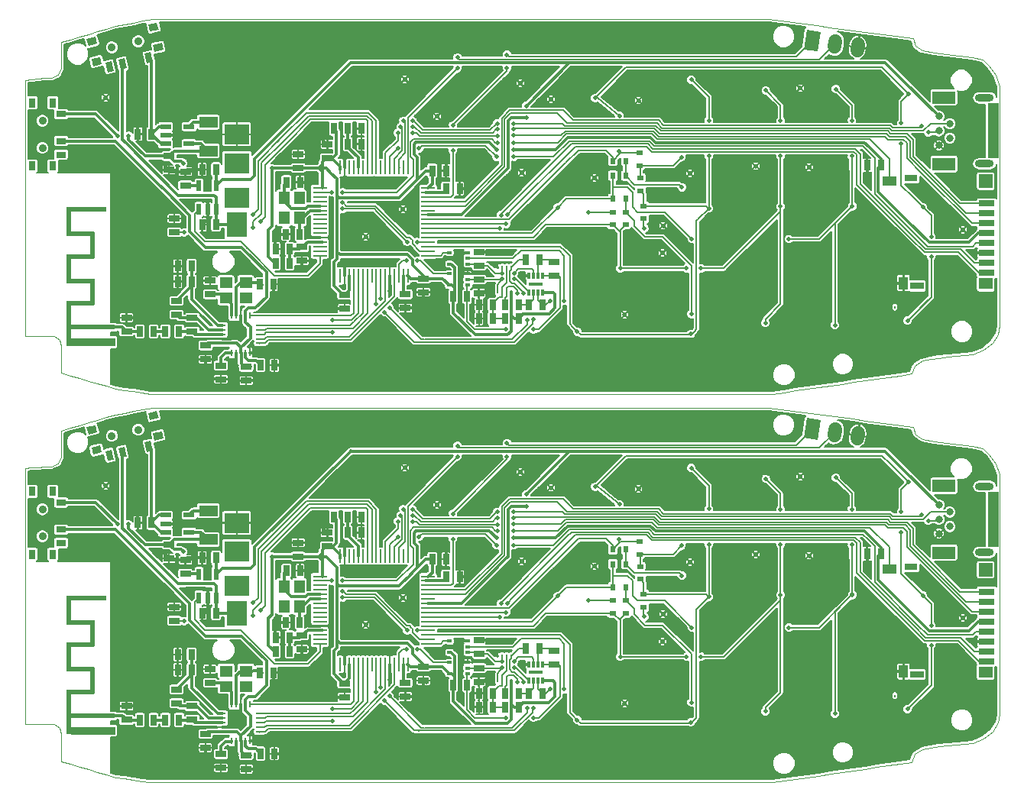
<source format=gbr>
G04 #@! TF.FileFunction,Copper,L1,Top,Signal*
%FSLAX46Y46*%
G04 Gerber Fmt 4.6, Leading zero omitted, Abs format (unit mm)*
G04 Created by KiCad (PCBNEW 4.0.2+dfsg1-stable) date Sat 02 Apr 2016 08:09:56 PM CEST*
%MOMM*%
G01*
G04 APERTURE LIST*
%ADD10C,0.150000*%
%ADD11C,0.100000*%
%ADD12C,0.508000*%
%ADD13R,0.508000X0.304800*%
%ADD14R,0.200000X0.400000*%
%ADD15R,0.635000X1.143000*%
%ADD16R,1.143000X0.635000*%
%ADD17C,0.800000*%
%ADD18R,2.500000X1.400000*%
%ADD19O,2.050000X0.850000*%
%ADD20R,1.200000X6.200000*%
%ADD21R,0.700000X0.600000*%
%ADD22R,0.600000X0.700000*%
%ADD23R,1.399540X1.198880*%
%ADD24R,1.198880X1.399540*%
%ADD25R,1.750000X0.700000*%
%ADD26R,1.500000X1.500000*%
%ADD27R,1.500000X1.300000*%
%ADD28R,1.400000X0.800000*%
%ADD29R,1.550000X1.000000*%
%ADD30R,1.000000X1.450000*%
%ADD31R,1.500000X0.800000*%
%ADD32R,0.548640X1.198880*%
%ADD33R,1.198880X0.548640*%
%ADD34R,1.100000X0.700000*%
%ADD35R,0.800000X1.000000*%
%ADD36C,0.900000*%
%ADD37C,1.524000*%
%ADD38R,1.501140X0.269240*%
%ADD39R,0.248920X1.501140*%
%ADD40R,1.998980X1.198880*%
%ADD41R,0.300000X0.750000*%
%ADD42R,1.600000X0.450000*%
%ADD43R,0.762000X0.254000*%
%ADD44R,0.254000X0.762000*%
%ADD45R,4.439920X0.495300*%
%ADD46R,3.149600X0.500380*%
%ADD47R,0.500380X2.999740*%
%ADD48R,4.899660X0.899160*%
%ADD49R,4.399280X0.500380*%
%ADD50R,0.520700X5.001260*%
%ADD51R,0.551180X0.500380*%
%ADD52R,3.139440X0.500380*%
%ADD53R,0.500380X3.200400*%
%ADD54R,3.149600X0.495300*%
%ADD55R,2.300000X2.800000*%
%ADD56R,2.800000X2.300000*%
%ADD57C,0.304800*%
%ADD58C,0.152400*%
%ADD59C,0.190000*%
G04 APERTURE END LIST*
D10*
D11*
X76847362Y-132519297D02*
X76846256Y-131355372D01*
X76847362Y-133709297D02*
X76846256Y-132545372D01*
X184823672Y-130009669D02*
X184823672Y-156552737D01*
X184823672Y-156552737D02*
X184639437Y-157502628D01*
X184639437Y-157502628D02*
X184011984Y-158473819D01*
X184011984Y-158473819D02*
X183028434Y-159241019D01*
X183028434Y-159241019D02*
X181885338Y-159743638D01*
X181885338Y-159743638D02*
X180946166Y-159822981D01*
X180946166Y-159822981D02*
X179997997Y-159911175D01*
X179997997Y-159911175D02*
X179058819Y-160008122D01*
X179058819Y-160008122D02*
X178119541Y-160122762D01*
X178119541Y-160122762D02*
X177189253Y-160255113D01*
X177189253Y-160255113D02*
X176267650Y-160457841D01*
X176267650Y-160457841D02*
X175434781Y-160987006D01*
X175434781Y-160987006D02*
X175062612Y-161877597D01*
X175062612Y-161877597D02*
X173777838Y-162071584D01*
X173777838Y-162071584D02*
X172493062Y-162256725D01*
X172493062Y-162256725D02*
X171208288Y-162441963D01*
X171208288Y-162441963D02*
X169923509Y-162627100D01*
X169923509Y-162627100D02*
X168638634Y-162812238D01*
X168638634Y-162812238D02*
X167353859Y-163006225D01*
X167353859Y-163006225D02*
X166069081Y-163191462D01*
X166069081Y-163191462D02*
X164784297Y-163376600D01*
X164784297Y-163376600D02*
X163499531Y-163561838D01*
X163499531Y-163561838D02*
X162214753Y-163755825D01*
X162214753Y-163755825D02*
X160929978Y-163940963D01*
X160929978Y-163940963D02*
X159645103Y-164126103D01*
X159645103Y-164126103D02*
X90726700Y-164126103D01*
X90726700Y-164126103D02*
X89760847Y-163985012D01*
X89760847Y-163985012D02*
X88795091Y-163835172D01*
X88795091Y-163835172D02*
X87820344Y-163694081D01*
X87820344Y-163694081D02*
X86854587Y-163544141D01*
X86854587Y-163544141D02*
X85853266Y-163253209D01*
X85853266Y-163253209D02*
X84852041Y-162953328D01*
X84852041Y-162953328D02*
X83850816Y-162662397D01*
X83850816Y-162662397D02*
X82849591Y-162362519D01*
X82849591Y-162362519D02*
X81848269Y-162071584D01*
X81848269Y-162071584D02*
X80847034Y-161771803D01*
X80847034Y-161771803D02*
X80855925Y-161031053D01*
X80855925Y-161031053D02*
X80855925Y-159540800D01*
X80855925Y-159540800D02*
X80847034Y-158791300D01*
X80847034Y-158791300D02*
X80643222Y-158094694D01*
X80643222Y-158094694D02*
X80049541Y-157671422D01*
X80049541Y-157671422D02*
X76850841Y-157671422D01*
X76850841Y-157671422D02*
X76850841Y-138536566D01*
X76849578Y-138527719D02*
X76848472Y-137334944D01*
X76848472Y-137304944D02*
X76848472Y-136142072D01*
X76848472Y-136112072D02*
X76847362Y-134939297D01*
X76847362Y-134889297D02*
X76846256Y-133725372D01*
X76844362Y-132319919D02*
X76844362Y-129304216D01*
X76824362Y-129304216D02*
X76823672Y-129304216D01*
X76823672Y-129304216D02*
X77559128Y-129233619D01*
X77559128Y-129233619D02*
X78285691Y-129171972D01*
X78285691Y-129171972D02*
X79021147Y-129118978D01*
X79021147Y-129118978D02*
X79747713Y-129101378D01*
X79747713Y-129101378D02*
X80509747Y-128783900D01*
X80509747Y-128783900D02*
X80837559Y-128016800D01*
X80837559Y-128016800D02*
X80837559Y-125133337D01*
X80837559Y-125133337D02*
X81838784Y-124842306D01*
X81838784Y-124842306D02*
X82848900Y-124542525D01*
X82848900Y-124542525D02*
X83850125Y-124251494D01*
X83850125Y-124251494D02*
X84860231Y-123951713D01*
X84860231Y-123951713D02*
X85861562Y-123651931D01*
X85861562Y-123651931D02*
X86871681Y-123360903D01*
X86871681Y-123360903D02*
X87864012Y-123166913D01*
X87864012Y-123166913D02*
X88865238Y-122972928D01*
X88865238Y-122972928D02*
X89857669Y-122770091D01*
X89857669Y-122770091D02*
X90967963Y-122576103D01*
X90967963Y-122576103D02*
X159237262Y-122576103D01*
X159237262Y-122576103D02*
X160575191Y-122761347D01*
X160575191Y-122761347D02*
X161904319Y-122937631D01*
X161904319Y-122937631D02*
X163242356Y-123114019D01*
X163242356Y-123114019D02*
X164580288Y-123290406D01*
X164580288Y-123290406D02*
X165909425Y-123466694D01*
X165909425Y-123466694D02*
X167247344Y-123651931D01*
X167247344Y-123651931D02*
X168576491Y-123828319D01*
X168576491Y-123828319D02*
X169914519Y-124004609D01*
X169914519Y-124004609D02*
X171252450Y-124180997D01*
X171252450Y-124180997D02*
X172581584Y-124366137D01*
X172581584Y-124366137D02*
X173919516Y-124542525D01*
X173919516Y-124542525D02*
X175257544Y-124718919D01*
X175257544Y-124718919D02*
X175514519Y-125565359D01*
X175514519Y-125565359D02*
X176241084Y-126059225D01*
X176241084Y-126059225D02*
X177605591Y-126297263D01*
X177605591Y-126297263D02*
X178978988Y-126500097D01*
X178978988Y-126500097D02*
X180361278Y-126667644D01*
X180361278Y-126667644D02*
X181743569Y-126799878D01*
X181743569Y-126799878D02*
X182957506Y-127090909D01*
X182957506Y-127090909D02*
X183664756Y-127744300D01*
X183664756Y-127744300D02*
X184364734Y-128767128D01*
X184364734Y-128767128D02*
X184823672Y-130009669D01*
X76847362Y-89459297D02*
X76846256Y-88295372D01*
X76847362Y-90649297D02*
X76846256Y-89485372D01*
X184823672Y-86949669D02*
X184823672Y-113492737D01*
X184823672Y-113492737D02*
X184639437Y-114442628D01*
X184639437Y-114442628D02*
X184011984Y-115413819D01*
X184011984Y-115413819D02*
X183028434Y-116181019D01*
X183028434Y-116181019D02*
X181885338Y-116683638D01*
X181885338Y-116683638D02*
X180946166Y-116762981D01*
X180946166Y-116762981D02*
X179997997Y-116851175D01*
X179997997Y-116851175D02*
X179058819Y-116948122D01*
X179058819Y-116948122D02*
X178119541Y-117062762D01*
X178119541Y-117062762D02*
X177189253Y-117195113D01*
X177189253Y-117195113D02*
X176267650Y-117397841D01*
X176267650Y-117397841D02*
X175434781Y-117927006D01*
X175434781Y-117927006D02*
X175062612Y-118817597D01*
X175062612Y-118817597D02*
X173777838Y-119011584D01*
X173777838Y-119011584D02*
X172493062Y-119196725D01*
X172493062Y-119196725D02*
X171208288Y-119381963D01*
X171208288Y-119381963D02*
X169923509Y-119567100D01*
X169923509Y-119567100D02*
X168638634Y-119752238D01*
X168638634Y-119752238D02*
X167353859Y-119946225D01*
X167353859Y-119946225D02*
X166069081Y-120131462D01*
X166069081Y-120131462D02*
X164784297Y-120316600D01*
X164784297Y-120316600D02*
X163499531Y-120501838D01*
X163499531Y-120501838D02*
X162214753Y-120695825D01*
X162214753Y-120695825D02*
X160929978Y-120880963D01*
X160929978Y-120880963D02*
X159645103Y-121066103D01*
X159645103Y-121066103D02*
X90726700Y-121066103D01*
X90726700Y-121066103D02*
X89760847Y-120925012D01*
X89760847Y-120925012D02*
X88795091Y-120775172D01*
X88795091Y-120775172D02*
X87820344Y-120634081D01*
X87820344Y-120634081D02*
X86854587Y-120484141D01*
X86854587Y-120484141D02*
X85853266Y-120193209D01*
X85853266Y-120193209D02*
X84852041Y-119893328D01*
X84852041Y-119893328D02*
X83850816Y-119602397D01*
X83850816Y-119602397D02*
X82849591Y-119302519D01*
X82849591Y-119302519D02*
X81848269Y-119011584D01*
X81848269Y-119011584D02*
X80847034Y-118711803D01*
X80847034Y-118711803D02*
X80855925Y-117971053D01*
X80855925Y-117971053D02*
X80855925Y-116480800D01*
X80855925Y-116480800D02*
X80847034Y-115731300D01*
X80847034Y-115731300D02*
X80643222Y-115034694D01*
X80643222Y-115034694D02*
X80049541Y-114611422D01*
X80049541Y-114611422D02*
X76850841Y-114611422D01*
X76850841Y-114611422D02*
X76850841Y-95476566D01*
X76849578Y-95467719D02*
X76848472Y-94274944D01*
X76848472Y-94244944D02*
X76848472Y-93082072D01*
X76848472Y-93052072D02*
X76847362Y-91879297D01*
X76847362Y-91829297D02*
X76846256Y-90665372D01*
X76844362Y-89259919D02*
X76844362Y-86244216D01*
X76824362Y-86244216D02*
X76823672Y-86244216D01*
X76823672Y-86244216D02*
X77559128Y-86173619D01*
X77559128Y-86173619D02*
X78285691Y-86111972D01*
X78285691Y-86111972D02*
X79021147Y-86058978D01*
X79021147Y-86058978D02*
X79747713Y-86041378D01*
X79747713Y-86041378D02*
X80509747Y-85723900D01*
X80509747Y-85723900D02*
X80837559Y-84956800D01*
X80837559Y-84956800D02*
X80837559Y-82073337D01*
X80837559Y-82073337D02*
X81838784Y-81782306D01*
X81838784Y-81782306D02*
X82848900Y-81482525D01*
X82848900Y-81482525D02*
X83850125Y-81191494D01*
X83850125Y-81191494D02*
X84860231Y-80891713D01*
X84860231Y-80891713D02*
X85861562Y-80591931D01*
X85861562Y-80591931D02*
X86871681Y-80300903D01*
X86871681Y-80300903D02*
X87864012Y-80106913D01*
X87864012Y-80106913D02*
X88865238Y-79912928D01*
X88865238Y-79912928D02*
X89857669Y-79710091D01*
X89857669Y-79710091D02*
X90967963Y-79516103D01*
X90967963Y-79516103D02*
X159237262Y-79516103D01*
X159237262Y-79516103D02*
X160575191Y-79701347D01*
X160575191Y-79701347D02*
X161904319Y-79877631D01*
X161904319Y-79877631D02*
X163242356Y-80054019D01*
X163242356Y-80054019D02*
X164580288Y-80230406D01*
X164580288Y-80230406D02*
X165909425Y-80406694D01*
X165909425Y-80406694D02*
X167247344Y-80591931D01*
X167247344Y-80591931D02*
X168576491Y-80768319D01*
X168576491Y-80768319D02*
X169914519Y-80944609D01*
X169914519Y-80944609D02*
X171252450Y-81120997D01*
X171252450Y-81120997D02*
X172581584Y-81306137D01*
X172581584Y-81306137D02*
X173919516Y-81482525D01*
X173919516Y-81482525D02*
X175257544Y-81658919D01*
X175257544Y-81658919D02*
X175514519Y-82505359D01*
X175514519Y-82505359D02*
X176241084Y-82999225D01*
X176241084Y-82999225D02*
X177605591Y-83237263D01*
X177605591Y-83237263D02*
X178978988Y-83440097D01*
X178978988Y-83440097D02*
X180361278Y-83607644D01*
X180361278Y-83607644D02*
X181743569Y-83739878D01*
X181743569Y-83739878D02*
X182957506Y-84030909D01*
X182957506Y-84030909D02*
X183664756Y-84684300D01*
X183664756Y-84684300D02*
X184364734Y-85707128D01*
X184364734Y-85707128D02*
X184823672Y-86949669D01*
D12*
X85790000Y-131260000D03*
D13*
X125886000Y-152075000D03*
X125886000Y-150805000D03*
X123854000Y-152075000D03*
X125886000Y-151440000D03*
X123854000Y-150805000D03*
D14*
X130710000Y-150120000D03*
X130210000Y-150120000D03*
X129710000Y-150120000D03*
X129210000Y-150120000D03*
X130710000Y-152820000D03*
X130210000Y-152820000D03*
X129710000Y-152820000D03*
X129210000Y-152820000D03*
D13*
X125896000Y-149735000D03*
X125896000Y-148465000D03*
X123864000Y-149735000D03*
X125896000Y-149100000D03*
X123864000Y-148465000D03*
D15*
X124278000Y-153340000D03*
X125802000Y-153340000D03*
X131522000Y-154240000D03*
X129998000Y-154240000D03*
X134162000Y-154230000D03*
X132638000Y-154230000D03*
D16*
X135470000Y-151052000D03*
X135470000Y-149528000D03*
D15*
X133882000Y-149240000D03*
X132358000Y-149240000D03*
X128662000Y-154230000D03*
X127138000Y-154230000D03*
X130008000Y-155760000D03*
X131532000Y-155760000D03*
D16*
X127130000Y-151438000D03*
X127130000Y-152962000D03*
X127140000Y-149892000D03*
X127140000Y-148368000D03*
D15*
X128662000Y-155760000D03*
X127138000Y-155760000D03*
D17*
X178100000Y-136560000D03*
X179300000Y-135760000D03*
X178100000Y-134960000D03*
X178100000Y-133360000D03*
D18*
X178650000Y-138660000D03*
D19*
X183150000Y-131310000D03*
D20*
X184100000Y-134960000D03*
D19*
X183150000Y-138610000D03*
D18*
X178650000Y-131260000D03*
D17*
X179300000Y-134160000D03*
D21*
X145010000Y-141580000D03*
X145010000Y-140180000D03*
X144910000Y-137430000D03*
X144910000Y-138830000D03*
D22*
X141985000Y-138280000D03*
X143385000Y-138280000D03*
X141985000Y-139930000D03*
X143385000Y-139930000D03*
X141985000Y-142480000D03*
X143385000Y-142480000D03*
D21*
X143385000Y-145355000D03*
X143385000Y-143955000D03*
X141960000Y-145355000D03*
X141960000Y-143955000D03*
X145385000Y-143280000D03*
X145385000Y-144680000D03*
D16*
X93370000Y-146202000D03*
X93370000Y-144678000D03*
D23*
X99110180Y-151779100D03*
X101309820Y-151779100D03*
X99110180Y-153480900D03*
X101309820Y-153480900D03*
D24*
X105534100Y-144604820D03*
X105534100Y-142405180D03*
X107235900Y-144604820D03*
X107235900Y-142405180D03*
D25*
X183395000Y-150700000D03*
X183395000Y-149600000D03*
X183395000Y-148500000D03*
X183395000Y-147400000D03*
X183395000Y-146300000D03*
X183395000Y-145200000D03*
X183395000Y-144100000D03*
X183395000Y-143000000D03*
D26*
X183270000Y-140550000D03*
D27*
X183270000Y-151900000D03*
D28*
X175020000Y-140200000D03*
D29*
X172595000Y-140500000D03*
D30*
X174170000Y-151825000D03*
D31*
X175670000Y-152150000D03*
D32*
X96110040Y-143652940D03*
X97060000Y-143652940D03*
X98009960Y-143652940D03*
X98009960Y-141057060D03*
X96110040Y-141057060D03*
D33*
X92424560Y-134492540D03*
X92424560Y-135442500D03*
X92424560Y-136392460D03*
X95020440Y-136392460D03*
X95020440Y-134492540D03*
D34*
X80820000Y-133100000D03*
X80820000Y-136100000D03*
X80820000Y-137600000D03*
D35*
X79920000Y-131850000D03*
X77620000Y-131850000D03*
X79920000Y-138850000D03*
X77620000Y-138850000D03*
D36*
X78770000Y-133850000D03*
X78770000Y-136850000D03*
D10*
G36*
X90790788Y-126246683D02*
X91038235Y-127318490D01*
X90356176Y-127475955D01*
X90108729Y-126404148D01*
X90790788Y-126246683D01*
X90790788Y-126246683D01*
G37*
G36*
X87867678Y-126921536D02*
X88115125Y-127993343D01*
X87433066Y-128150808D01*
X87185619Y-127079001D01*
X87867678Y-126921536D01*
X87867678Y-126921536D01*
G37*
G36*
X86406123Y-127258963D02*
X86653570Y-128330770D01*
X85971511Y-128488235D01*
X85724064Y-127416428D01*
X86406123Y-127258963D01*
X86406123Y-127258963D01*
G37*
G36*
X91986194Y-125200973D02*
X92166154Y-125980469D01*
X91191784Y-126205421D01*
X91011824Y-125425925D01*
X91986194Y-125200973D01*
X91986194Y-125200973D01*
G37*
G36*
X91468807Y-122959922D02*
X91648767Y-123739418D01*
X90674397Y-123964370D01*
X90494437Y-123184874D01*
X91468807Y-122959922D01*
X91468807Y-122959922D01*
G37*
G36*
X85165603Y-126775630D02*
X85345563Y-127555126D01*
X84371193Y-127780078D01*
X84191233Y-127000582D01*
X85165603Y-126775630D01*
X85165603Y-126775630D01*
G37*
G36*
X84648216Y-124534579D02*
X84828176Y-125314075D01*
X83853806Y-125539027D01*
X83673846Y-124759531D01*
X84648216Y-124534579D01*
X84648216Y-124534579D01*
G37*
D36*
X89381555Y-125032573D03*
X86458445Y-125707427D03*
D16*
X98550000Y-162502000D03*
X98550000Y-160978000D03*
X94610000Y-140992000D03*
X94610000Y-139468000D03*
X93640000Y-155342000D03*
X93640000Y-153818000D03*
X95360000Y-155668000D03*
X95360000Y-157192000D03*
D15*
X92398000Y-157205000D03*
X93922000Y-157205000D03*
X106172000Y-149630000D03*
X104648000Y-149630000D03*
D10*
G36*
X163141706Y-125919673D02*
X163466834Y-123744194D01*
X164974094Y-123969455D01*
X164648966Y-126144934D01*
X163141706Y-125919673D01*
X163141706Y-125919673D01*
G37*
D37*
X166619933Y-124985891D02*
X166520067Y-125654109D01*
X169132033Y-125361327D02*
X169032167Y-126029545D01*
D15*
X112585000Y-134705000D03*
X114109000Y-134705000D03*
X111061000Y-134705000D03*
D38*
X109510520Y-144781080D03*
X109510520Y-144280700D03*
X109510520Y-143780320D03*
X109510520Y-143279940D03*
X109510520Y-142779560D03*
X109510520Y-142279180D03*
X109510520Y-141778800D03*
X109510520Y-141280960D03*
X109510520Y-148779040D03*
X121509480Y-148779040D03*
X121509480Y-141280960D03*
X109510520Y-145278920D03*
X109510520Y-145779300D03*
X109510520Y-146279680D03*
X109510520Y-146780060D03*
X109510520Y-147280440D03*
X109510520Y-147780820D03*
X109510520Y-148281200D03*
X121509480Y-148281200D03*
X121509480Y-147780820D03*
X121509480Y-147280440D03*
X121509480Y-146780060D03*
X121509480Y-146279680D03*
X121509480Y-145779300D03*
X121509480Y-145278920D03*
X121509480Y-144781080D03*
X121509480Y-144280700D03*
X121509480Y-143780320D03*
X121509480Y-143279940D03*
X121509480Y-142779560D03*
X121509480Y-142279180D03*
X121509480Y-141778800D03*
D39*
X111760960Y-139030520D03*
X112258800Y-139030520D03*
X112759180Y-139030520D03*
X113259560Y-139030520D03*
X113759940Y-139030520D03*
X114260320Y-139030520D03*
X115758920Y-139030520D03*
X116759680Y-139030520D03*
X117260060Y-139030520D03*
X114760700Y-139030520D03*
X115261080Y-139030520D03*
X116259300Y-139030520D03*
X117760440Y-139030520D03*
X118260820Y-139030520D03*
X118761200Y-139030520D03*
X119259040Y-139030520D03*
X111760960Y-151029480D03*
X112258800Y-151029480D03*
X112759180Y-151029480D03*
X113259560Y-151029480D03*
X113759940Y-151029480D03*
X114260320Y-151029480D03*
X114760700Y-151029480D03*
X115261080Y-151029480D03*
X115758920Y-151029480D03*
X116259300Y-151029480D03*
X116759680Y-151029480D03*
X117260060Y-151029480D03*
X117760440Y-151029480D03*
X118260820Y-151029480D03*
X118761200Y-151029480D03*
X119259040Y-151029480D03*
D16*
X110335000Y-136443000D03*
X110335000Y-137967000D03*
D15*
X93773000Y-149955000D03*
X95297000Y-149955000D03*
D16*
X97340000Y-153082000D03*
X97340000Y-151558000D03*
D15*
X102818000Y-151960000D03*
X104342000Y-151960000D03*
X93773000Y-151655000D03*
X95297000Y-151655000D03*
X89548000Y-157205000D03*
X91072000Y-157205000D03*
D16*
X88085000Y-155668000D03*
X88085000Y-157192000D03*
D15*
X104472000Y-160940000D03*
X102948000Y-160940000D03*
X97997000Y-139230000D03*
X96473000Y-139230000D03*
D16*
X96830000Y-158758000D03*
X96830000Y-160282000D03*
X101350000Y-161118000D03*
X101350000Y-162642000D03*
D15*
X106172000Y-148055000D03*
X104648000Y-148055000D03*
D16*
X107510000Y-147843000D03*
X107510000Y-149367000D03*
X107110000Y-137568000D03*
X107110000Y-139092000D03*
X92800000Y-137758000D03*
X92800000Y-139282000D03*
D15*
X123482000Y-139380000D03*
X121958000Y-139380000D03*
D16*
X120970000Y-152842000D03*
X120970000Y-151318000D03*
X112235000Y-154667000D03*
X112235000Y-153143000D03*
D15*
X123478000Y-141360000D03*
X125002000Y-141360000D03*
D16*
X118970000Y-153088000D03*
X118970000Y-154612000D03*
D15*
X90862000Y-135330000D03*
X89338000Y-135330000D03*
X97997000Y-145355000D03*
X96473000Y-145355000D03*
X171662000Y-138780000D03*
X170138000Y-138780000D03*
X112598000Y-136430000D03*
X114122000Y-136430000D03*
X105723000Y-146405000D03*
X107247000Y-146405000D03*
X107322000Y-140655000D03*
X105798000Y-140655000D03*
D40*
X97147500Y-133994840D03*
X97147500Y-137190160D03*
D41*
X134170000Y-151040000D03*
X133670000Y-151040000D03*
X133170000Y-151040000D03*
X132670000Y-151040000D03*
X132670000Y-152840000D03*
X133170000Y-152840000D03*
X133670000Y-152840000D03*
X134170000Y-152840000D03*
D42*
X133420000Y-151940000D03*
D43*
X102809780Y-158505760D03*
D44*
X101760760Y-155455220D03*
D43*
X98710220Y-156504240D03*
D44*
X99759240Y-159554780D03*
D43*
X102809780Y-158005380D03*
D44*
X101260380Y-155455220D03*
D43*
X98710220Y-157004620D03*
D44*
X100259620Y-159554780D03*
D43*
X102809780Y-157505000D03*
D44*
X100760000Y-155455220D03*
D43*
X98710220Y-157505000D03*
D44*
X100760000Y-159554780D03*
D43*
X102809780Y-157004620D03*
D44*
X100259620Y-155455220D03*
D43*
X98710220Y-158005380D03*
D44*
X101260380Y-159554780D03*
D43*
X102809780Y-156504240D03*
D44*
X99759240Y-155455220D03*
D43*
X98710220Y-158505760D03*
D44*
X101760760Y-159554780D03*
D12*
X114590000Y-146680000D03*
X122480000Y-133360000D03*
X131720000Y-129710000D03*
X143280000Y-155340000D03*
X139930000Y-140170000D03*
X144810000Y-131590000D03*
X157800000Y-138870000D03*
X163700000Y-138990000D03*
X150520000Y-139690000D03*
X147470000Y-148510000D03*
X162750000Y-130230000D03*
X135110000Y-131460000D03*
X131870000Y-139620000D03*
D45*
X83640140Y-143669320D03*
D46*
X82994980Y-146374420D03*
D47*
X84320860Y-147624100D03*
D48*
X84379280Y-158381000D03*
D49*
X84130360Y-156730000D03*
D12*
X86568760Y-158381000D03*
D50*
X81689420Y-156331220D03*
D51*
X86556060Y-156730000D03*
D52*
X83000060Y-154080780D03*
D47*
X84320860Y-152831100D03*
D53*
X81669100Y-150230140D03*
X81669100Y-145023140D03*
D46*
X82994980Y-151581420D03*
D54*
X82994980Y-148876320D03*
D55*
X100310000Y-145355000D03*
D56*
X100310000Y-142355000D03*
X100310000Y-138555000D03*
X100310000Y-135355000D03*
D12*
X180750000Y-145910000D03*
X118720000Y-143660000D03*
X118910000Y-129250000D03*
X147530000Y-145480000D03*
X147530000Y-102420000D03*
X118910000Y-86190000D03*
X118720000Y-100600000D03*
X180750000Y-102850000D03*
D55*
X100310000Y-102295000D03*
D56*
X100310000Y-99295000D03*
X100310000Y-95495000D03*
X100310000Y-92295000D03*
D45*
X83640140Y-100609320D03*
D46*
X82994980Y-103314420D03*
D47*
X84320860Y-104564100D03*
D48*
X84379280Y-115321000D03*
D49*
X84130360Y-113670000D03*
D12*
X86568760Y-115321000D03*
D50*
X81689420Y-113271220D03*
D51*
X86556060Y-113670000D03*
D52*
X83000060Y-111020780D03*
D47*
X84320860Y-109771100D03*
D53*
X81669100Y-107170140D03*
X81669100Y-101963140D03*
D46*
X82994980Y-108521420D03*
D54*
X82994980Y-105816320D03*
D12*
X131870000Y-96560000D03*
X135110000Y-88400000D03*
X162750000Y-87170000D03*
X147470000Y-105450000D03*
X150520000Y-96630000D03*
X163700000Y-95930000D03*
X157800000Y-95810000D03*
X144810000Y-88530000D03*
X139930000Y-97110000D03*
X143280000Y-112280000D03*
X131720000Y-86650000D03*
X122480000Y-90300000D03*
X114590000Y-103620000D03*
D43*
X102809780Y-115445760D03*
D44*
X101760760Y-112395220D03*
D43*
X98710220Y-113444240D03*
D44*
X99759240Y-116494780D03*
D43*
X102809780Y-114945380D03*
D44*
X101260380Y-112395220D03*
D43*
X98710220Y-113944620D03*
D44*
X100259620Y-116494780D03*
D43*
X102809780Y-114445000D03*
D44*
X100760000Y-112395220D03*
D43*
X98710220Y-114445000D03*
D44*
X100760000Y-116494780D03*
D43*
X102809780Y-113944620D03*
D44*
X100259620Y-112395220D03*
D43*
X98710220Y-114945380D03*
D44*
X101260380Y-116494780D03*
D43*
X102809780Y-113444240D03*
D44*
X99759240Y-112395220D03*
D43*
X98710220Y-115445760D03*
D44*
X101760760Y-116494780D03*
D41*
X134170000Y-107980000D03*
X133670000Y-107980000D03*
X133170000Y-107980000D03*
X132670000Y-107980000D03*
X132670000Y-109780000D03*
X133170000Y-109780000D03*
X133670000Y-109780000D03*
X134170000Y-109780000D03*
D42*
X133420000Y-108880000D03*
D40*
X97147500Y-90934840D03*
X97147500Y-94130160D03*
D15*
X107322000Y-97595000D03*
X105798000Y-97595000D03*
X105723000Y-103345000D03*
X107247000Y-103345000D03*
X112598000Y-93370000D03*
X114122000Y-93370000D03*
X171662000Y-95720000D03*
X170138000Y-95720000D03*
X97997000Y-102295000D03*
X96473000Y-102295000D03*
X90862000Y-92270000D03*
X89338000Y-92270000D03*
D16*
X118970000Y-110028000D03*
X118970000Y-111552000D03*
D15*
X123478000Y-98300000D03*
X125002000Y-98300000D03*
D16*
X112235000Y-111607000D03*
X112235000Y-110083000D03*
X120970000Y-109782000D03*
X120970000Y-108258000D03*
D15*
X123482000Y-96320000D03*
X121958000Y-96320000D03*
D16*
X92800000Y-94698000D03*
X92800000Y-96222000D03*
X107110000Y-94508000D03*
X107110000Y-96032000D03*
X107510000Y-104783000D03*
X107510000Y-106307000D03*
D15*
X106172000Y-104995000D03*
X104648000Y-104995000D03*
D16*
X101350000Y-118058000D03*
X101350000Y-119582000D03*
X96830000Y-115698000D03*
X96830000Y-117222000D03*
D15*
X97997000Y-96170000D03*
X96473000Y-96170000D03*
X104472000Y-117880000D03*
X102948000Y-117880000D03*
D16*
X88085000Y-112608000D03*
X88085000Y-114132000D03*
D15*
X89548000Y-114145000D03*
X91072000Y-114145000D03*
X93773000Y-108595000D03*
X95297000Y-108595000D03*
X102818000Y-108900000D03*
X104342000Y-108900000D03*
D16*
X97340000Y-110022000D03*
X97340000Y-108498000D03*
D15*
X93773000Y-106895000D03*
X95297000Y-106895000D03*
D16*
X110335000Y-93383000D03*
X110335000Y-94907000D03*
D38*
X109510520Y-101721080D03*
X109510520Y-101220700D03*
X109510520Y-100720320D03*
X109510520Y-100219940D03*
X109510520Y-99719560D03*
X109510520Y-99219180D03*
X109510520Y-98718800D03*
X109510520Y-98220960D03*
X109510520Y-105719040D03*
X121509480Y-105719040D03*
X121509480Y-98220960D03*
X109510520Y-102218920D03*
X109510520Y-102719300D03*
X109510520Y-103219680D03*
X109510520Y-103720060D03*
X109510520Y-104220440D03*
X109510520Y-104720820D03*
X109510520Y-105221200D03*
X121509480Y-105221200D03*
X121509480Y-104720820D03*
X121509480Y-104220440D03*
X121509480Y-103720060D03*
X121509480Y-103219680D03*
X121509480Y-102719300D03*
X121509480Y-102218920D03*
X121509480Y-101721080D03*
X121509480Y-101220700D03*
X121509480Y-100720320D03*
X121509480Y-100219940D03*
X121509480Y-99719560D03*
X121509480Y-99219180D03*
X121509480Y-98718800D03*
D39*
X111760960Y-95970520D03*
X112258800Y-95970520D03*
X112759180Y-95970520D03*
X113259560Y-95970520D03*
X113759940Y-95970520D03*
X114260320Y-95970520D03*
X115758920Y-95970520D03*
X116759680Y-95970520D03*
X117260060Y-95970520D03*
X114760700Y-95970520D03*
X115261080Y-95970520D03*
X116259300Y-95970520D03*
X117760440Y-95970520D03*
X118260820Y-95970520D03*
X118761200Y-95970520D03*
X119259040Y-95970520D03*
X111760960Y-107969480D03*
X112258800Y-107969480D03*
X112759180Y-107969480D03*
X113259560Y-107969480D03*
X113759940Y-107969480D03*
X114260320Y-107969480D03*
X114760700Y-107969480D03*
X115261080Y-107969480D03*
X115758920Y-107969480D03*
X116259300Y-107969480D03*
X116759680Y-107969480D03*
X117260060Y-107969480D03*
X117760440Y-107969480D03*
X118260820Y-107969480D03*
X118761200Y-107969480D03*
X119259040Y-107969480D03*
D15*
X112585000Y-91645000D03*
X114109000Y-91645000D03*
X111061000Y-91645000D03*
D10*
G36*
X163141706Y-82859673D02*
X163466834Y-80684194D01*
X164974094Y-80909455D01*
X164648966Y-83084934D01*
X163141706Y-82859673D01*
X163141706Y-82859673D01*
G37*
D37*
X166619933Y-81925891D02*
X166520067Y-82594109D01*
X169132033Y-82301327D02*
X169032167Y-82969545D01*
D15*
X106172000Y-106570000D03*
X104648000Y-106570000D03*
X92398000Y-114145000D03*
X93922000Y-114145000D03*
D16*
X95360000Y-112608000D03*
X95360000Y-114132000D03*
X93640000Y-112282000D03*
X93640000Y-110758000D03*
X94610000Y-97932000D03*
X94610000Y-96408000D03*
X98550000Y-119442000D03*
X98550000Y-117918000D03*
D10*
G36*
X90790788Y-83186683D02*
X91038235Y-84258490D01*
X90356176Y-84415955D01*
X90108729Y-83344148D01*
X90790788Y-83186683D01*
X90790788Y-83186683D01*
G37*
G36*
X87867678Y-83861536D02*
X88115125Y-84933343D01*
X87433066Y-85090808D01*
X87185619Y-84019001D01*
X87867678Y-83861536D01*
X87867678Y-83861536D01*
G37*
G36*
X86406123Y-84198963D02*
X86653570Y-85270770D01*
X85971511Y-85428235D01*
X85724064Y-84356428D01*
X86406123Y-84198963D01*
X86406123Y-84198963D01*
G37*
G36*
X91986194Y-82140973D02*
X92166154Y-82920469D01*
X91191784Y-83145421D01*
X91011824Y-82365925D01*
X91986194Y-82140973D01*
X91986194Y-82140973D01*
G37*
G36*
X91468807Y-79899922D02*
X91648767Y-80679418D01*
X90674397Y-80904370D01*
X90494437Y-80124874D01*
X91468807Y-79899922D01*
X91468807Y-79899922D01*
G37*
G36*
X85165603Y-83715630D02*
X85345563Y-84495126D01*
X84371193Y-84720078D01*
X84191233Y-83940582D01*
X85165603Y-83715630D01*
X85165603Y-83715630D01*
G37*
G36*
X84648216Y-81474579D02*
X84828176Y-82254075D01*
X83853806Y-82479027D01*
X83673846Y-81699531D01*
X84648216Y-81474579D01*
X84648216Y-81474579D01*
G37*
D36*
X89381555Y-81972573D03*
X86458445Y-82647427D03*
D34*
X80820000Y-90040000D03*
X80820000Y-93040000D03*
X80820000Y-94540000D03*
D35*
X79920000Y-88790000D03*
X77620000Y-88790000D03*
X79920000Y-95790000D03*
X77620000Y-95790000D03*
D36*
X78770000Y-90790000D03*
X78770000Y-93790000D03*
D33*
X92424560Y-91432540D03*
X92424560Y-92382500D03*
X92424560Y-93332460D03*
X95020440Y-93332460D03*
X95020440Y-91432540D03*
D32*
X96110040Y-100592940D03*
X97060000Y-100592940D03*
X98009960Y-100592940D03*
X98009960Y-97997060D03*
X96110040Y-97997060D03*
D25*
X183395000Y-107640000D03*
X183395000Y-106540000D03*
X183395000Y-105440000D03*
X183395000Y-104340000D03*
X183395000Y-103240000D03*
X183395000Y-102140000D03*
X183395000Y-101040000D03*
X183395000Y-99940000D03*
D26*
X183270000Y-97490000D03*
D27*
X183270000Y-108840000D03*
D28*
X175020000Y-97140000D03*
D29*
X172595000Y-97440000D03*
D30*
X174170000Y-108765000D03*
D31*
X175670000Y-109090000D03*
D24*
X105534100Y-101544820D03*
X105534100Y-99345180D03*
X107235900Y-101544820D03*
X107235900Y-99345180D03*
D23*
X99110180Y-108719100D03*
X101309820Y-108719100D03*
X99110180Y-110420900D03*
X101309820Y-110420900D03*
D16*
X93370000Y-103142000D03*
X93370000Y-101618000D03*
D21*
X145385000Y-100220000D03*
X145385000Y-101620000D03*
X141960000Y-102295000D03*
X141960000Y-100895000D03*
X143385000Y-102295000D03*
X143385000Y-100895000D03*
D22*
X141985000Y-99420000D03*
X143385000Y-99420000D03*
X141985000Y-96870000D03*
X143385000Y-96870000D03*
X141985000Y-95220000D03*
X143385000Y-95220000D03*
D21*
X144910000Y-94370000D03*
X144910000Y-95770000D03*
X145010000Y-98520000D03*
X145010000Y-97120000D03*
D17*
X178100000Y-93500000D03*
X179300000Y-92700000D03*
X178100000Y-91900000D03*
X178100000Y-90300000D03*
D18*
X178650000Y-95600000D03*
D19*
X183150000Y-88250000D03*
D20*
X184100000Y-91900000D03*
D19*
X183150000Y-95550000D03*
D18*
X178650000Y-88200000D03*
D17*
X179300000Y-91100000D03*
D15*
X128662000Y-112700000D03*
X127138000Y-112700000D03*
D16*
X127140000Y-106832000D03*
X127140000Y-105308000D03*
X127130000Y-108378000D03*
X127130000Y-109902000D03*
D15*
X130008000Y-112700000D03*
X131532000Y-112700000D03*
X128662000Y-111170000D03*
X127138000Y-111170000D03*
X133882000Y-106180000D03*
X132358000Y-106180000D03*
D16*
X135470000Y-107992000D03*
X135470000Y-106468000D03*
D15*
X134162000Y-111170000D03*
X132638000Y-111170000D03*
X131522000Y-111180000D03*
X129998000Y-111180000D03*
X124278000Y-110280000D03*
X125802000Y-110280000D03*
D13*
X125896000Y-106675000D03*
X125896000Y-105405000D03*
X123864000Y-106675000D03*
X125896000Y-106040000D03*
X123864000Y-105405000D03*
D14*
X130710000Y-107060000D03*
X130210000Y-107060000D03*
X129710000Y-107060000D03*
X129210000Y-107060000D03*
X130710000Y-109760000D03*
X130210000Y-109760000D03*
X129710000Y-109760000D03*
X129210000Y-109760000D03*
D13*
X125886000Y-109015000D03*
X125886000Y-107745000D03*
X123854000Y-109015000D03*
X125886000Y-108380000D03*
X123854000Y-107745000D03*
D12*
X85790000Y-88200000D03*
X102900000Y-145030000D03*
X102900000Y-101970000D03*
X102130000Y-144230000D03*
X102130000Y-101170000D03*
X102130000Y-145650000D03*
X102130000Y-102590000D03*
X112040000Y-142930000D03*
X112040000Y-99870000D03*
X120260000Y-147280000D03*
X119185000Y-147280000D03*
X112040000Y-143610000D03*
X112040000Y-100550000D03*
X119185000Y-104220000D03*
X120260000Y-104220000D03*
X110940000Y-155940000D03*
X110940000Y-157310000D03*
X110940000Y-114250000D03*
X110940000Y-112880000D03*
X129170000Y-136250000D03*
X130940000Y-136250000D03*
X110840000Y-141770000D03*
X111990000Y-141780000D03*
X111990000Y-98720000D03*
X110840000Y-98710000D03*
X130940000Y-93190000D03*
X129170000Y-93190000D03*
X118150000Y-136900000D03*
X120510000Y-136910000D03*
X129070000Y-137820000D03*
X131000000Y-137820000D03*
X131000000Y-94760000D03*
X129070000Y-94760000D03*
X120510000Y-93850000D03*
X118150000Y-93840000D03*
X130930000Y-135470000D03*
X129150000Y-135520000D03*
X118150000Y-135180000D03*
X119750000Y-135180000D03*
X119750000Y-92120000D03*
X118150000Y-92120000D03*
X129150000Y-92460000D03*
X130930000Y-92410000D03*
X129570000Y-144290000D03*
X129420000Y-145780000D03*
X129420000Y-102720000D03*
X129570000Y-101230000D03*
X130150000Y-145270000D03*
X130260000Y-144250000D03*
X130260000Y-101190000D03*
X130150000Y-102210000D03*
X118760000Y-133840000D03*
X119770000Y-133840000D03*
X130930000Y-134130000D03*
X129160000Y-134130000D03*
X129160000Y-91070000D03*
X130930000Y-91070000D03*
X119770000Y-90780000D03*
X118760000Y-90780000D03*
X129170000Y-134800000D03*
X130940000Y-134800000D03*
X119760000Y-134510000D03*
X118460000Y-134510000D03*
X118460000Y-91450000D03*
X119760000Y-91450000D03*
X130940000Y-91740000D03*
X129170000Y-91740000D03*
X124770000Y-128000000D03*
X124770000Y-126810000D03*
X124770000Y-83750000D03*
X124770000Y-84940000D03*
X124260000Y-137130000D03*
X124260000Y-134340000D03*
X130240000Y-127990000D03*
X130240000Y-126510000D03*
X130240000Y-83450000D03*
X130240000Y-84930000D03*
X124260000Y-91280000D03*
X124260000Y-94070000D03*
X132370000Y-132190000D03*
X132370000Y-133530000D03*
X132370000Y-90470000D03*
X132370000Y-89130000D03*
X176200000Y-134420000D03*
X176910000Y-135130000D03*
X176910000Y-92070000D03*
X176200000Y-91360000D03*
X104210000Y-139105000D03*
X94385000Y-138555000D03*
X88310000Y-135510000D03*
X87070000Y-135510000D03*
X129140000Y-137040000D03*
X130980000Y-137040000D03*
X130980000Y-93980000D03*
X129140000Y-93980000D03*
X87070000Y-92450000D03*
X88310000Y-92450000D03*
X94385000Y-95495000D03*
X104210000Y-96045000D03*
X109460000Y-135055000D03*
X117260000Y-152730000D03*
X120310000Y-154610000D03*
X123490000Y-138170000D03*
X111985000Y-137530000D03*
X108310000Y-140105000D03*
X107510000Y-150330000D03*
X93735000Y-135455000D03*
X104585000Y-146680000D03*
X128330000Y-152250000D03*
X131920000Y-151040000D03*
X128590000Y-149630000D03*
X128370000Y-148370000D03*
X125010000Y-148460000D03*
X125070000Y-150810000D03*
X126130000Y-141360000D03*
X120950000Y-153890000D03*
X102510000Y-162780000D03*
X99780000Y-157860000D03*
X99770000Y-156650000D03*
X100760000Y-157900000D03*
X100760000Y-156650000D03*
X102710000Y-159550000D03*
X97250000Y-162440000D03*
X96840000Y-161280000D03*
X100000000Y-160670000D03*
X108160000Y-146680000D03*
X170270000Y-140130000D03*
X181760000Y-148500000D03*
X97340000Y-150570000D03*
X105490000Y-160940000D03*
X91500000Y-138640000D03*
X89330000Y-134030000D03*
X94500000Y-142810000D03*
X111080000Y-154670000D03*
X112260000Y-149600000D03*
X92440000Y-155670000D03*
X104350000Y-153260000D03*
X173060000Y-151830000D03*
X173060000Y-108770000D03*
X104350000Y-110200000D03*
X92440000Y-112610000D03*
X112260000Y-106540000D03*
X111080000Y-111610000D03*
X94500000Y-99750000D03*
X89330000Y-90970000D03*
X91500000Y-95580000D03*
X105490000Y-117880000D03*
X97340000Y-107510000D03*
X181760000Y-105440000D03*
X170270000Y-97070000D03*
X108160000Y-103620000D03*
X100000000Y-117610000D03*
X96840000Y-118220000D03*
X97250000Y-119380000D03*
X102710000Y-116490000D03*
X100760000Y-113590000D03*
X100760000Y-114840000D03*
X99770000Y-113590000D03*
X99780000Y-114800000D03*
X102510000Y-119720000D03*
X120950000Y-110830000D03*
X126130000Y-98300000D03*
X125070000Y-107750000D03*
X125010000Y-105400000D03*
X128370000Y-105310000D03*
X128590000Y-106570000D03*
X131920000Y-107980000D03*
X128330000Y-109190000D03*
X104585000Y-103620000D03*
X93735000Y-92395000D03*
X107510000Y-107270000D03*
X108310000Y-97045000D03*
X111985000Y-94470000D03*
X123490000Y-95110000D03*
X120310000Y-111550000D03*
X117260000Y-109670000D03*
X109460000Y-91995000D03*
X152610000Y-143555000D03*
X150660000Y-129280000D03*
X150610000Y-157455000D03*
X152610000Y-133810000D03*
X152610000Y-137760000D03*
X138030000Y-157205000D03*
X138030000Y-114145000D03*
X152610000Y-94700000D03*
X152610000Y-90750000D03*
X150610000Y-114395000D03*
X150660000Y-86220000D03*
X152610000Y-100495000D03*
X160535000Y-143355000D03*
X158880000Y-156255000D03*
X158910000Y-130480000D03*
X151735000Y-150205000D03*
X142780000Y-150205000D03*
X150135000Y-150205000D03*
X160540000Y-137760000D03*
X160540000Y-133860000D03*
X160540000Y-90800000D03*
X160540000Y-94700000D03*
X150135000Y-107145000D03*
X142780000Y-107145000D03*
X151735000Y-107145000D03*
X158910000Y-87420000D03*
X158880000Y-113195000D03*
X160535000Y-100295000D03*
X168510000Y-143280000D03*
X166580000Y-156505000D03*
X166685000Y-130330000D03*
X168480000Y-143355000D03*
X161485000Y-146955000D03*
X150710000Y-146955000D03*
X135860000Y-143455000D03*
X168470000Y-137760000D03*
X168470000Y-133830000D03*
X168470000Y-90770000D03*
X168470000Y-94700000D03*
X135860000Y-100395000D03*
X150710000Y-103895000D03*
X161485000Y-103895000D03*
X168480000Y-100295000D03*
X166685000Y-87270000D03*
X166580000Y-113445000D03*
X168510000Y-100220000D03*
X176335000Y-143430000D03*
X174735000Y-130855000D03*
X173900000Y-134110000D03*
X173900000Y-136410000D03*
X140010000Y-131330000D03*
X142680000Y-137200000D03*
X142700000Y-133290000D03*
X177260000Y-148910000D03*
X177240000Y-146720000D03*
X174630000Y-156005000D03*
X174630000Y-112945000D03*
X177240000Y-103660000D03*
X177260000Y-105850000D03*
X142700000Y-90230000D03*
X142680000Y-94140000D03*
X140010000Y-88270000D03*
X173900000Y-93350000D03*
X173900000Y-91050000D03*
X174735000Y-87795000D03*
X176335000Y-100370000D03*
X94460000Y-146230000D03*
X94460000Y-103170000D03*
X150685000Y-155255000D03*
X150685000Y-112195000D03*
X149635000Y-141205000D03*
X149635000Y-98145000D03*
X149590000Y-137860000D03*
X149590000Y-94800000D03*
X145460000Y-145755000D03*
X139260000Y-143980000D03*
X139260000Y-100920000D03*
X145460000Y-102695000D03*
X131020000Y-150730000D03*
X129710000Y-150730000D03*
X129710000Y-107670000D03*
X131020000Y-107670000D03*
X129720000Y-151400000D03*
X131020000Y-151400000D03*
X131020000Y-108340000D03*
X129720000Y-108340000D03*
X132450000Y-155900000D03*
X131360000Y-152990000D03*
X116240000Y-153590000D03*
X117210000Y-154560000D03*
X117210000Y-111500000D03*
X116240000Y-110530000D03*
X131360000Y-109930000D03*
X132450000Y-112840000D03*
X132030000Y-152990000D03*
X115740000Y-154120000D03*
X116680000Y-155060000D03*
X133140000Y-155850000D03*
X133140000Y-112790000D03*
X116680000Y-112000000D03*
X115740000Y-111060000D03*
X132030000Y-109930000D03*
X120340000Y-149360000D03*
X119100000Y-149360000D03*
X119100000Y-106300000D03*
X120340000Y-106300000D03*
X130090000Y-156970000D03*
X133170000Y-156970000D03*
X133170000Y-113910000D03*
X130090000Y-113910000D03*
X135020000Y-153800000D03*
X136590000Y-153800000D03*
X136590000Y-110740000D03*
X135020000Y-110740000D03*
D57*
X84393280Y-158367000D02*
X84379280Y-158381000D01*
D58*
X173225000Y-154425000D02*
X173225000Y-154600000D01*
X173225000Y-111365000D02*
X173225000Y-111540000D01*
D57*
X84393280Y-115307000D02*
X84379280Y-115321000D01*
D58*
X95635000Y-144780000D02*
X95635000Y-144127980D01*
X95635000Y-144127980D02*
X96110040Y-143652940D01*
X95635000Y-144780000D02*
X95635000Y-145590000D01*
X96110040Y-143652940D02*
X95635000Y-144127980D01*
X95635000Y-146075000D02*
X96710000Y-147150000D01*
X95635000Y-145590000D02*
X95635000Y-146075000D01*
X101550000Y-148060000D02*
X101450000Y-147960000D01*
X106240000Y-150980000D02*
X108185000Y-150980000D01*
X108185000Y-150980000D02*
X109510520Y-149654480D01*
X109510520Y-149654480D02*
X109510520Y-148779040D01*
X101835000Y-148345000D02*
X101550000Y-148060000D01*
X104470000Y-150980000D02*
X101835000Y-148345000D01*
X106240000Y-150980000D02*
X104470000Y-150980000D01*
X100710000Y-147220000D02*
X96780000Y-147220000D01*
X96780000Y-147220000D02*
X96710000Y-147150000D01*
X101835000Y-148345000D02*
X100710000Y-147220000D01*
X101835000Y-105285000D02*
X100710000Y-104160000D01*
X96780000Y-104160000D02*
X96710000Y-104090000D01*
X100710000Y-104160000D02*
X96780000Y-104160000D01*
X106240000Y-107920000D02*
X104470000Y-107920000D01*
X104470000Y-107920000D02*
X101835000Y-105285000D01*
X101835000Y-105285000D02*
X101550000Y-105000000D01*
X109510520Y-106594480D02*
X109510520Y-105719040D01*
X108185000Y-107920000D02*
X109510520Y-106594480D01*
X106240000Y-107920000D02*
X108185000Y-107920000D01*
X101550000Y-105000000D02*
X101450000Y-104900000D01*
X95635000Y-102530000D02*
X95635000Y-103015000D01*
X95635000Y-103015000D02*
X96710000Y-104090000D01*
X96110040Y-100592940D02*
X95635000Y-101067980D01*
X95635000Y-101067980D02*
X95635000Y-102530000D01*
X114760700Y-133840700D02*
X114590000Y-133670000D01*
X114590000Y-133670000D02*
X108470000Y-133670000D01*
X108470000Y-133670000D02*
X105800000Y-136340000D01*
X114760700Y-139030520D02*
X114760700Y-133840700D01*
X103430000Y-138710000D02*
X103430000Y-144500000D01*
X105800000Y-136340000D02*
X103430000Y-138710000D01*
X103420000Y-144500000D02*
X103430000Y-144500000D01*
X103430000Y-144500000D02*
X103420000Y-144500000D01*
X102900000Y-145030000D02*
X103430000Y-144500000D01*
X102900000Y-101970000D02*
X103430000Y-101440000D01*
X103430000Y-101440000D02*
X103420000Y-101440000D01*
X103420000Y-101440000D02*
X103430000Y-101440000D01*
X105800000Y-93280000D02*
X103430000Y-95650000D01*
X103430000Y-95650000D02*
X103430000Y-101440000D01*
X114760700Y-95970520D02*
X114760700Y-90780700D01*
X108470000Y-90610000D02*
X105800000Y-93280000D01*
X114590000Y-90610000D02*
X108470000Y-90610000D01*
X114760700Y-90780700D02*
X114590000Y-90610000D01*
X115758920Y-133848920D02*
X114870000Y-132960000D01*
X114870000Y-132960000D02*
X108020000Y-132960000D01*
X105335000Y-135645000D02*
X104810000Y-136170000D01*
X108020000Y-132960000D02*
X105335000Y-135645000D01*
X115758920Y-139030520D02*
X115758920Y-133848920D01*
X102680000Y-138300000D02*
X102680000Y-143210000D01*
X105335000Y-135645000D02*
X102680000Y-138300000D01*
X102680000Y-143680000D02*
X102680000Y-143210000D01*
X102130000Y-144230000D02*
X102680000Y-143680000D01*
X102130000Y-101170000D02*
X102680000Y-100620000D01*
X102680000Y-100620000D02*
X102680000Y-100150000D01*
X105335000Y-92585000D02*
X102680000Y-95240000D01*
X102680000Y-95240000D02*
X102680000Y-100150000D01*
X115758920Y-95970520D02*
X115758920Y-90788920D01*
X108020000Y-89900000D02*
X105335000Y-92585000D01*
X105335000Y-92585000D02*
X104810000Y-93110000D01*
X114870000Y-89900000D02*
X108020000Y-89900000D01*
X115758920Y-90788920D02*
X114870000Y-89900000D01*
X115261080Y-133861080D02*
X114690000Y-133290000D01*
X114690000Y-133290000D02*
X108250000Y-133290000D01*
X105370000Y-136170000D02*
X105370000Y-136170000D01*
X108250000Y-133290000D02*
X105370000Y-136170000D01*
X115261080Y-139030520D02*
X115261080Y-133861080D01*
X103040000Y-138500000D02*
X103040000Y-143940000D01*
X105370000Y-136170000D02*
X103040000Y-138500000D01*
X103040000Y-143940000D02*
X103040000Y-144050000D01*
X102130000Y-145650000D02*
X102110000Y-145650000D01*
X102110000Y-145650000D02*
X102130000Y-145650000D01*
X102130000Y-145650000D02*
X102110000Y-145650000D01*
X102130000Y-145040000D02*
X103040000Y-144130000D01*
X103040000Y-144130000D02*
X103040000Y-143940000D01*
X102130000Y-145650000D02*
X102130000Y-145040000D01*
X102130000Y-102590000D02*
X102130000Y-101980000D01*
X103040000Y-101070000D02*
X103040000Y-100880000D01*
X102130000Y-101980000D02*
X103040000Y-101070000D01*
X102130000Y-102590000D02*
X102110000Y-102590000D01*
X102110000Y-102590000D02*
X102130000Y-102590000D01*
X102130000Y-102590000D02*
X102110000Y-102590000D01*
X103040000Y-100880000D02*
X103040000Y-100990000D01*
X105370000Y-93110000D02*
X103040000Y-95440000D01*
X103040000Y-95440000D02*
X103040000Y-100880000D01*
X115261080Y-95970520D02*
X115261080Y-90801080D01*
X108250000Y-90230000D02*
X105370000Y-93110000D01*
X105370000Y-93110000D02*
X105370000Y-93110000D01*
X114690000Y-90230000D02*
X108250000Y-90230000D01*
X115261080Y-90801080D02*
X114690000Y-90230000D01*
X119750000Y-147470000D02*
X120561200Y-148281200D01*
X119750000Y-147060000D02*
X119750000Y-147470000D01*
X121509480Y-148281200D02*
X120561200Y-148281200D01*
X119640000Y-146950000D02*
X119440000Y-146750000D01*
X119640000Y-146950000D02*
X119750000Y-147060000D01*
X112050000Y-142930000D02*
X112420000Y-143300000D01*
X112420000Y-143300000D02*
X115650000Y-143300000D01*
X115650000Y-143300000D02*
X119100000Y-146750000D01*
X119100000Y-146750000D02*
X119440000Y-146750000D01*
X112040000Y-142930000D02*
X112050000Y-142930000D01*
X112040000Y-99870000D02*
X112050000Y-99870000D01*
X119100000Y-103690000D02*
X119440000Y-103690000D01*
X115650000Y-100240000D02*
X119100000Y-103690000D01*
X112420000Y-100240000D02*
X115650000Y-100240000D01*
X112050000Y-99870000D02*
X112420000Y-100240000D01*
X119640000Y-103890000D02*
X119750000Y-104000000D01*
X119640000Y-103890000D02*
X119440000Y-103690000D01*
X121509480Y-105221200D02*
X120561200Y-105221200D01*
X119750000Y-104000000D02*
X119750000Y-104410000D01*
X119750000Y-104410000D02*
X120561200Y-105221200D01*
X121260560Y-147280440D02*
X121261000Y-147280000D01*
X115790000Y-143880000D02*
X115790000Y-143885000D01*
X115520000Y-143610000D02*
X115790000Y-143880000D01*
X115790000Y-143885000D02*
X119185000Y-147280000D01*
X120260440Y-147280440D02*
X120260000Y-147280000D01*
X121509480Y-147280440D02*
X120260440Y-147280440D01*
X112040000Y-143610000D02*
X115520000Y-143610000D01*
X112040000Y-100550000D02*
X115520000Y-100550000D01*
X121509480Y-104220440D02*
X120260440Y-104220440D01*
X120260440Y-104220440D02*
X120260000Y-104220000D01*
X115790000Y-100825000D02*
X119185000Y-104220000D01*
X115520000Y-100550000D02*
X115790000Y-100820000D01*
X115790000Y-100820000D02*
X115790000Y-100825000D01*
X121260560Y-104220440D02*
X121261000Y-104220000D01*
D57*
X92424020Y-134492000D02*
X92424560Y-134492540D01*
X91924460Y-136392460D02*
X90862000Y-135330000D01*
X92424560Y-136392460D02*
X91924460Y-136392460D01*
X91699460Y-134492540D02*
X90862000Y-135330000D01*
X92424560Y-134492540D02*
X91699460Y-134492540D01*
X90862000Y-127149837D02*
X90573482Y-126861319D01*
X90862000Y-135330000D02*
X90862000Y-127149837D01*
X90862000Y-92270000D02*
X90862000Y-84089837D01*
X90862000Y-84089837D02*
X90573482Y-83801319D01*
X92424560Y-91432540D02*
X91699460Y-91432540D01*
X91699460Y-91432540D02*
X90862000Y-92270000D01*
X92424560Y-93332460D02*
X91924460Y-93332460D01*
X91924460Y-93332460D02*
X90862000Y-92270000D01*
X92424020Y-91432000D02*
X92424560Y-91432540D01*
D58*
X117760440Y-151029480D02*
X117760440Y-152105000D01*
X117760440Y-151029480D02*
X117760440Y-153279560D01*
X112900000Y-158140000D02*
X117760440Y-153279560D01*
X102859020Y-158555000D02*
X102809780Y-158505760D01*
X103434240Y-158505760D02*
X103800000Y-158140000D01*
X103800000Y-158140000D02*
X112900000Y-158140000D01*
X102809780Y-158505760D02*
X103434240Y-158505760D01*
X102809780Y-115445760D02*
X103434240Y-115445760D01*
X103800000Y-115080000D02*
X112900000Y-115080000D01*
X103434240Y-115445760D02*
X103800000Y-115080000D01*
X102859020Y-115495000D02*
X102809780Y-115445760D01*
X112900000Y-115080000D02*
X117760440Y-110219560D01*
X117760440Y-107969480D02*
X117760440Y-110219560D01*
X117760440Y-107969480D02*
X117760440Y-109045000D01*
X116759680Y-150780560D02*
X116759680Y-151580320D01*
X116759680Y-152930000D02*
X116759680Y-153030000D01*
X116759680Y-151029480D02*
X116759680Y-152930000D01*
X112755000Y-157810000D02*
X116759680Y-153805320D01*
X116759680Y-152930000D02*
X116759680Y-153805320D01*
X112760000Y-157810000D02*
X112755000Y-157810000D01*
X112755000Y-157810000D02*
X112760000Y-157810000D01*
X103399422Y-158005380D02*
X103594802Y-157810000D01*
X103594802Y-157810000D02*
X112755000Y-157810000D01*
X102809780Y-158005380D02*
X103399422Y-158005380D01*
X102809780Y-114945380D02*
X103399422Y-114945380D01*
X103594802Y-114750000D02*
X112755000Y-114750000D01*
X103399422Y-114945380D02*
X103594802Y-114750000D01*
X112755000Y-114750000D02*
X112760000Y-114750000D01*
X112760000Y-114750000D02*
X112755000Y-114750000D01*
X116759680Y-109870000D02*
X116759680Y-110745320D01*
X112755000Y-114750000D02*
X116759680Y-110745320D01*
X116759680Y-107969480D02*
X116759680Y-109870000D01*
X116759680Y-109870000D02*
X116759680Y-109970000D01*
X116759680Y-107720560D02*
X116759680Y-108520320D01*
X113259560Y-152030000D02*
X113259560Y-151029480D01*
X113259560Y-151029480D02*
X113259560Y-154780000D01*
X113259560Y-154780000D02*
X113259560Y-155150440D01*
X101760760Y-155455220D02*
X103840000Y-155455220D01*
X112954780Y-155455220D02*
X113259560Y-155150440D01*
X103840000Y-155455220D02*
X112954780Y-155455220D01*
X103840000Y-112395220D02*
X112954780Y-112395220D01*
X112954780Y-112395220D02*
X113259560Y-112090440D01*
X101760760Y-112395220D02*
X103840000Y-112395220D01*
X113259560Y-111720000D02*
X113259560Y-112090440D01*
X113259560Y-107969480D02*
X113259560Y-111720000D01*
X113259560Y-108970000D02*
X113259560Y-107969480D01*
X114260320Y-151855000D02*
X114260320Y-151029480D01*
X114260320Y-152055000D02*
X114260320Y-151855000D01*
X102809780Y-156504240D02*
X104320000Y-156504240D01*
X114260320Y-155129680D02*
X113250000Y-156140000D01*
X114260320Y-151855000D02*
X114260320Y-154205000D01*
X114260320Y-154205000D02*
X114260320Y-155129680D01*
X112885760Y-156504240D02*
X113250000Y-156140000D01*
X104320000Y-156504240D02*
X112885760Y-156504240D01*
X104320000Y-113444240D02*
X112885760Y-113444240D01*
X112885760Y-113444240D02*
X113250000Y-113080000D01*
X114260320Y-111145000D02*
X114260320Y-112069680D01*
X114260320Y-108795000D02*
X114260320Y-111145000D01*
X114260320Y-112069680D02*
X113250000Y-113080000D01*
X102809780Y-113444240D02*
X104320000Y-113444240D01*
X114260320Y-108995000D02*
X114260320Y-108795000D01*
X114260320Y-108795000D02*
X114260320Y-107969480D01*
X114760700Y-155204300D02*
X113145000Y-156820000D01*
X114760700Y-152955000D02*
X114760700Y-154505000D01*
X114760700Y-151029480D02*
X114760700Y-152955000D01*
X114760700Y-154505000D02*
X114760700Y-155204300D01*
X113120000Y-156820000D02*
X113145000Y-156820000D01*
X113145000Y-156820000D02*
X113120000Y-156820000D01*
X110469042Y-156820000D02*
X113145000Y-156820000D01*
X103455380Y-157004620D02*
X103640000Y-156820000D01*
X103640000Y-156820000D02*
X110469042Y-156820000D01*
X102809780Y-157004620D02*
X103455380Y-157004620D01*
X102809780Y-113944620D02*
X103455380Y-113944620D01*
X103640000Y-113760000D02*
X110469042Y-113760000D01*
X103455380Y-113944620D02*
X103640000Y-113760000D01*
X110469042Y-113760000D02*
X113145000Y-113760000D01*
X113145000Y-113760000D02*
X113120000Y-113760000D01*
X113120000Y-113760000D02*
X113145000Y-113760000D01*
X114760700Y-111445000D02*
X114760700Y-112144300D01*
X114760700Y-107969480D02*
X114760700Y-109895000D01*
X114760700Y-109895000D02*
X114760700Y-111445000D01*
X114760700Y-112144300D02*
X113145000Y-113760000D01*
X113759940Y-152205000D02*
X113759940Y-151029480D01*
X113759940Y-152280000D02*
X113759940Y-152205000D01*
X102809780Y-157505000D02*
X103325000Y-157505000D01*
X113759940Y-155155060D02*
X112985000Y-155930000D01*
X113759940Y-152205000D02*
X113759940Y-154230000D01*
X113759940Y-154230000D02*
X113759940Y-155155060D01*
X112990000Y-155930000D02*
X112985000Y-155930000D01*
X112985000Y-155930000D02*
X112990000Y-155930000D01*
X112975000Y-155940000D02*
X112985000Y-155930000D01*
X110940000Y-155940000D02*
X112975000Y-155940000D01*
X103520000Y-157310000D02*
X103325000Y-157505000D01*
X110940000Y-157310000D02*
X103520000Y-157310000D01*
X110940000Y-114250000D02*
X103520000Y-114250000D01*
X103520000Y-114250000D02*
X103325000Y-114445000D01*
X110940000Y-112880000D02*
X112975000Y-112880000D01*
X112975000Y-112880000D02*
X112985000Y-112870000D01*
X112985000Y-112870000D02*
X112990000Y-112870000D01*
X112990000Y-112870000D02*
X112985000Y-112870000D01*
X113759940Y-111170000D02*
X113759940Y-112095060D01*
X113759940Y-109145000D02*
X113759940Y-111170000D01*
X113759940Y-112095060D02*
X112985000Y-112870000D01*
X102809780Y-114445000D02*
X103325000Y-114445000D01*
X113759940Y-109220000D02*
X113759940Y-109145000D01*
X113759940Y-109145000D02*
X113759940Y-107969480D01*
X109759440Y-141778800D02*
X109033800Y-141778800D01*
X128159604Y-135855198D02*
X128160000Y-135854802D01*
X128970000Y-136250000D02*
X129170000Y-136250000D01*
X128159604Y-135855198D02*
X128575198Y-135855198D01*
X128575198Y-135855198D02*
X128970000Y-136250000D01*
X130940000Y-136250000D02*
X131208944Y-136250000D01*
X172595000Y-140500000D02*
X172595000Y-138030000D01*
X170463392Y-135898392D02*
X148450000Y-135898392D01*
X134580000Y-136250000D02*
X130940000Y-136250000D01*
X172595000Y-138030000D02*
X170463392Y-135898392D01*
X119563842Y-136206158D02*
X119914802Y-135855198D01*
X119563842Y-137850000D02*
X119563842Y-136206158D01*
X119890000Y-138176158D02*
X119563842Y-137850000D01*
X119890000Y-139910000D02*
X119890000Y-139940000D01*
X120580000Y-135855198D02*
X120830000Y-135855198D01*
X120830000Y-135855198D02*
X128159604Y-135855198D01*
X119890000Y-139910000D02*
X119890000Y-138750000D01*
X119890000Y-138750000D02*
X119890000Y-138176158D01*
X119914802Y-135855198D02*
X120580000Y-135855198D01*
X146898392Y-135898392D02*
X146310000Y-135310000D01*
X146310000Y-135310000D02*
X136830000Y-135310000D01*
X136830000Y-135310000D02*
X135890000Y-136250000D01*
X135890000Y-136250000D02*
X134580000Y-136250000D01*
X148450000Y-135898392D02*
X146898392Y-135898392D01*
X110831200Y-141778800D02*
X110840000Y-141770000D01*
X109510520Y-141778800D02*
X110831200Y-141778800D01*
X111990000Y-141780000D02*
X118050000Y-141780000D01*
X118050000Y-141780000D02*
X119890000Y-139940000D01*
X118050000Y-98720000D02*
X119890000Y-96880000D01*
X111990000Y-98720000D02*
X118050000Y-98720000D01*
X109510520Y-98718800D02*
X110831200Y-98718800D01*
X110831200Y-98718800D02*
X110840000Y-98710000D01*
X148450000Y-92838392D02*
X146898392Y-92838392D01*
X135890000Y-93190000D02*
X134580000Y-93190000D01*
X136830000Y-92250000D02*
X135890000Y-93190000D01*
X146310000Y-92250000D02*
X136830000Y-92250000D01*
X146898392Y-92838392D02*
X146310000Y-92250000D01*
X119914802Y-92795198D02*
X120580000Y-92795198D01*
X119890000Y-95690000D02*
X119890000Y-95116158D01*
X119890000Y-96850000D02*
X119890000Y-95690000D01*
X120830000Y-92795198D02*
X128159604Y-92795198D01*
X120580000Y-92795198D02*
X120830000Y-92795198D01*
X119890000Y-96850000D02*
X119890000Y-96880000D01*
X119890000Y-95116158D02*
X119563842Y-94790000D01*
X119563842Y-94790000D02*
X119563842Y-93146158D01*
X119563842Y-93146158D02*
X119914802Y-92795198D01*
X172595000Y-94970000D02*
X170463392Y-92838392D01*
X134580000Y-93190000D02*
X130940000Y-93190000D01*
X170463392Y-92838392D02*
X148450000Y-92838392D01*
X172595000Y-97440000D02*
X172595000Y-94970000D01*
X130940000Y-93190000D02*
X131208944Y-93190000D01*
X128575198Y-92795198D02*
X128970000Y-93190000D01*
X128159604Y-92795198D02*
X128575198Y-92795198D01*
X128970000Y-93190000D02*
X129170000Y-93190000D01*
X128159604Y-92795198D02*
X128160000Y-92794802D01*
X109759440Y-98718800D02*
X109033800Y-98718800D01*
X183345000Y-147450000D02*
X183395000Y-147400000D01*
X170990000Y-137950000D02*
X170990000Y-141400000D01*
X170235000Y-137195000D02*
X170990000Y-137950000D01*
X169700396Y-136660396D02*
X148070000Y-136660396D01*
X170235000Y-137195000D02*
X169700396Y-136660396D01*
X117260060Y-137789940D02*
X117260060Y-139030520D01*
X118150000Y-136900000D02*
X117260060Y-137789940D01*
X120802798Y-136617202D02*
X127867202Y-136617202D01*
X127867202Y-136617202D02*
X129070000Y-137820000D01*
X120510000Y-136910000D02*
X120802798Y-136617202D01*
X175670000Y-146620000D02*
X170990000Y-141940000D01*
X170990000Y-141940000D02*
X170990000Y-141400000D01*
X146580396Y-136660396D02*
X146005198Y-136085198D01*
X146005198Y-136085198D02*
X138040000Y-136085198D01*
X148070000Y-136660396D02*
X146580396Y-136660396D01*
X137134802Y-136085198D02*
X135400000Y-137820000D01*
X135400000Y-137820000D02*
X131000000Y-137820000D01*
X138040000Y-136085198D02*
X137134802Y-136085198D01*
X176835198Y-147785198D02*
X181814802Y-147785198D01*
X181814802Y-147785198D02*
X182200000Y-147400000D01*
X182200000Y-147400000D02*
X183395000Y-147400000D01*
X175670000Y-146620000D02*
X176835198Y-147785198D01*
X175670000Y-103560000D02*
X176835198Y-104725198D01*
X182200000Y-104340000D02*
X183395000Y-104340000D01*
X181814802Y-104725198D02*
X182200000Y-104340000D01*
X176835198Y-104725198D02*
X181814802Y-104725198D01*
X138040000Y-93025198D02*
X137134802Y-93025198D01*
X135400000Y-94760000D02*
X131000000Y-94760000D01*
X137134802Y-93025198D02*
X135400000Y-94760000D01*
X148070000Y-93600396D02*
X146580396Y-93600396D01*
X146005198Y-93025198D02*
X138040000Y-93025198D01*
X146580396Y-93600396D02*
X146005198Y-93025198D01*
X170990000Y-98880000D02*
X170990000Y-98340000D01*
X175670000Y-103560000D02*
X170990000Y-98880000D01*
X120510000Y-93850000D02*
X120802798Y-93557202D01*
X127867202Y-93557202D02*
X129070000Y-94760000D01*
X120802798Y-93557202D02*
X127867202Y-93557202D01*
X118150000Y-93840000D02*
X117260060Y-94729940D01*
X117260060Y-94729940D02*
X117260060Y-95970520D01*
X170235000Y-94135000D02*
X169700396Y-93600396D01*
X169700396Y-93600396D02*
X148070000Y-93600396D01*
X170235000Y-94135000D02*
X170990000Y-94890000D01*
X170990000Y-94890000D02*
X170990000Y-98340000D01*
X183345000Y-104390000D02*
X183395000Y-104340000D01*
X172310000Y-135750000D02*
X172375000Y-135815000D01*
X130950000Y-135470000D02*
X130930000Y-135470000D01*
X116759680Y-137420320D02*
X116759680Y-139030520D01*
X127330000Y-135550000D02*
X129120000Y-135550000D01*
X129120000Y-135550000D02*
X129150000Y-135520000D01*
X119750000Y-135180000D02*
X120209604Y-135180000D01*
X121110000Y-135550396D02*
X121110396Y-135550396D01*
X120580000Y-135550396D02*
X121110000Y-135550396D01*
X120209604Y-135180000D02*
X120580000Y-135550396D01*
X121110396Y-135550396D02*
X121110000Y-135550000D01*
X127330000Y-135550000D02*
X121110000Y-135550000D01*
X118150000Y-135180000D02*
X118180000Y-135150000D01*
X130939604Y-135460396D02*
X130930000Y-135470000D01*
X170420000Y-135590000D02*
X170610000Y-135590000D01*
X148450000Y-135590000D02*
X170420000Y-135590000D01*
X130930000Y-135470000D02*
X134840000Y-135470000D01*
X171980000Y-135590000D02*
X172150000Y-135590000D01*
X170420000Y-135590000D02*
X171980000Y-135590000D01*
X172150000Y-135590000D02*
X171980000Y-135590000D01*
X172375000Y-135815000D02*
X172325000Y-135765000D01*
X172325000Y-135765000D02*
X172150000Y-135590000D01*
X176625000Y-140065000D02*
X181760000Y-145200000D01*
X181760000Y-145200000D02*
X183395000Y-145200000D01*
X176625000Y-140065000D02*
X176130000Y-139570000D01*
X174180000Y-135920000D02*
X174560000Y-136300000D01*
X172480000Y-135920000D02*
X172150000Y-135590000D01*
X174050000Y-135920000D02*
X172480000Y-135920000D01*
X174050000Y-135920000D02*
X174180000Y-135920000D01*
X136230000Y-135470000D02*
X136694802Y-135005198D01*
X136694802Y-135005198D02*
X146436254Y-135005198D01*
X146436254Y-135005198D02*
X147024646Y-135593590D01*
X147024646Y-135593590D02*
X148450000Y-135593590D01*
X148450000Y-135593590D02*
X148450000Y-135590000D01*
X134840000Y-135470000D02*
X136230000Y-135470000D01*
X174560000Y-138000000D02*
X174560000Y-136300000D01*
X176130000Y-139570000D02*
X174560000Y-138000000D01*
X118180000Y-136000000D02*
X116759680Y-137420320D01*
X118180000Y-135150000D02*
X118180000Y-136000000D01*
X118180000Y-92090000D02*
X118180000Y-92940000D01*
X118180000Y-92940000D02*
X116759680Y-94360320D01*
X176130000Y-96510000D02*
X174560000Y-94940000D01*
X174560000Y-94940000D02*
X174560000Y-93240000D01*
X134840000Y-92410000D02*
X136230000Y-92410000D01*
X148450000Y-92533590D02*
X148450000Y-92530000D01*
X147024646Y-92533590D02*
X148450000Y-92533590D01*
X146436254Y-91945198D02*
X147024646Y-92533590D01*
X136694802Y-91945198D02*
X146436254Y-91945198D01*
X136230000Y-92410000D02*
X136694802Y-91945198D01*
X174050000Y-92860000D02*
X174180000Y-92860000D01*
X174050000Y-92860000D02*
X172480000Y-92860000D01*
X172480000Y-92860000D02*
X172150000Y-92530000D01*
X174180000Y-92860000D02*
X174560000Y-93240000D01*
X176625000Y-97005000D02*
X176130000Y-96510000D01*
X181760000Y-102140000D02*
X183395000Y-102140000D01*
X176625000Y-97005000D02*
X181760000Y-102140000D01*
X172325000Y-92705000D02*
X172150000Y-92530000D01*
X172375000Y-92755000D02*
X172325000Y-92705000D01*
X172150000Y-92530000D02*
X171980000Y-92530000D01*
X170420000Y-92530000D02*
X171980000Y-92530000D01*
X171980000Y-92530000D02*
X172150000Y-92530000D01*
X130930000Y-92410000D02*
X134840000Y-92410000D01*
X148450000Y-92530000D02*
X170420000Y-92530000D01*
X170420000Y-92530000D02*
X170610000Y-92530000D01*
X130939604Y-92400396D02*
X130930000Y-92410000D01*
X118150000Y-92120000D02*
X118180000Y-92090000D01*
X127330000Y-92490000D02*
X121110000Y-92490000D01*
X121110396Y-92490396D02*
X121110000Y-92490000D01*
X120209604Y-92120000D02*
X120580000Y-92490396D01*
X120580000Y-92490396D02*
X121110000Y-92490396D01*
X121110000Y-92490396D02*
X121110396Y-92490396D01*
X119750000Y-92120000D02*
X120209604Y-92120000D01*
X129120000Y-92490000D02*
X129150000Y-92460000D01*
X127330000Y-92490000D02*
X129120000Y-92490000D01*
X116759680Y-94360320D02*
X116759680Y-95970520D01*
X130950000Y-92410000D02*
X130930000Y-92410000D01*
X172310000Y-92690000D02*
X172375000Y-92755000D01*
X168560000Y-136965198D02*
X168590000Y-136965198D01*
X147850000Y-136965198D02*
X168560000Y-136965198D01*
X121509480Y-145779300D02*
X129419300Y-145779300D01*
X129419300Y-145779300D02*
X129420000Y-145780000D01*
X136915000Y-136845000D02*
X129570000Y-144190000D01*
X129570000Y-144190000D02*
X129570000Y-144290000D01*
X137370000Y-136390000D02*
X145840000Y-136390000D01*
X145840000Y-136390000D02*
X146415198Y-136965198D01*
X146415198Y-136965198D02*
X147850000Y-136965198D01*
X136915000Y-136845000D02*
X137370000Y-136390000D01*
X169400000Y-139670000D02*
X169400000Y-137520000D01*
X168845198Y-136965198D02*
X169400000Y-137520000D01*
X168560000Y-136965198D02*
X168845198Y-136965198D01*
X169400000Y-140850000D02*
X175395000Y-146845000D01*
X169400000Y-139670000D02*
X169400000Y-140850000D01*
X176640000Y-148090000D02*
X179950000Y-148090000D01*
X175395000Y-146845000D02*
X176640000Y-148090000D01*
X182030000Y-149600000D02*
X180520000Y-148090000D01*
X180520000Y-148090000D02*
X179950000Y-148090000D01*
X183395000Y-149600000D02*
X182030000Y-149600000D01*
X183395000Y-106540000D02*
X182030000Y-106540000D01*
X180520000Y-105030000D02*
X179950000Y-105030000D01*
X182030000Y-106540000D02*
X180520000Y-105030000D01*
X175395000Y-103785000D02*
X176640000Y-105030000D01*
X176640000Y-105030000D02*
X179950000Y-105030000D01*
X169400000Y-96610000D02*
X169400000Y-97790000D01*
X169400000Y-97790000D02*
X175395000Y-103785000D01*
X168560000Y-93905198D02*
X168845198Y-93905198D01*
X168845198Y-93905198D02*
X169400000Y-94460000D01*
X169400000Y-96610000D02*
X169400000Y-94460000D01*
X136915000Y-93785000D02*
X137370000Y-93330000D01*
X146415198Y-93905198D02*
X147850000Y-93905198D01*
X145840000Y-93330000D02*
X146415198Y-93905198D01*
X137370000Y-93330000D02*
X145840000Y-93330000D01*
X129570000Y-101130000D02*
X129570000Y-101230000D01*
X136915000Y-93785000D02*
X129570000Y-101130000D01*
X129419300Y-102719300D02*
X129420000Y-102720000D01*
X121509480Y-102719300D02*
X129419300Y-102719300D01*
X147850000Y-93905198D02*
X168560000Y-93905198D01*
X168560000Y-93905198D02*
X168590000Y-93905198D01*
X121528400Y-145260000D02*
X121509480Y-145278920D01*
X168680000Y-137270000D02*
X148620000Y-137270000D01*
X169000000Y-137590000D02*
X168680000Y-137270000D01*
X169000000Y-140360000D02*
X169000000Y-138100000D01*
X169000000Y-138100000D02*
X169000000Y-137590000D01*
X130141080Y-145278920D02*
X130150000Y-145270000D01*
X130260000Y-144250000D02*
X130920000Y-143590000D01*
X130141080Y-145278920D02*
X121509480Y-145278920D01*
X130920000Y-143590000D02*
X137730000Y-136780000D01*
X175030000Y-146940000D02*
X169000000Y-140910000D01*
X169000000Y-140910000D02*
X169000000Y-140360000D01*
X146250000Y-137270000D02*
X145680000Y-136700000D01*
X145680000Y-136700000D02*
X137810000Y-136700000D01*
X137810000Y-136700000D02*
X137730000Y-136780000D01*
X148620000Y-137270000D02*
X146250000Y-137270000D01*
X176500000Y-148410000D02*
X179690000Y-148410000D01*
X175030000Y-146940000D02*
X176500000Y-148410000D01*
X180280000Y-148410000D02*
X179690000Y-148410000D01*
X182570000Y-150700000D02*
X180280000Y-148410000D01*
X183395000Y-150700000D02*
X182570000Y-150700000D01*
X183395000Y-107640000D02*
X182570000Y-107640000D01*
X182570000Y-107640000D02*
X180280000Y-105350000D01*
X180280000Y-105350000D02*
X179690000Y-105350000D01*
X175030000Y-103880000D02*
X176500000Y-105350000D01*
X176500000Y-105350000D02*
X179690000Y-105350000D01*
X148620000Y-94210000D02*
X146250000Y-94210000D01*
X137810000Y-93640000D02*
X137730000Y-93720000D01*
X145680000Y-93640000D02*
X137810000Y-93640000D01*
X146250000Y-94210000D02*
X145680000Y-93640000D01*
X169000000Y-97850000D02*
X169000000Y-97300000D01*
X175030000Y-103880000D02*
X169000000Y-97850000D01*
X130920000Y-100530000D02*
X137730000Y-93720000D01*
X130141080Y-102218920D02*
X121509480Y-102218920D01*
X130260000Y-101190000D02*
X130920000Y-100530000D01*
X130141080Y-102218920D02*
X130150000Y-102210000D01*
X169000000Y-95040000D02*
X169000000Y-94530000D01*
X169000000Y-97300000D02*
X169000000Y-95040000D01*
X169000000Y-94530000D02*
X168680000Y-94210000D01*
X168680000Y-94210000D02*
X148620000Y-94210000D01*
X121528400Y-102200000D02*
X121509480Y-102218920D01*
X118310000Y-138981340D02*
X118260820Y-139030520D01*
X119770000Y-133840000D02*
X119840000Y-133840000D01*
X119840000Y-133840000D02*
X119770000Y-133840000D01*
X118260820Y-138109180D02*
X118954238Y-137415762D01*
X118260820Y-139030520D02*
X118260820Y-138109180D01*
X118954238Y-137415762D02*
X118954238Y-134700000D01*
X118954238Y-134700000D02*
X118954238Y-134340000D01*
X118954238Y-134034238D02*
X118760000Y-133840000D01*
X118954238Y-134340000D02*
X118954238Y-134034238D01*
X119850000Y-133840000D02*
X119770000Y-133840000D01*
X129130000Y-134130000D02*
X129160000Y-134130000D01*
X128370000Y-134890000D02*
X129130000Y-134130000D01*
X120900000Y-134890000D02*
X128370000Y-134890000D01*
X119850000Y-133840000D02*
X120900000Y-134890000D01*
X183395000Y-143000000D02*
X180451056Y-143000000D01*
X176760528Y-139309472D02*
X180451056Y-143000000D01*
X171450000Y-134964142D02*
X171725858Y-134964142D01*
X148727310Y-134964142D02*
X171450000Y-134964142D01*
X172160000Y-134964142D02*
X172415198Y-134964142D01*
X171450000Y-134964142D02*
X172160000Y-134964142D01*
X172415198Y-134964142D02*
X172160000Y-134964142D01*
X174530000Y-135270000D02*
X175250000Y-135990000D01*
X172415198Y-134964142D02*
X172721056Y-135270000D01*
X172721056Y-135270000D02*
X174040000Y-135270000D01*
X174040000Y-135270000D02*
X174530000Y-135270000D01*
X136354802Y-134130000D02*
X136620000Y-134395198D01*
X136620000Y-134395198D02*
X146725198Y-134395198D01*
X146725198Y-134395198D02*
X147294142Y-134964142D01*
X147294142Y-134964142D02*
X148727310Y-134964142D01*
X130930000Y-134130000D02*
X136354802Y-134130000D01*
X175250000Y-137798944D02*
X175250000Y-135990000D01*
X176760528Y-139309472D02*
X175250000Y-137798944D01*
X176760528Y-96249472D02*
X175250000Y-94738944D01*
X175250000Y-94738944D02*
X175250000Y-92930000D01*
X130930000Y-91070000D02*
X136354802Y-91070000D01*
X147294142Y-91904142D02*
X148727310Y-91904142D01*
X146725198Y-91335198D02*
X147294142Y-91904142D01*
X136620000Y-91335198D02*
X146725198Y-91335198D01*
X136354802Y-91070000D02*
X136620000Y-91335198D01*
X174040000Y-92210000D02*
X174530000Y-92210000D01*
X172721056Y-92210000D02*
X174040000Y-92210000D01*
X172415198Y-91904142D02*
X172721056Y-92210000D01*
X174530000Y-92210000D02*
X175250000Y-92930000D01*
X172415198Y-91904142D02*
X172160000Y-91904142D01*
X171450000Y-91904142D02*
X172160000Y-91904142D01*
X172160000Y-91904142D02*
X172415198Y-91904142D01*
X148727310Y-91904142D02*
X171450000Y-91904142D01*
X171450000Y-91904142D02*
X171725858Y-91904142D01*
X176760528Y-96249472D02*
X180451056Y-99940000D01*
X183395000Y-99940000D02*
X180451056Y-99940000D01*
X119850000Y-90780000D02*
X120900000Y-91830000D01*
X120900000Y-91830000D02*
X128370000Y-91830000D01*
X128370000Y-91830000D02*
X129130000Y-91070000D01*
X129130000Y-91070000D02*
X129160000Y-91070000D01*
X119850000Y-90780000D02*
X119770000Y-90780000D01*
X118954238Y-91280000D02*
X118954238Y-90974238D01*
X118954238Y-90974238D02*
X118760000Y-90780000D01*
X118954238Y-91640000D02*
X118954238Y-91280000D01*
X118954238Y-94355762D02*
X118954238Y-91640000D01*
X118260820Y-95970520D02*
X118260820Y-95049180D01*
X118260820Y-95049180D02*
X118954238Y-94355762D01*
X119840000Y-90780000D02*
X119770000Y-90780000D01*
X119770000Y-90780000D02*
X119840000Y-90780000D01*
X118310000Y-95921340D02*
X118260820Y-95970520D01*
X117785000Y-139005960D02*
X117760440Y-139030520D01*
X181120000Y-144100000D02*
X183395000Y-144100000D01*
X176690000Y-139670000D02*
X181120000Y-144100000D01*
X172550000Y-135530000D02*
X172288944Y-135268944D01*
X172288944Y-135268944D02*
X148601056Y-135268944D01*
X129000000Y-134800000D02*
X129170000Y-134800000D01*
X128640000Y-135200000D02*
X129000000Y-134800000D01*
X121440000Y-135200000D02*
X128640000Y-135200000D01*
X117760440Y-139030520D02*
X117760440Y-138028996D01*
X117760440Y-138028996D02*
X118640000Y-137149436D01*
X118640000Y-137149436D02*
X118640000Y-135400000D01*
X118640000Y-135400000D02*
X118640000Y-135250000D01*
X118640000Y-135250000D02*
X118640000Y-134980000D01*
X118640000Y-134690000D02*
X118460000Y-134510000D01*
X118640000Y-134980000D02*
X118640000Y-134690000D01*
X119990000Y-134510000D02*
X120680000Y-135200000D01*
X120680000Y-135200000D02*
X121440000Y-135200000D01*
X119760000Y-134510000D02*
X119990000Y-134510000D01*
X174090000Y-135600000D02*
X172620000Y-135600000D01*
X172620000Y-135600000D02*
X172550000Y-135530000D01*
X176690000Y-139670000D02*
X176435000Y-139415000D01*
X174930000Y-136160000D02*
X174370000Y-135600000D01*
X174370000Y-135600000D02*
X174090000Y-135600000D01*
X147131056Y-135268944D02*
X146562112Y-134700000D01*
X146562112Y-134700000D02*
X136590000Y-134700000D01*
X148601056Y-135268944D02*
X147131056Y-135268944D01*
X131040000Y-134700000D02*
X130940000Y-134800000D01*
X136590000Y-134700000D02*
X131040000Y-134700000D01*
X174930000Y-137910000D02*
X174930000Y-136160000D01*
X176435000Y-139415000D02*
X174930000Y-137910000D01*
X176435000Y-96355000D02*
X174930000Y-94850000D01*
X174930000Y-94850000D02*
X174930000Y-93100000D01*
X136590000Y-91640000D02*
X131040000Y-91640000D01*
X131040000Y-91640000D02*
X130940000Y-91740000D01*
X148601056Y-92208944D02*
X147131056Y-92208944D01*
X146562112Y-91640000D02*
X136590000Y-91640000D01*
X147131056Y-92208944D02*
X146562112Y-91640000D01*
X174370000Y-92540000D02*
X174090000Y-92540000D01*
X174930000Y-93100000D02*
X174370000Y-92540000D01*
X176690000Y-96610000D02*
X176435000Y-96355000D01*
X172620000Y-92540000D02*
X172550000Y-92470000D01*
X174090000Y-92540000D02*
X172620000Y-92540000D01*
X119760000Y-91450000D02*
X119990000Y-91450000D01*
X120680000Y-92140000D02*
X121440000Y-92140000D01*
X119990000Y-91450000D02*
X120680000Y-92140000D01*
X118640000Y-91920000D02*
X118640000Y-91630000D01*
X118640000Y-91630000D02*
X118460000Y-91450000D01*
X118640000Y-92190000D02*
X118640000Y-91920000D01*
X118640000Y-92340000D02*
X118640000Y-92190000D01*
X118640000Y-94089436D02*
X118640000Y-92340000D01*
X117760440Y-94968996D02*
X118640000Y-94089436D01*
X117760440Y-95970520D02*
X117760440Y-94968996D01*
X121440000Y-92140000D02*
X128640000Y-92140000D01*
X128640000Y-92140000D02*
X129000000Y-91740000D01*
X129000000Y-91740000D02*
X129170000Y-91740000D01*
X172288944Y-92208944D02*
X148601056Y-92208944D01*
X172550000Y-92470000D02*
X172288944Y-92208944D01*
X176690000Y-96610000D02*
X181120000Y-101040000D01*
X181120000Y-101040000D02*
X183395000Y-101040000D01*
X117785000Y-95945960D02*
X117760440Y-95970520D01*
X119259040Y-139030520D02*
X119259040Y-133930000D01*
X164871002Y-127018998D02*
X125010000Y-127018998D01*
X166570000Y-125320000D02*
X164871002Y-127018998D01*
X119259040Y-133510960D02*
X124770000Y-128000000D01*
X124770000Y-126810000D02*
X124978998Y-127018998D01*
X124978998Y-127018998D02*
X124978998Y-127001002D01*
X119259040Y-133930000D02*
X119259040Y-133510960D01*
X119259040Y-90870000D02*
X119259040Y-90450960D01*
X124978998Y-83958998D02*
X124978998Y-83941002D01*
X124770000Y-83750000D02*
X124978998Y-83958998D01*
X119259040Y-90450960D02*
X124770000Y-84940000D01*
X166570000Y-82260000D02*
X164871002Y-83958998D01*
X164871002Y-83958998D02*
X125010000Y-83958998D01*
X119259040Y-95970520D02*
X119259040Y-90870000D01*
X124260000Y-139650000D02*
X124260000Y-137130000D01*
X121509480Y-142279180D02*
X123300000Y-142279180D01*
X124050820Y-142279180D02*
X124260000Y-142070000D01*
X124260000Y-142070000D02*
X124260000Y-139650000D01*
X123300000Y-142279180D02*
X124050820Y-142279180D01*
X124260000Y-134340000D02*
X124260000Y-134280000D01*
X162288268Y-126714196D02*
X130460000Y-126714196D01*
X164057900Y-124944564D02*
X162288268Y-126714196D01*
X130240000Y-128300000D02*
X130240000Y-127990000D01*
X130240000Y-126510000D02*
X130444196Y-126714196D01*
X130444196Y-126714196D02*
X130444196Y-126695804D01*
X124260000Y-134280000D02*
X130240000Y-128300000D01*
X124260000Y-91220000D02*
X130240000Y-85240000D01*
X130444196Y-83654196D02*
X130444196Y-83635804D01*
X130240000Y-83450000D02*
X130444196Y-83654196D01*
X130240000Y-85240000D02*
X130240000Y-84930000D01*
X164057900Y-81884564D02*
X162288268Y-83654196D01*
X162288268Y-83654196D02*
X130460000Y-83654196D01*
X124260000Y-91280000D02*
X124260000Y-91220000D01*
X123300000Y-99219180D02*
X124050820Y-99219180D01*
X124260000Y-99010000D02*
X124260000Y-96590000D01*
X124050820Y-99219180D02*
X124260000Y-99010000D01*
X121509480Y-99219180D02*
X123300000Y-99219180D01*
X124260000Y-96590000D02*
X124260000Y-94070000D01*
D57*
X97984960Y-139242040D02*
X97997000Y-139230000D01*
X98097000Y-140970020D02*
X98009960Y-141057060D01*
X98009960Y-139242960D02*
X97997000Y-139230000D01*
X98009960Y-141057060D02*
X98009960Y-139242960D01*
X98687020Y-140380000D02*
X101130000Y-140380000D01*
X98009960Y-141057060D02*
X98687020Y-140380000D01*
X178100000Y-133360000D02*
X174185000Y-129445000D01*
X132370000Y-132190000D02*
X137160000Y-127400000D01*
X130360000Y-138660000D02*
X130360000Y-133855000D01*
X130685000Y-133530000D02*
X130360000Y-133855000D01*
X130685000Y-133530000D02*
X132370000Y-133530000D01*
X172140000Y-127400000D02*
X153490000Y-127400000D01*
X174185000Y-129445000D02*
X172140000Y-127400000D01*
X137130000Y-127400000D02*
X137160000Y-127400000D01*
X137160000Y-127400000D02*
X137130000Y-127400000D01*
X153490000Y-127400000D02*
X137160000Y-127400000D01*
X137160000Y-127400000D02*
X115015000Y-127400000D01*
X125169300Y-144280700D02*
X130140000Y-139310000D01*
X130360000Y-139050000D02*
X130360000Y-138660000D01*
X121509480Y-144280700D02*
X125169300Y-144280700D01*
X130360000Y-139090000D02*
X130360000Y-138660000D01*
X130140000Y-139310000D02*
X130360000Y-139090000D01*
X101820000Y-140380000D02*
X102260000Y-139940000D01*
X102260000Y-139940000D02*
X102260000Y-138770000D01*
X112920000Y-127400000D02*
X115015000Y-127400000D01*
X101130000Y-140380000D02*
X101820000Y-140380000D01*
X102260000Y-138050000D02*
X112910000Y-127400000D01*
X112910000Y-127400000D02*
X112920000Y-127390000D01*
X112920000Y-127390000D02*
X112920000Y-127400000D01*
X102260000Y-138770000D02*
X102260000Y-138050000D01*
X102260000Y-95710000D02*
X102260000Y-94990000D01*
X112920000Y-84330000D02*
X112920000Y-84340000D01*
X112910000Y-84340000D02*
X112920000Y-84330000D01*
X102260000Y-94990000D02*
X112910000Y-84340000D01*
X101130000Y-97320000D02*
X101820000Y-97320000D01*
X112920000Y-84340000D02*
X115015000Y-84340000D01*
X102260000Y-96880000D02*
X102260000Y-95710000D01*
X101820000Y-97320000D02*
X102260000Y-96880000D01*
X130140000Y-96250000D02*
X130360000Y-96030000D01*
X130360000Y-96030000D02*
X130360000Y-95600000D01*
X121509480Y-101220700D02*
X125169300Y-101220700D01*
X130360000Y-95990000D02*
X130360000Y-95600000D01*
X125169300Y-101220700D02*
X130140000Y-96250000D01*
X137160000Y-84340000D02*
X115015000Y-84340000D01*
X153490000Y-84340000D02*
X137160000Y-84340000D01*
X137160000Y-84340000D02*
X137130000Y-84340000D01*
X137130000Y-84340000D02*
X137160000Y-84340000D01*
X174185000Y-86385000D02*
X172140000Y-84340000D01*
X172140000Y-84340000D02*
X153490000Y-84340000D01*
X130685000Y-90470000D02*
X132370000Y-90470000D01*
X130685000Y-90470000D02*
X130360000Y-90795000D01*
X130360000Y-95600000D02*
X130360000Y-90795000D01*
X132370000Y-89130000D02*
X137160000Y-84340000D01*
X178100000Y-90300000D02*
X174185000Y-86385000D01*
X98009960Y-97997060D02*
X98687020Y-97320000D01*
X98687020Y-97320000D02*
X101130000Y-97320000D01*
X98009960Y-97997060D02*
X98009960Y-96182960D01*
X98009960Y-96182960D02*
X97997000Y-96170000D01*
X98097000Y-97910020D02*
X98009960Y-97997060D01*
X97984960Y-96182040D02*
X97997000Y-96170000D01*
D58*
X179300000Y-134160000D02*
X179300000Y-134140000D01*
X149270000Y-134650000D02*
X172400000Y-134650000D01*
X177170000Y-134160000D02*
X179300000Y-134160000D01*
X172900000Y-134940000D02*
X176390000Y-134940000D01*
X176390000Y-134940000D02*
X177170000Y-134160000D01*
X172610000Y-134650000D02*
X172900000Y-134940000D01*
X172400000Y-134650000D02*
X172610000Y-134650000D01*
X130750000Y-133010000D02*
X130750000Y-133005000D01*
X130660000Y-133010000D02*
X130750000Y-133010000D01*
X129970000Y-133700000D02*
X130660000Y-133010000D01*
X129970000Y-138140000D02*
X129970000Y-138910000D01*
X125600060Y-143279940D02*
X121509480Y-143279940D01*
X129970000Y-138910000D02*
X125600060Y-143279940D01*
X133095000Y-133005000D02*
X135325000Y-133005000D01*
X132210000Y-133005000D02*
X133095000Y-133005000D01*
X129970000Y-138140000D02*
X129970000Y-134040000D01*
X130750000Y-133005000D02*
X131985000Y-133005000D01*
X131985000Y-133005000D02*
X132210000Y-133005000D01*
X129970000Y-134040000D02*
X129970000Y-133700000D01*
X147411056Y-134650000D02*
X146851452Y-134090396D01*
X146851452Y-134090396D02*
X137280000Y-134090396D01*
X149270000Y-134650000D02*
X147411056Y-134650000D01*
X136870396Y-134090396D02*
X135785000Y-133005000D01*
X135785000Y-133005000D02*
X135325000Y-133005000D01*
X137280000Y-134090396D02*
X136870396Y-134090396D01*
X137280000Y-91030396D02*
X136870396Y-91030396D01*
X135785000Y-89945000D02*
X135325000Y-89945000D01*
X136870396Y-91030396D02*
X135785000Y-89945000D01*
X149270000Y-91590000D02*
X147411056Y-91590000D01*
X146851452Y-91030396D02*
X137280000Y-91030396D01*
X147411056Y-91590000D02*
X146851452Y-91030396D01*
X129970000Y-90980000D02*
X129970000Y-90640000D01*
X131985000Y-89945000D02*
X132210000Y-89945000D01*
X130750000Y-89945000D02*
X131985000Y-89945000D01*
X129970000Y-95080000D02*
X129970000Y-90980000D01*
X132210000Y-89945000D02*
X133095000Y-89945000D01*
X133095000Y-89945000D02*
X135325000Y-89945000D01*
X129970000Y-95850000D02*
X125600060Y-100219940D01*
X125600060Y-100219940D02*
X121509480Y-100219940D01*
X129970000Y-95080000D02*
X129970000Y-95850000D01*
X129970000Y-90640000D02*
X130660000Y-89950000D01*
X130660000Y-89950000D02*
X130750000Y-89950000D01*
X130750000Y-89950000D02*
X130750000Y-89945000D01*
X172400000Y-91590000D02*
X172610000Y-91590000D01*
X172610000Y-91590000D02*
X172900000Y-91880000D01*
X176390000Y-91880000D02*
X177170000Y-91100000D01*
X172900000Y-91880000D02*
X176390000Y-91880000D01*
X177170000Y-91100000D02*
X179300000Y-91100000D01*
X149270000Y-91590000D02*
X172400000Y-91590000D01*
X179300000Y-91100000D02*
X179300000Y-91080000D01*
X177930000Y-135130000D02*
X178100000Y-134960000D01*
X121509480Y-142779560D02*
X124390000Y-142779560D01*
X129665198Y-133930000D02*
X129665198Y-138370000D01*
X176910000Y-135130000D02*
X177930000Y-135130000D01*
X172736254Y-134345198D02*
X173001056Y-134610000D01*
X172736254Y-134345198D02*
X150200000Y-134345198D01*
X176010000Y-134610000D02*
X173001056Y-134610000D01*
X176200000Y-134420000D02*
X176010000Y-134610000D01*
X125630440Y-142779560D02*
X129665198Y-138744802D01*
X129665198Y-138744802D02*
X129665198Y-138370000D01*
X124390000Y-142779560D02*
X125630440Y-142779560D01*
X129665198Y-133564802D02*
X130550000Y-132680000D01*
X129665198Y-133930000D02*
X129665198Y-133564802D01*
X147585198Y-134345198D02*
X147020000Y-133780000D01*
X147020000Y-133780000D02*
X137540000Y-133780000D01*
X150200000Y-134345198D02*
X147585198Y-134345198D01*
X136440000Y-132680000D02*
X130550000Y-132680000D01*
X137540000Y-133780000D02*
X136440000Y-132680000D01*
X137540000Y-90720000D02*
X136440000Y-89620000D01*
X136440000Y-89620000D02*
X130550000Y-89620000D01*
X150200000Y-91285198D02*
X147585198Y-91285198D01*
X147020000Y-90720000D02*
X137540000Y-90720000D01*
X147585198Y-91285198D02*
X147020000Y-90720000D01*
X129665198Y-90870000D02*
X129665198Y-90504802D01*
X129665198Y-90504802D02*
X130550000Y-89620000D01*
X124390000Y-99719560D02*
X125630440Y-99719560D01*
X129665198Y-95684802D02*
X129665198Y-95310000D01*
X125630440Y-99719560D02*
X129665198Y-95684802D01*
X176200000Y-91360000D02*
X176010000Y-91550000D01*
X176010000Y-91550000D02*
X173001056Y-91550000D01*
X172736254Y-91285198D02*
X150200000Y-91285198D01*
X172736254Y-91285198D02*
X173001056Y-91550000D01*
X176910000Y-92070000D02*
X177930000Y-92070000D01*
X129665198Y-90870000D02*
X129665198Y-95310000D01*
X121509480Y-99719560D02*
X124390000Y-99719560D01*
X177930000Y-92070000D02*
X178100000Y-91900000D01*
D57*
X110847000Y-137967000D02*
X110335000Y-137967000D01*
X111760960Y-138880960D02*
X110847000Y-137967000D01*
X111360000Y-136805000D02*
X111360000Y-137555000D01*
X111360000Y-137555000D02*
X110897500Y-138017500D01*
X110897500Y-138017500D02*
X110335000Y-137967000D01*
X111360000Y-136280000D02*
X111360000Y-135125000D01*
X111360000Y-136805000D02*
X111360000Y-136280000D01*
X104648000Y-149630000D02*
X104648000Y-149918000D01*
X104460000Y-149655000D02*
X104648000Y-149630000D01*
X96352340Y-136395000D02*
X97147500Y-137190160D01*
X94992500Y-136395000D02*
X96352340Y-136395000D01*
X113310000Y-148685000D02*
X113110000Y-148685000D01*
X111760960Y-139279440D02*
X111760960Y-138880960D01*
X111360000Y-135004000D02*
X111061000Y-134705000D01*
X111360000Y-136280000D02*
X111360000Y-135004000D01*
X112759180Y-151029480D02*
X112759180Y-152618820D01*
X112759180Y-152618820D02*
X112235000Y-153143000D01*
X109759440Y-138730560D02*
X109759440Y-138380560D01*
X109759440Y-139455000D02*
X109759440Y-138955560D01*
X109759440Y-138955560D02*
X109759440Y-138730560D01*
X110173000Y-137967000D02*
X109759440Y-138380560D01*
X110335000Y-137967000D02*
X110173000Y-137967000D01*
X109759440Y-139455560D02*
X109760000Y-139455000D01*
X109759440Y-139529440D02*
X109759440Y-139455560D01*
X109760000Y-139455000D02*
X109759440Y-139455000D01*
X109398000Y-139092000D02*
X109759440Y-138730560D01*
X108735000Y-139092000D02*
X109398000Y-139092000D01*
X107110000Y-139092000D02*
X108735000Y-139092000D01*
X109396440Y-139092000D02*
X109759440Y-139455000D01*
X108735000Y-139092000D02*
X109396440Y-139092000D01*
X107110000Y-139092000D02*
X105373000Y-139092000D01*
X109759440Y-141280960D02*
X109759440Y-139455000D01*
X104648000Y-149630000D02*
X104510000Y-149630000D01*
X104210000Y-139105000D02*
X104223000Y-139092000D01*
X104223000Y-139092000D02*
X105373000Y-139092000D01*
X103810000Y-148930000D02*
X103810000Y-145930000D01*
X104510000Y-149630000D02*
X103897500Y-149017500D01*
X103897500Y-149017500D02*
X103810000Y-148930000D01*
X131010000Y-155760000D02*
X130710000Y-155460000D01*
X130710000Y-155210000D02*
X130710000Y-152820000D01*
X130710000Y-155460000D02*
X130710000Y-155210000D01*
X131532000Y-155760000D02*
X131010000Y-155760000D01*
X124450000Y-151650000D02*
X124450000Y-151770000D01*
X124450000Y-150130000D02*
X124450000Y-151650000D01*
X124055000Y-149735000D02*
X124450000Y-150130000D01*
X123864000Y-149735000D02*
X124055000Y-149735000D01*
X124450000Y-151650000D02*
X124450000Y-152660000D01*
X124145000Y-152075000D02*
X123854000Y-152075000D01*
X124450000Y-152380000D02*
X124145000Y-152075000D01*
X124450000Y-152660000D02*
X124450000Y-152380000D01*
X124450000Y-153168000D02*
X124450000Y-152380000D01*
X124278000Y-153340000D02*
X124450000Y-153168000D01*
X120970000Y-151318000D02*
X120863000Y-151425000D01*
X130710000Y-157170000D02*
X130320000Y-157560000D01*
X130320000Y-157560000D02*
X126700000Y-157560000D01*
X126700000Y-157560000D02*
X124278000Y-155138000D01*
X124278000Y-155138000D02*
X124278000Y-153340000D01*
X130710000Y-155210000D02*
X130710000Y-157170000D01*
X132002000Y-155290000D02*
X134860000Y-155290000D01*
X131532000Y-155760000D02*
X132002000Y-155290000D01*
X134910000Y-155240000D02*
X134860000Y-155290000D01*
X134170000Y-152840000D02*
X135350000Y-152840000D01*
X135350000Y-152840000D02*
X135580000Y-153070000D01*
X135580000Y-153070000D02*
X135580000Y-153660000D01*
X135580000Y-153660000D02*
X135580000Y-154070000D01*
X135580000Y-154570000D02*
X135580000Y-154070000D01*
X134910000Y-155240000D02*
X135580000Y-154570000D01*
X121509480Y-141321598D02*
X121509480Y-141280960D01*
X121958000Y-140873078D02*
X121509480Y-141321598D01*
X121958000Y-139380000D02*
X121958000Y-140873078D01*
X121250960Y-139380000D02*
X121958000Y-139380000D01*
X119890480Y-140740480D02*
X121250960Y-139380000D01*
X119218402Y-151029480D02*
X119259040Y-151029480D01*
X120628000Y-151318000D02*
X120970000Y-151318000D01*
X119547560Y-151318000D02*
X119259040Y-151029480D01*
X120970000Y-151318000D02*
X119547560Y-151318000D01*
X120970000Y-151060000D02*
X120970000Y-151318000D01*
X119780000Y-149870000D02*
X120970000Y-151060000D01*
X118650000Y-148685000D02*
X119225000Y-148685000D01*
X119780000Y-149240000D02*
X119780000Y-149600000D01*
X119225000Y-148685000D02*
X119780000Y-149240000D01*
X113310000Y-148685000D02*
X118650000Y-148685000D01*
X119780000Y-149600000D02*
X119780000Y-149870000D01*
X110197000Y-139092000D02*
X109396440Y-139092000D01*
X110742500Y-139637500D02*
X110197000Y-139092000D01*
X113300000Y-148685000D02*
X113310000Y-148685000D01*
X111735000Y-148685000D02*
X111490000Y-148440000D01*
X113300000Y-148685000D02*
X111735000Y-148685000D01*
X171380000Y-139062000D02*
X171662000Y-138780000D01*
X174755000Y-145065000D02*
X171380000Y-141690000D01*
X171380000Y-141690000D02*
X171380000Y-139062000D01*
X171662000Y-138780000D02*
X171662000Y-138083182D01*
X168290000Y-136279394D02*
X168480000Y-136279394D01*
X169360000Y-136279394D02*
X169858212Y-136279394D01*
X168290000Y-136279394D02*
X169360000Y-136279394D01*
X171662000Y-138083182D02*
X170324409Y-136745591D01*
X169858212Y-136279394D02*
X169360000Y-136279394D01*
X170324409Y-136745591D02*
X169858212Y-136279394D01*
X93367840Y-137190160D02*
X92800000Y-137758000D01*
X97147500Y-137190160D02*
X93367840Y-137190160D01*
X95749840Y-137190160D02*
X97147500Y-137190160D01*
X94140000Y-138310000D02*
X94385000Y-138555000D01*
X93352000Y-138310000D02*
X94140000Y-138310000D01*
X92800000Y-137758000D02*
X93352000Y-138310000D01*
X90118000Y-137758000D02*
X88310000Y-135950000D01*
X88310000Y-135950000D02*
X88310000Y-135510000D01*
X87070000Y-135510000D02*
X84660000Y-133100000D01*
X84660000Y-133100000D02*
X80820000Y-133100000D01*
X92800000Y-137758000D02*
X90118000Y-137758000D01*
X111080000Y-152110000D02*
X111080000Y-149510000D01*
X112113000Y-153143000D02*
X111080000Y-152110000D01*
X112235000Y-153143000D02*
X112113000Y-153143000D01*
X146738212Y-136279394D02*
X148179394Y-136279394D01*
X146158818Y-135700000D02*
X146738212Y-136279394D01*
X136981182Y-135700000D02*
X146158818Y-135700000D01*
X135641182Y-137040000D02*
X136981182Y-135700000D01*
X120290000Y-138720000D02*
X120290000Y-137925156D01*
X120160000Y-136236200D02*
X120763800Y-136236200D01*
X119944844Y-136451356D02*
X120160000Y-136236200D01*
X119944844Y-137580000D02*
X119944844Y-136451356D01*
X120290000Y-137925156D02*
X119944844Y-137580000D01*
X119890480Y-140740480D02*
X120290000Y-140340960D01*
X148179394Y-136279394D02*
X168290000Y-136279394D01*
X120763800Y-136236200D02*
X128276200Y-136236200D01*
X128276200Y-136236200D02*
X129080000Y-137040000D01*
X129080000Y-137040000D02*
X129140000Y-137040000D01*
X120290000Y-140340960D02*
X120290000Y-138720000D01*
X130980000Y-137040000D02*
X135641182Y-137040000D01*
X123097000Y-151318000D02*
X120970000Y-151318000D01*
X123854000Y-152075000D02*
X123097000Y-151318000D01*
X104210000Y-145530000D02*
X103810000Y-145930000D01*
X104210000Y-139105000D02*
X104210000Y-145530000D01*
X177000000Y-147310000D02*
X180300000Y-147310000D01*
X180300000Y-147310000D02*
X180540000Y-147310000D01*
X174755000Y-145065000D02*
X177000000Y-147310000D01*
X181460000Y-147310000D02*
X182470000Y-146300000D01*
X182470000Y-146300000D02*
X183395000Y-146300000D01*
X180540000Y-147310000D02*
X181460000Y-147310000D01*
X111400000Y-149190000D02*
X111080000Y-149510000D01*
X110742500Y-139637500D02*
X111400000Y-140295000D01*
X111400000Y-141350000D02*
X111400000Y-149190000D01*
X111400000Y-140295000D02*
X111400000Y-141350000D01*
X111400000Y-142090000D02*
X111680000Y-142370000D01*
X111680000Y-142370000D02*
X118260960Y-142370000D01*
X118260960Y-142370000D02*
X118710960Y-141920000D01*
X118710960Y-141920000D02*
X119350000Y-141280960D01*
X119350000Y-141280960D02*
X119890480Y-140740480D01*
X111400000Y-141350000D02*
X111400000Y-142090000D01*
X111400000Y-98290000D02*
X111400000Y-99030000D01*
X119350000Y-98220960D02*
X119890480Y-97680480D01*
X118710960Y-98860000D02*
X119350000Y-98220960D01*
X118260960Y-99310000D02*
X118710960Y-98860000D01*
X111680000Y-99310000D02*
X118260960Y-99310000D01*
X111400000Y-99030000D02*
X111680000Y-99310000D01*
X111400000Y-97235000D02*
X111400000Y-98290000D01*
X111400000Y-98290000D02*
X111400000Y-106130000D01*
X110742500Y-96577500D02*
X111400000Y-97235000D01*
X111400000Y-106130000D02*
X111080000Y-106450000D01*
X180540000Y-104250000D02*
X181460000Y-104250000D01*
X182470000Y-103240000D02*
X183395000Y-103240000D01*
X181460000Y-104250000D02*
X182470000Y-103240000D01*
X174755000Y-102005000D02*
X177000000Y-104250000D01*
X180300000Y-104250000D02*
X180540000Y-104250000D01*
X177000000Y-104250000D02*
X180300000Y-104250000D01*
X104210000Y-96045000D02*
X104210000Y-102470000D01*
X104210000Y-102470000D02*
X103810000Y-102870000D01*
X123854000Y-109015000D02*
X123097000Y-108258000D01*
X123097000Y-108258000D02*
X120970000Y-108258000D01*
X130980000Y-93980000D02*
X135641182Y-93980000D01*
X120290000Y-97280960D02*
X120290000Y-95660000D01*
X129080000Y-93980000D02*
X129140000Y-93980000D01*
X128276200Y-93176200D02*
X129080000Y-93980000D01*
X120763800Y-93176200D02*
X128276200Y-93176200D01*
X148179394Y-93219394D02*
X168290000Y-93219394D01*
X119890480Y-97680480D02*
X120290000Y-97280960D01*
X120290000Y-94865156D02*
X119944844Y-94520000D01*
X119944844Y-94520000D02*
X119944844Y-93391356D01*
X119944844Y-93391356D02*
X120160000Y-93176200D01*
X120160000Y-93176200D02*
X120763800Y-93176200D01*
X120290000Y-95660000D02*
X120290000Y-94865156D01*
X135641182Y-93980000D02*
X136981182Y-92640000D01*
X136981182Y-92640000D02*
X146158818Y-92640000D01*
X146158818Y-92640000D02*
X146738212Y-93219394D01*
X146738212Y-93219394D02*
X148179394Y-93219394D01*
X112235000Y-110083000D02*
X112113000Y-110083000D01*
X112113000Y-110083000D02*
X111080000Y-109050000D01*
X111080000Y-109050000D02*
X111080000Y-106450000D01*
X92800000Y-94698000D02*
X90118000Y-94698000D01*
X84660000Y-90040000D02*
X80820000Y-90040000D01*
X87070000Y-92450000D02*
X84660000Y-90040000D01*
X88310000Y-92890000D02*
X88310000Y-92450000D01*
X90118000Y-94698000D02*
X88310000Y-92890000D01*
X92800000Y-94698000D02*
X93352000Y-95250000D01*
X93352000Y-95250000D02*
X94140000Y-95250000D01*
X94140000Y-95250000D02*
X94385000Y-95495000D01*
X95749840Y-94130160D02*
X97147500Y-94130160D01*
X97147500Y-94130160D02*
X93367840Y-94130160D01*
X93367840Y-94130160D02*
X92800000Y-94698000D01*
X170324409Y-93685591D02*
X169858212Y-93219394D01*
X169858212Y-93219394D02*
X169360000Y-93219394D01*
X171662000Y-95023182D02*
X170324409Y-93685591D01*
X168290000Y-93219394D02*
X169360000Y-93219394D01*
X169360000Y-93219394D02*
X169858212Y-93219394D01*
X168290000Y-93219394D02*
X168480000Y-93219394D01*
X171662000Y-95720000D02*
X171662000Y-95023182D01*
X171380000Y-98630000D02*
X171380000Y-96002000D01*
X174755000Y-102005000D02*
X171380000Y-98630000D01*
X171380000Y-96002000D02*
X171662000Y-95720000D01*
X113300000Y-105625000D02*
X111735000Y-105625000D01*
X111735000Y-105625000D02*
X111490000Y-105380000D01*
X113300000Y-105625000D02*
X113310000Y-105625000D01*
X110742500Y-96577500D02*
X110197000Y-96032000D01*
X110197000Y-96032000D02*
X109396440Y-96032000D01*
X119780000Y-106540000D02*
X119780000Y-106810000D01*
X113310000Y-105625000D02*
X118650000Y-105625000D01*
X119225000Y-105625000D02*
X119780000Y-106180000D01*
X119780000Y-106180000D02*
X119780000Y-106540000D01*
X118650000Y-105625000D02*
X119225000Y-105625000D01*
X119780000Y-106810000D02*
X120970000Y-108000000D01*
X120970000Y-108000000D02*
X120970000Y-108258000D01*
X120970000Y-108258000D02*
X119547560Y-108258000D01*
X119547560Y-108258000D02*
X119259040Y-107969480D01*
X120628000Y-108258000D02*
X120970000Y-108258000D01*
X119218402Y-107969480D02*
X119259040Y-107969480D01*
X119890480Y-97680480D02*
X121250960Y-96320000D01*
X121250960Y-96320000D02*
X121958000Y-96320000D01*
X121958000Y-96320000D02*
X121958000Y-97813078D01*
X121958000Y-97813078D02*
X121509480Y-98261598D01*
X121509480Y-98261598D02*
X121509480Y-98220960D01*
X134910000Y-112180000D02*
X135580000Y-111510000D01*
X135580000Y-111510000D02*
X135580000Y-111010000D01*
X135580000Y-110600000D02*
X135580000Y-111010000D01*
X135580000Y-110010000D02*
X135580000Y-110600000D01*
X135350000Y-109780000D02*
X135580000Y-110010000D01*
X134170000Y-109780000D02*
X135350000Y-109780000D01*
X134910000Y-112180000D02*
X134860000Y-112230000D01*
X131532000Y-112700000D02*
X132002000Y-112230000D01*
X132002000Y-112230000D02*
X134860000Y-112230000D01*
X130710000Y-112150000D02*
X130710000Y-114110000D01*
X124278000Y-112078000D02*
X124278000Y-110280000D01*
X126700000Y-114500000D02*
X124278000Y-112078000D01*
X130320000Y-114500000D02*
X126700000Y-114500000D01*
X130710000Y-114110000D02*
X130320000Y-114500000D01*
X120970000Y-108258000D02*
X120863000Y-108365000D01*
X124278000Y-110280000D02*
X124450000Y-110108000D01*
X124450000Y-110108000D02*
X124450000Y-109320000D01*
X124450000Y-109600000D02*
X124450000Y-109320000D01*
X124450000Y-109320000D02*
X124145000Y-109015000D01*
X124145000Y-109015000D02*
X123854000Y-109015000D01*
X124450000Y-108590000D02*
X124450000Y-109600000D01*
X123864000Y-106675000D02*
X124055000Y-106675000D01*
X124055000Y-106675000D02*
X124450000Y-107070000D01*
X124450000Y-107070000D02*
X124450000Y-108590000D01*
X124450000Y-108590000D02*
X124450000Y-108710000D01*
X131532000Y-112700000D02*
X131010000Y-112700000D01*
X130710000Y-112400000D02*
X130710000Y-112150000D01*
X130710000Y-112150000D02*
X130710000Y-109760000D01*
X131010000Y-112700000D02*
X130710000Y-112400000D01*
X103897500Y-105957500D02*
X103810000Y-105870000D01*
X104510000Y-106570000D02*
X103897500Y-105957500D01*
X103810000Y-105870000D02*
X103810000Y-102870000D01*
X104223000Y-96032000D02*
X105373000Y-96032000D01*
X104210000Y-96045000D02*
X104223000Y-96032000D01*
X104648000Y-106570000D02*
X104510000Y-106570000D01*
X109759440Y-98220960D02*
X109759440Y-96395000D01*
X107110000Y-96032000D02*
X105373000Y-96032000D01*
X108735000Y-96032000D02*
X109396440Y-96032000D01*
X109396440Y-96032000D02*
X109759440Y-96395000D01*
X107110000Y-96032000D02*
X108735000Y-96032000D01*
X108735000Y-96032000D02*
X109398000Y-96032000D01*
X109398000Y-96032000D02*
X109759440Y-95670560D01*
X109760000Y-96395000D02*
X109759440Y-96395000D01*
X109759440Y-96469440D02*
X109759440Y-96395560D01*
X109759440Y-96395560D02*
X109760000Y-96395000D01*
X110335000Y-94907000D02*
X110173000Y-94907000D01*
X110173000Y-94907000D02*
X109759440Y-95320560D01*
X109759440Y-95895560D02*
X109759440Y-95670560D01*
X109759440Y-96395000D02*
X109759440Y-95895560D01*
X109759440Y-95670560D02*
X109759440Y-95320560D01*
X112759180Y-109558820D02*
X112235000Y-110083000D01*
X112759180Y-107969480D02*
X112759180Y-109558820D01*
X111360000Y-93220000D02*
X111360000Y-91944000D01*
X111360000Y-91944000D02*
X111061000Y-91645000D01*
X111760960Y-96219440D02*
X111760960Y-95820960D01*
X113310000Y-105625000D02*
X113110000Y-105625000D01*
X94992500Y-93335000D02*
X96352340Y-93335000D01*
X96352340Y-93335000D02*
X97147500Y-94130160D01*
X104460000Y-106595000D02*
X104648000Y-106570000D01*
X104648000Y-106570000D02*
X104648000Y-106858000D01*
X111360000Y-93745000D02*
X111360000Y-93220000D01*
X111360000Y-93220000D02*
X111360000Y-92065000D01*
X110897500Y-94957500D02*
X110335000Y-94907000D01*
X111360000Y-94495000D02*
X110897500Y-94957500D01*
X111360000Y-93745000D02*
X111360000Y-94495000D01*
X111760960Y-95820960D02*
X110847000Y-94907000D01*
X110847000Y-94907000D02*
X110335000Y-94907000D01*
X109460000Y-135568000D02*
X109460000Y-135055000D01*
X110335000Y-136443000D02*
X109460000Y-135568000D01*
X117260060Y-152729940D02*
X117260000Y-152730000D01*
X117260060Y-151029480D02*
X117260060Y-152729940D01*
X118970000Y-154612000D02*
X120310000Y-154610000D01*
X123478000Y-138182000D02*
X123490000Y-138170000D01*
X123482000Y-139380000D02*
X123478000Y-138182000D01*
X112258800Y-137803800D02*
X111985000Y-137530000D01*
X112258800Y-139030520D02*
X112258800Y-137803800D01*
X107760000Y-140655000D02*
X108310000Y-140105000D01*
X107322000Y-140655000D02*
X107760000Y-140655000D01*
X107510000Y-149367000D02*
X107510000Y-150330000D01*
X97060000Y-144768000D02*
X96473000Y-145355000D01*
X97060000Y-143652940D02*
X97060000Y-144768000D01*
X94848000Y-139230000D02*
X94610000Y-139468000D01*
X96473000Y-139230000D02*
X94848000Y-139230000D01*
X93213000Y-139282000D02*
X92800000Y-139282000D01*
X93098000Y-139468000D02*
X93213000Y-139282000D01*
X92437060Y-135455000D02*
X93735000Y-135455000D01*
X92424560Y-135442500D02*
X92437060Y-135455000D01*
X104860000Y-146405000D02*
X105723000Y-146405000D01*
X109510580Y-146780000D02*
X109510520Y-146780060D01*
X104585000Y-147992000D02*
X104585000Y-146680000D01*
X104585000Y-147992000D02*
X104585000Y-146680000D01*
X104648000Y-148055000D02*
X104585000Y-147992000D01*
X104585000Y-146680000D02*
X104860000Y-146405000D01*
X104860000Y-146405000D02*
X104585000Y-146680000D01*
X105723000Y-146405000D02*
X104860000Y-146405000D01*
X127618000Y-152962000D02*
X128330000Y-152250000D01*
X127130000Y-152962000D02*
X127618000Y-152962000D01*
X132130000Y-151040000D02*
X131920000Y-151040000D01*
X132670000Y-151040000D02*
X132130000Y-151040000D01*
X128720000Y-149630000D02*
X128590000Y-149630000D01*
X129210000Y-150120000D02*
X128720000Y-149630000D01*
X127140000Y-148368000D02*
X128368000Y-148368000D01*
X128368000Y-148368000D02*
X128370000Y-148370000D01*
X125015000Y-148465000D02*
X125010000Y-148460000D01*
X125896000Y-148465000D02*
X125015000Y-148465000D01*
X125075000Y-150805000D02*
X125070000Y-150810000D01*
X125886000Y-150805000D02*
X125075000Y-150805000D01*
X125002000Y-141360000D02*
X126130000Y-141360000D01*
X120970000Y-152842000D02*
X121330000Y-153060000D01*
X120950000Y-152862000D02*
X120950000Y-153890000D01*
X120970000Y-152842000D02*
X120950000Y-152862000D01*
X102372000Y-162642000D02*
X102510000Y-162780000D01*
X101350000Y-162642000D02*
X102372000Y-162642000D01*
X99634620Y-158005380D02*
X99780000Y-157860000D01*
X98710220Y-158005380D02*
X99634620Y-158005380D01*
X100760000Y-156650000D02*
X100760000Y-155455220D01*
X99770000Y-156650000D02*
X100760000Y-156650000D01*
X100760000Y-156650000D02*
X100760000Y-157900000D01*
X101765540Y-159550000D02*
X102710000Y-159550000D01*
X101760760Y-159554780D02*
X101765540Y-159550000D01*
X98488000Y-162440000D02*
X98550000Y-162502000D01*
X97250000Y-162440000D02*
X98488000Y-162440000D01*
X96830000Y-161270000D02*
X96840000Y-161280000D01*
X96830000Y-160282000D02*
X96830000Y-161270000D01*
X100259620Y-160410380D02*
X100000000Y-160670000D01*
X100259620Y-159554780D02*
X100259620Y-160410380D01*
X108260060Y-146780060D02*
X108160000Y-146680000D01*
X109510520Y-146780060D02*
X108260060Y-146780060D01*
X170138000Y-139998000D02*
X170270000Y-140130000D01*
X170138000Y-138780000D02*
X170138000Y-139998000D01*
X183395000Y-148500000D02*
X181760000Y-148500000D01*
X89338000Y-134038000D02*
X89330000Y-134030000D01*
X89338000Y-135330000D02*
X89338000Y-134038000D01*
X97340000Y-151558000D02*
X97340000Y-150570000D01*
X104472000Y-160940000D02*
X105490000Y-160940000D01*
X92986000Y-139468000D02*
X92800000Y-139282000D01*
X94610000Y-139468000D02*
X92986000Y-139468000D01*
X92158000Y-138640000D02*
X91500000Y-138640000D01*
X92800000Y-139282000D02*
X92158000Y-138640000D01*
X94705000Y-142605000D02*
X96785000Y-142605000D01*
X96240000Y-142605000D02*
X94955000Y-142605000D01*
X97060000Y-142880000D02*
X96785000Y-142605000D01*
X96785000Y-142605000D02*
X96240000Y-142605000D01*
X97060000Y-143652940D02*
X97060000Y-142880000D01*
X94500000Y-142810000D02*
X94705000Y-142605000D01*
X111083000Y-154667000D02*
X111080000Y-154670000D01*
X112235000Y-154667000D02*
X111083000Y-154667000D01*
X112258800Y-149601200D02*
X112260000Y-149600000D01*
X112258800Y-151029480D02*
X112258800Y-149601200D01*
X88085000Y-155668000D02*
X92438000Y-155668000D01*
X92438000Y-155668000D02*
X92440000Y-155670000D01*
X104342000Y-153252000D02*
X104350000Y-153260000D01*
X104342000Y-151960000D02*
X104342000Y-153252000D01*
X173065000Y-151825000D02*
X173060000Y-151830000D01*
X174170000Y-151825000D02*
X173065000Y-151825000D01*
X174170000Y-108765000D02*
X173065000Y-108765000D01*
X173065000Y-108765000D02*
X173060000Y-108770000D01*
X104342000Y-108900000D02*
X104342000Y-110192000D01*
X104342000Y-110192000D02*
X104350000Y-110200000D01*
X92438000Y-112608000D02*
X92440000Y-112610000D01*
X88085000Y-112608000D02*
X92438000Y-112608000D01*
X112258800Y-107969480D02*
X112258800Y-106541200D01*
X112258800Y-106541200D02*
X112260000Y-106540000D01*
X112235000Y-111607000D02*
X111083000Y-111607000D01*
X111083000Y-111607000D02*
X111080000Y-111610000D01*
X94500000Y-99750000D02*
X94705000Y-99545000D01*
X97060000Y-100592940D02*
X97060000Y-99820000D01*
X96785000Y-99545000D02*
X96240000Y-99545000D01*
X97060000Y-99820000D02*
X96785000Y-99545000D01*
X96240000Y-99545000D02*
X94955000Y-99545000D01*
X94705000Y-99545000D02*
X96785000Y-99545000D01*
X92800000Y-96222000D02*
X92158000Y-95580000D01*
X92158000Y-95580000D02*
X91500000Y-95580000D01*
X94610000Y-96408000D02*
X92986000Y-96408000D01*
X92986000Y-96408000D02*
X92800000Y-96222000D01*
X104472000Y-117880000D02*
X105490000Y-117880000D01*
X97340000Y-108498000D02*
X97340000Y-107510000D01*
X89338000Y-92270000D02*
X89338000Y-90978000D01*
X89338000Y-90978000D02*
X89330000Y-90970000D01*
X183395000Y-105440000D02*
X181760000Y-105440000D01*
X170138000Y-95720000D02*
X170138000Y-96938000D01*
X170138000Y-96938000D02*
X170270000Y-97070000D01*
X109510520Y-103720060D02*
X108260060Y-103720060D01*
X108260060Y-103720060D02*
X108160000Y-103620000D01*
X100259620Y-116494780D02*
X100259620Y-117350380D01*
X100259620Y-117350380D02*
X100000000Y-117610000D01*
X96830000Y-117222000D02*
X96830000Y-118210000D01*
X96830000Y-118210000D02*
X96840000Y-118220000D01*
X97250000Y-119380000D02*
X98488000Y-119380000D01*
X98488000Y-119380000D02*
X98550000Y-119442000D01*
X101760760Y-116494780D02*
X101765540Y-116490000D01*
X101765540Y-116490000D02*
X102710000Y-116490000D01*
X100760000Y-113590000D02*
X100760000Y-114840000D01*
X99770000Y-113590000D02*
X100760000Y-113590000D01*
X100760000Y-113590000D02*
X100760000Y-112395220D01*
X98710220Y-114945380D02*
X99634620Y-114945380D01*
X99634620Y-114945380D02*
X99780000Y-114800000D01*
X101350000Y-119582000D02*
X102372000Y-119582000D01*
X102372000Y-119582000D02*
X102510000Y-119720000D01*
X120970000Y-109782000D02*
X120950000Y-109802000D01*
X120950000Y-109802000D02*
X120950000Y-110830000D01*
X120970000Y-109782000D02*
X121330000Y-110000000D01*
X125002000Y-98300000D02*
X126130000Y-98300000D01*
X125886000Y-107745000D02*
X125075000Y-107745000D01*
X125075000Y-107745000D02*
X125070000Y-107750000D01*
X125896000Y-105405000D02*
X125015000Y-105405000D01*
X125015000Y-105405000D02*
X125010000Y-105400000D01*
X128368000Y-105308000D02*
X128370000Y-105310000D01*
X127140000Y-105308000D02*
X128368000Y-105308000D01*
X129210000Y-107060000D02*
X128720000Y-106570000D01*
X128720000Y-106570000D02*
X128590000Y-106570000D01*
X132670000Y-107980000D02*
X132130000Y-107980000D01*
X132130000Y-107980000D02*
X131920000Y-107980000D01*
X127130000Y-109902000D02*
X127618000Y-109902000D01*
X127618000Y-109902000D02*
X128330000Y-109190000D01*
X105723000Y-103345000D02*
X104860000Y-103345000D01*
X104860000Y-103345000D02*
X104585000Y-103620000D01*
X104585000Y-103620000D02*
X104860000Y-103345000D01*
X104648000Y-104995000D02*
X104585000Y-104932000D01*
X104585000Y-104932000D02*
X104585000Y-103620000D01*
X104585000Y-104932000D02*
X104585000Y-103620000D01*
X109510580Y-103720000D02*
X109510520Y-103720060D01*
X104860000Y-103345000D02*
X105723000Y-103345000D01*
X92424560Y-92382500D02*
X92437060Y-92395000D01*
X92437060Y-92395000D02*
X93735000Y-92395000D01*
X93098000Y-96408000D02*
X93213000Y-96222000D01*
X93213000Y-96222000D02*
X92800000Y-96222000D01*
X96473000Y-96170000D02*
X94848000Y-96170000D01*
X94848000Y-96170000D02*
X94610000Y-96408000D01*
X97060000Y-100592940D02*
X97060000Y-101708000D01*
X97060000Y-101708000D02*
X96473000Y-102295000D01*
X107510000Y-106307000D02*
X107510000Y-107270000D01*
X107322000Y-97595000D02*
X107760000Y-97595000D01*
X107760000Y-97595000D02*
X108310000Y-97045000D01*
X112258800Y-95970520D02*
X112258800Y-94743800D01*
X112258800Y-94743800D02*
X111985000Y-94470000D01*
X123482000Y-96320000D02*
X123478000Y-95122000D01*
X123478000Y-95122000D02*
X123490000Y-95110000D01*
X118970000Y-111552000D02*
X120310000Y-111550000D01*
X117260060Y-107969480D02*
X117260060Y-109669940D01*
X117260060Y-109669940D02*
X117260000Y-109670000D01*
X110335000Y-93383000D02*
X109460000Y-92508000D01*
X109460000Y-92508000D02*
X109460000Y-91995000D01*
X105534100Y-142679100D02*
X105534100Y-142405180D01*
X105534100Y-140918900D02*
X105798000Y-140655000D01*
X105534100Y-142405180D02*
X105534100Y-140918900D01*
X105534100Y-142754100D02*
X105534100Y-142405180D01*
X108210060Y-143279940D02*
X107935000Y-143555000D01*
X107935000Y-143555000D02*
X106335000Y-143555000D01*
X106335000Y-143555000D02*
X105534100Y-142754100D01*
X109510520Y-143279940D02*
X108210060Y-143279940D01*
X109510520Y-100219940D02*
X108210060Y-100219940D01*
X106335000Y-100495000D02*
X105534100Y-99694100D01*
X107935000Y-100495000D02*
X106335000Y-100495000D01*
X108210060Y-100219940D02*
X107935000Y-100495000D01*
X105534100Y-99694100D02*
X105534100Y-99345180D01*
X105534100Y-99345180D02*
X105534100Y-97858900D01*
X105534100Y-97858900D02*
X105798000Y-97595000D01*
X105534100Y-99619100D02*
X105534100Y-99345180D01*
X107235900Y-144979100D02*
X107235900Y-144604820D01*
X107235900Y-144979100D02*
X107235900Y-144604820D01*
X107585180Y-144604820D02*
X107235900Y-144604820D01*
X108409680Y-143780320D02*
X107585180Y-144604820D01*
X109510520Y-143780320D02*
X108409680Y-143780320D01*
X107235900Y-146393900D02*
X107235900Y-144604820D01*
X107247000Y-146405000D02*
X107235900Y-146393900D01*
X107247000Y-103345000D02*
X107235900Y-103333900D01*
X107235900Y-103333900D02*
X107235900Y-101544820D01*
X109510520Y-100720320D02*
X108409680Y-100720320D01*
X108409680Y-100720320D02*
X107585180Y-101544820D01*
X107585180Y-101544820D02*
X107235900Y-101544820D01*
X107235900Y-101919100D02*
X107235900Y-101544820D01*
X107235900Y-101919100D02*
X107235900Y-101544820D01*
X112598000Y-134718000D02*
X112585000Y-134705000D01*
X112598000Y-136768000D02*
X112598000Y-134718000D01*
X113759940Y-137929940D02*
X112598000Y-136768000D01*
X113759940Y-139030520D02*
X113759940Y-137929940D01*
X113759940Y-95970520D02*
X113759940Y-94869940D01*
X113759940Y-94869940D02*
X112598000Y-93708000D01*
X112598000Y-93708000D02*
X112598000Y-91658000D01*
X112598000Y-91658000D02*
X112585000Y-91645000D01*
X118983200Y-153101200D02*
X118970000Y-153088000D01*
X119131800Y-152926200D02*
X118970000Y-153088000D01*
X118761200Y-152879200D02*
X118761200Y-151029480D01*
X118970000Y-153088000D02*
X118761200Y-152879200D01*
X118970000Y-110028000D02*
X118761200Y-109819200D01*
X118761200Y-109819200D02*
X118761200Y-107969480D01*
X119131800Y-109866200D02*
X118970000Y-110028000D01*
X118983200Y-110041200D02*
X118970000Y-110028000D01*
X123478000Y-141360000D02*
X123573200Y-141778800D01*
X123573200Y-141778800D02*
X121260560Y-141778800D01*
X123573200Y-98718800D02*
X121260560Y-98718800D01*
X123478000Y-98300000D02*
X123573200Y-98718800D01*
X109759440Y-147280440D02*
X108221560Y-147280440D01*
X106172000Y-148055000D02*
X106147000Y-148030000D01*
X107535000Y-147818000D02*
X107510000Y-147843000D01*
X108221560Y-147280440D02*
X107510000Y-147843000D01*
X106147000Y-149605000D02*
X106172000Y-149630000D01*
X106172000Y-148055000D02*
X106172000Y-149630000D01*
X107298000Y-148055000D02*
X107510000Y-147843000D01*
X106172000Y-148055000D02*
X107298000Y-148055000D01*
X106172000Y-104995000D02*
X107298000Y-104995000D01*
X107298000Y-104995000D02*
X107510000Y-104783000D01*
X106172000Y-104995000D02*
X106172000Y-106570000D01*
X106147000Y-106545000D02*
X106172000Y-106570000D01*
X108221560Y-104220440D02*
X107510000Y-104783000D01*
X107535000Y-104758000D02*
X107510000Y-104783000D01*
X106172000Y-104995000D02*
X106147000Y-104970000D01*
X109759440Y-104220440D02*
X108221560Y-104220440D01*
X96692000Y-158758000D02*
X96830000Y-158758000D01*
X100887000Y-161118000D02*
X101350000Y-161118000D01*
X101350000Y-161118000D02*
X101173000Y-161118000D01*
X101173000Y-161118000D02*
X100803178Y-160748178D01*
X100803178Y-160748178D02*
X100803178Y-159554780D01*
X100803178Y-159554780D02*
X100760000Y-159554780D01*
X101812000Y-161118000D02*
X101350000Y-161118000D01*
X100760000Y-159554780D02*
X100760000Y-158970000D01*
X100295760Y-158505760D02*
X98710220Y-158505760D01*
X100760000Y-158970000D02*
X100295760Y-158505760D01*
X97082240Y-158505760D02*
X96830000Y-158758000D01*
X98710220Y-158505760D02*
X97082240Y-158505760D01*
X101800000Y-157930000D02*
X100760000Y-158970000D01*
X101800000Y-156710000D02*
X101800000Y-157930000D01*
X101260380Y-156170380D02*
X101800000Y-156710000D01*
X101260380Y-155455220D02*
X101260380Y-156170380D01*
X99890000Y-147890000D02*
X97920000Y-147890000D01*
X100100000Y-147890000D02*
X99890000Y-147890000D01*
X101260380Y-155455220D02*
X101270000Y-155445600D01*
X101950000Y-154600000D02*
X101580000Y-154600000D01*
X101580000Y-154600000D02*
X101260380Y-154919620D01*
X101260380Y-154919620D02*
X101260380Y-155455220D01*
X100815591Y-147890000D02*
X100790000Y-147890000D01*
X100320000Y-147890000D02*
X100815591Y-147890000D01*
X99890000Y-147890000D02*
X100320000Y-147890000D01*
X103580000Y-153370000D02*
X103580000Y-150628818D01*
X102350000Y-154600000D02*
X103580000Y-153370000D01*
X101950000Y-154600000D02*
X102350000Y-154600000D01*
X96850000Y-147890000D02*
X95090000Y-146130000D01*
X95090000Y-146130000D02*
X95090000Y-144310000D01*
X95090000Y-144310000D02*
X92660000Y-141880000D01*
X92660000Y-141880000D02*
X92250000Y-141470000D01*
X92250000Y-141470000D02*
X91700000Y-140920000D01*
X91700000Y-140920000D02*
X86880000Y-136100000D01*
X86880000Y-136100000D02*
X80820000Y-136100000D01*
X97920000Y-147890000D02*
X96850000Y-147890000D01*
X100841182Y-147890000D02*
X101195591Y-148244409D01*
X103580000Y-150628818D02*
X101195591Y-148244409D01*
X103580000Y-107568818D02*
X101195591Y-105184409D01*
X100841182Y-104830000D02*
X101195591Y-105184409D01*
X97920000Y-104830000D02*
X96850000Y-104830000D01*
X86880000Y-93040000D02*
X80820000Y-93040000D01*
X91700000Y-97860000D02*
X86880000Y-93040000D01*
X92250000Y-98410000D02*
X91700000Y-97860000D01*
X92660000Y-98820000D02*
X92250000Y-98410000D01*
X95090000Y-101250000D02*
X92660000Y-98820000D01*
X95090000Y-103070000D02*
X95090000Y-101250000D01*
X96850000Y-104830000D02*
X95090000Y-103070000D01*
X101950000Y-111540000D02*
X102350000Y-111540000D01*
X102350000Y-111540000D02*
X103580000Y-110310000D01*
X103580000Y-110310000D02*
X103580000Y-107568818D01*
X99890000Y-104830000D02*
X100320000Y-104830000D01*
X100320000Y-104830000D02*
X100815591Y-104830000D01*
X100815591Y-104830000D02*
X100790000Y-104830000D01*
X101260380Y-111859620D02*
X101260380Y-112395220D01*
X101580000Y-111540000D02*
X101260380Y-111859620D01*
X101950000Y-111540000D02*
X101580000Y-111540000D01*
X101260380Y-112395220D02*
X101270000Y-112385600D01*
X100100000Y-104830000D02*
X99890000Y-104830000D01*
X99890000Y-104830000D02*
X97920000Y-104830000D01*
X101260380Y-112395220D02*
X101260380Y-113110380D01*
X101260380Y-113110380D02*
X101800000Y-113650000D01*
X101800000Y-113650000D02*
X101800000Y-114870000D01*
X101800000Y-114870000D02*
X100760000Y-115910000D01*
X98710220Y-115445760D02*
X97082240Y-115445760D01*
X97082240Y-115445760D02*
X96830000Y-115698000D01*
X100760000Y-115910000D02*
X100295760Y-115445760D01*
X100295760Y-115445760D02*
X98710220Y-115445760D01*
X100760000Y-116494780D02*
X100760000Y-115910000D01*
X101812000Y-118058000D02*
X101350000Y-118058000D01*
X100803178Y-116494780D02*
X100760000Y-116494780D01*
X100803178Y-117688178D02*
X100803178Y-116494780D01*
X101173000Y-118058000D02*
X100803178Y-117688178D01*
X101350000Y-118058000D02*
X101173000Y-118058000D01*
X100887000Y-118058000D02*
X101350000Y-118058000D01*
X96692000Y-115698000D02*
X96830000Y-115698000D01*
X102413000Y-160405000D02*
X102948000Y-160940000D01*
X101560000Y-160405000D02*
X101260380Y-160105380D01*
X101260380Y-159554780D02*
X101260380Y-160105380D01*
X102160000Y-160405000D02*
X101560000Y-160405000D01*
X102160000Y-160405000D02*
X102413000Y-160405000D01*
X102160000Y-117345000D02*
X102413000Y-117345000D01*
X102160000Y-117345000D02*
X101560000Y-117345000D01*
X101260380Y-116494780D02*
X101260380Y-117045380D01*
X101560000Y-117345000D02*
X101260380Y-117045380D01*
X102413000Y-117345000D02*
X102948000Y-117880000D01*
X88098000Y-157205000D02*
X88085000Y-157192000D01*
X89548000Y-157205000D02*
X88098000Y-157205000D01*
X87623000Y-156730000D02*
X86556060Y-156730000D01*
X88085000Y-157192000D02*
X87623000Y-156730000D01*
X88085000Y-114132000D02*
X87623000Y-113670000D01*
X87623000Y-113670000D02*
X86556060Y-113670000D01*
X89548000Y-114145000D02*
X88098000Y-114145000D01*
X88098000Y-114145000D02*
X88085000Y-114132000D01*
X92398000Y-157205000D02*
X91072000Y-157205000D01*
X92398000Y-114145000D02*
X91072000Y-114145000D01*
X98159240Y-156504240D02*
X95297000Y-153642000D01*
X95297000Y-153555000D02*
X95297000Y-151655000D01*
X95297000Y-153642000D02*
X95297000Y-153555000D01*
X98710220Y-156504240D02*
X98159240Y-156504240D01*
X95297000Y-151655000D02*
X95297000Y-149955000D01*
X93865000Y-153818000D02*
X93640000Y-153818000D01*
X95297000Y-152161000D02*
X93640000Y-153818000D01*
X95297000Y-151655000D02*
X95297000Y-152161000D01*
X95297000Y-108595000D02*
X95297000Y-109101000D01*
X95297000Y-109101000D02*
X93640000Y-110758000D01*
X93865000Y-110758000D02*
X93640000Y-110758000D01*
X95297000Y-108595000D02*
X95297000Y-106895000D01*
X98710220Y-113444240D02*
X98159240Y-113444240D01*
X95297000Y-110582000D02*
X95297000Y-110495000D01*
X95297000Y-110495000D02*
X95297000Y-108595000D01*
X98159240Y-113444240D02*
X95297000Y-110582000D01*
X101309820Y-151779100D02*
X101110900Y-151779100D01*
D58*
X101050900Y-151779100D02*
X101309820Y-151779100D01*
D57*
X100740900Y-151779100D02*
X101309820Y-151779100D01*
X100259620Y-152260380D02*
X100740900Y-151779100D01*
X100259620Y-155455220D02*
X100259620Y-152260380D01*
X102806100Y-151764100D02*
X101309820Y-151779100D01*
X103070000Y-152028000D02*
X102806100Y-151764100D01*
X103070000Y-108968000D02*
X102806100Y-108704100D01*
X102806100Y-108704100D02*
X101309820Y-108719100D01*
X100259620Y-112395220D02*
X100259620Y-109200380D01*
X100259620Y-109200380D02*
X100740900Y-108719100D01*
X100740900Y-108719100D02*
X101309820Y-108719100D01*
D58*
X101050900Y-108719100D02*
X101309820Y-108719100D01*
D57*
X101309820Y-108719100D02*
X101110900Y-108719100D01*
X99110180Y-153480900D02*
X98721280Y-153092000D01*
X98721280Y-153092000D02*
X97340000Y-153082000D01*
X99759240Y-154129960D02*
X99110180Y-153480900D01*
X99759240Y-155455220D02*
X99759240Y-154129960D01*
X99759240Y-112395220D02*
X99759240Y-111069960D01*
X99759240Y-111069960D02*
X99110180Y-110420900D01*
X98721280Y-110032000D02*
X97340000Y-110022000D01*
X99110180Y-110420900D02*
X98721280Y-110032000D01*
X95487660Y-133994840D02*
X94992500Y-134490000D01*
X97147500Y-133994840D02*
X95487660Y-133994840D01*
X97147500Y-90934840D02*
X95487660Y-90934840D01*
X95487660Y-90934840D02*
X94992500Y-91430000D01*
X95372000Y-157180000D02*
X95360000Y-157192000D01*
X95347000Y-157205000D02*
X95360000Y-157192000D01*
X93922000Y-157205000D02*
X95347000Y-157205000D01*
X95673000Y-157505000D02*
X95360000Y-157192000D01*
X98710220Y-157505000D02*
X95673000Y-157505000D01*
X98710220Y-114445000D02*
X95673000Y-114445000D01*
X95673000Y-114445000D02*
X95360000Y-114132000D01*
X93922000Y-114145000D02*
X95347000Y-114145000D01*
X95347000Y-114145000D02*
X95360000Y-114132000D01*
X95372000Y-114120000D02*
X95360000Y-114132000D01*
X95360000Y-155668000D02*
X95223000Y-155668000D01*
X95848000Y-155668000D02*
X95360000Y-155668000D01*
X97184620Y-157004620D02*
X95848000Y-155668000D01*
X98710220Y-157004620D02*
X97184620Y-157004620D01*
X93966000Y-155668000D02*
X93640000Y-155342000D01*
X95360000Y-155668000D02*
X93966000Y-155668000D01*
X95360000Y-112608000D02*
X93966000Y-112608000D01*
X93966000Y-112608000D02*
X93640000Y-112282000D01*
X98710220Y-113944620D02*
X97184620Y-113944620D01*
X97184620Y-113944620D02*
X95848000Y-112608000D01*
X95848000Y-112608000D02*
X95360000Y-112608000D01*
X95360000Y-112608000D02*
X95223000Y-112608000D01*
X96044980Y-140992000D02*
X96110040Y-141057060D01*
X94610000Y-140992000D02*
X96044980Y-140992000D01*
X94610000Y-97932000D02*
X96044980Y-97932000D01*
X96044980Y-97932000D02*
X96110040Y-97997060D01*
X99735000Y-159579020D02*
X99759240Y-159554780D01*
X98550000Y-160540000D02*
X98550000Y-160978000D01*
X99419780Y-159578327D02*
X99735000Y-159579020D01*
X99419780Y-159578327D02*
X99081673Y-159578327D01*
X98550000Y-160110000D02*
X99081673Y-159578327D01*
X98550000Y-160540000D02*
X98550000Y-160110000D01*
X98550000Y-117480000D02*
X98550000Y-117050000D01*
X98550000Y-117050000D02*
X99081673Y-116518327D01*
X99419780Y-116518327D02*
X99081673Y-116518327D01*
X99419780Y-116518327D02*
X99735000Y-116519020D01*
X98550000Y-117480000D02*
X98550000Y-117918000D01*
X99735000Y-116519020D02*
X99759240Y-116494780D01*
X97997000Y-143665900D02*
X98009960Y-143652940D01*
X97997000Y-145355000D02*
X97997000Y-143665900D01*
X97997000Y-145355000D02*
X100310000Y-145355000D01*
X98009960Y-142329960D02*
X97785000Y-142105000D01*
X97785000Y-142105000D02*
X93810000Y-142105000D01*
X98009960Y-143652940D02*
X98009960Y-142329960D01*
X88005000Y-136300000D02*
X93810000Y-142105000D01*
X87650372Y-127536172D02*
X87650372Y-135340000D01*
X87650372Y-135950372D02*
X88000000Y-136300000D01*
X88000000Y-136300000D02*
X88005000Y-136300000D01*
X87650372Y-135340000D02*
X87650372Y-135950372D01*
X87650372Y-92280000D02*
X87650372Y-92890372D01*
X88000000Y-93240000D02*
X88005000Y-93240000D01*
X87650372Y-92890372D02*
X88000000Y-93240000D01*
X87650372Y-84476172D02*
X87650372Y-92280000D01*
X88005000Y-93240000D02*
X93810000Y-99045000D01*
X98009960Y-100592940D02*
X98009960Y-99269960D01*
X97785000Y-99045000D02*
X93810000Y-99045000D01*
X98009960Y-99269960D02*
X97785000Y-99045000D01*
X97997000Y-102295000D02*
X100310000Y-102295000D01*
X97997000Y-102295000D02*
X97997000Y-100605900D01*
X97997000Y-100605900D02*
X98009960Y-100592940D01*
D58*
X144960000Y-141530000D02*
X145010000Y-141580000D01*
X152610000Y-131230000D02*
X150660000Y-129280000D01*
X152610000Y-133590000D02*
X152610000Y-131230000D01*
X152610000Y-143555000D02*
X152610000Y-137760000D01*
X150670000Y-157515000D02*
X150630000Y-157555000D01*
X150670000Y-157515000D02*
X150610000Y-157455000D01*
X138380000Y-157555000D02*
X138030000Y-157205000D01*
X138380000Y-157555000D02*
X150630000Y-157555000D01*
X151235000Y-144930000D02*
X151410000Y-144755000D01*
X151235000Y-156950000D02*
X151235000Y-144930000D01*
X152610000Y-143555000D02*
X151410000Y-144755000D01*
X151007500Y-157177500D02*
X150670000Y-157515000D01*
X151007500Y-157177500D02*
X151235000Y-156950000D01*
X145385000Y-141955000D02*
X145010000Y-141580000D01*
X145385000Y-143280000D02*
X145385000Y-141955000D01*
X152335000Y-143280000D02*
X152610000Y-143555000D01*
X145385000Y-143280000D02*
X152335000Y-143280000D01*
X152610000Y-133590000D02*
X152610000Y-133810000D01*
X136150000Y-147780000D02*
X136615000Y-148245000D01*
X133220000Y-147780000D02*
X135390000Y-147780000D01*
X128435000Y-147780000D02*
X133220000Y-147780000D01*
X127310000Y-147780000D02*
X127310000Y-147780820D01*
X128435000Y-147780000D02*
X127310000Y-147780000D01*
X127310000Y-147780820D02*
X121509480Y-147780820D01*
X135390000Y-147780000D02*
X136150000Y-147780000D01*
X138030000Y-157205000D02*
X137485000Y-156660000D01*
X137210000Y-148840000D02*
X137210000Y-156385000D01*
X137210000Y-156385000D02*
X137485000Y-156660000D01*
X136615000Y-148245000D02*
X137210000Y-148840000D01*
X136615000Y-105185000D02*
X137210000Y-105780000D01*
X137210000Y-113325000D02*
X137485000Y-113600000D01*
X137210000Y-105780000D02*
X137210000Y-113325000D01*
X138030000Y-114145000D02*
X137485000Y-113600000D01*
X135390000Y-104720000D02*
X136150000Y-104720000D01*
X127310000Y-104720820D02*
X121509480Y-104720820D01*
X128435000Y-104720000D02*
X127310000Y-104720000D01*
X127310000Y-104720000D02*
X127310000Y-104720820D01*
X128435000Y-104720000D02*
X133220000Y-104720000D01*
X133220000Y-104720000D02*
X135390000Y-104720000D01*
X136150000Y-104720000D02*
X136615000Y-105185000D01*
X152610000Y-90530000D02*
X152610000Y-90750000D01*
X145385000Y-100220000D02*
X152335000Y-100220000D01*
X152335000Y-100220000D02*
X152610000Y-100495000D01*
X145385000Y-100220000D02*
X145385000Y-98895000D01*
X145385000Y-98895000D02*
X145010000Y-98520000D01*
X151007500Y-114117500D02*
X151235000Y-113890000D01*
X151007500Y-114117500D02*
X150670000Y-114455000D01*
X152610000Y-100495000D02*
X151410000Y-101695000D01*
X151235000Y-113890000D02*
X151235000Y-101870000D01*
X151235000Y-101870000D02*
X151410000Y-101695000D01*
X138380000Y-114495000D02*
X150630000Y-114495000D01*
X138380000Y-114495000D02*
X138030000Y-114145000D01*
X150670000Y-114455000D02*
X150610000Y-114395000D01*
X150670000Y-114455000D02*
X150630000Y-114495000D01*
X152610000Y-100495000D02*
X152610000Y-94700000D01*
X152610000Y-90530000D02*
X152610000Y-88170000D01*
X152610000Y-88170000D02*
X150660000Y-86220000D01*
X144960000Y-98470000D02*
X145010000Y-98520000D01*
X158880000Y-155805000D02*
X158880000Y-156255000D01*
X160535000Y-132105000D02*
X158910000Y-130480000D01*
X160535000Y-133860000D02*
X160535000Y-132105000D01*
X160535000Y-143355000D02*
X160535000Y-140070000D01*
X142780000Y-146175000D02*
X142780000Y-148980000D01*
X141960000Y-145355000D02*
X142780000Y-146175000D01*
X142780000Y-145960000D02*
X143385000Y-145355000D01*
X142780000Y-148980000D02*
X142780000Y-145960000D01*
X160535000Y-143905000D02*
X160535000Y-152455000D01*
X160535000Y-143355000D02*
X160535000Y-143905000D01*
X133129940Y-146780060D02*
X121509480Y-146780060D01*
X142780000Y-150205000D02*
X150135000Y-150205000D01*
X142780000Y-148980000D02*
X142780000Y-150205000D01*
X154235000Y-150205000D02*
X151735000Y-150205000D01*
X160535000Y-143905000D02*
X154235000Y-150205000D01*
X160535000Y-154150000D02*
X160535000Y-152455000D01*
X158880000Y-155805000D02*
X160535000Y-154150000D01*
X160540000Y-133860000D02*
X160535000Y-133860000D01*
X160535000Y-133860000D02*
X160540000Y-133860000D01*
X160540000Y-133860000D02*
X160535000Y-133860000D01*
X160535000Y-137765000D02*
X160540000Y-137760000D01*
X160535000Y-140070000D02*
X160535000Y-137765000D01*
X134555000Y-145355000D02*
X133129940Y-146780060D01*
X141960000Y-145355000D02*
X134555000Y-145355000D01*
X141960000Y-102295000D02*
X134555000Y-102295000D01*
X134555000Y-102295000D02*
X133129940Y-103720060D01*
X160535000Y-97010000D02*
X160535000Y-94705000D01*
X160535000Y-94705000D02*
X160540000Y-94700000D01*
X160540000Y-90800000D02*
X160535000Y-90800000D01*
X160535000Y-90800000D02*
X160540000Y-90800000D01*
X160540000Y-90800000D02*
X160535000Y-90800000D01*
X158880000Y-112745000D02*
X160535000Y-111090000D01*
X160535000Y-111090000D02*
X160535000Y-109395000D01*
X160535000Y-100845000D02*
X154235000Y-107145000D01*
X154235000Y-107145000D02*
X151735000Y-107145000D01*
X142780000Y-105920000D02*
X142780000Y-107145000D01*
X142780000Y-107145000D02*
X150135000Y-107145000D01*
X133129940Y-103720060D02*
X121509480Y-103720060D01*
X160535000Y-100295000D02*
X160535000Y-100845000D01*
X160535000Y-100845000D02*
X160535000Y-109395000D01*
X142780000Y-105920000D02*
X142780000Y-102900000D01*
X142780000Y-102900000D02*
X143385000Y-102295000D01*
X141960000Y-102295000D02*
X142780000Y-103115000D01*
X142780000Y-103115000D02*
X142780000Y-105920000D01*
X160535000Y-100295000D02*
X160535000Y-97010000D01*
X160535000Y-90800000D02*
X160535000Y-89045000D01*
X160535000Y-89045000D02*
X158910000Y-87420000D01*
X158880000Y-112745000D02*
X158880000Y-113195000D01*
X141935000Y-139980000D02*
X141985000Y-139930000D01*
X141985000Y-141205000D02*
X141985000Y-139930000D01*
X141985000Y-142480000D02*
X141985000Y-141205000D01*
X166580000Y-145930000D02*
X166580000Y-156505000D01*
X166580000Y-145210000D02*
X166580000Y-145930000D01*
X167660000Y-144130000D02*
X168510000Y-143280000D01*
X166760000Y-145030000D02*
X167660000Y-144130000D01*
X166580000Y-145210000D02*
X166760000Y-145030000D01*
X168480000Y-143355000D02*
X168480000Y-140480000D01*
X141885000Y-140030000D02*
X141985000Y-139930000D01*
X164835000Y-146955000D02*
X161485000Y-146955000D01*
X167660000Y-144130000D02*
X164835000Y-146955000D01*
X144160000Y-142630000D02*
X144160000Y-141780000D01*
X144160000Y-141780000D02*
X143585000Y-141205000D01*
X143585000Y-141205000D02*
X141985000Y-141205000D01*
X147385000Y-143955000D02*
X145685000Y-143955000D01*
X144685000Y-143955000D02*
X144160000Y-143430000D01*
X144160000Y-143430000D02*
X144160000Y-142630000D01*
X145685000Y-143955000D02*
X144685000Y-143955000D01*
X136835000Y-142480000D02*
X135860000Y-143455000D01*
X141985000Y-142480000D02*
X136835000Y-142480000D01*
X133030000Y-146279680D02*
X121509480Y-146279680D01*
X168460000Y-137770000D02*
X168470000Y-137760000D01*
X168480000Y-140480000D02*
X168460000Y-137770000D01*
X168470000Y-132115000D02*
X166685000Y-130330000D01*
X168470000Y-133830000D02*
X168470000Y-132115000D01*
X133035320Y-146279680D02*
X133030320Y-146279680D01*
X133030320Y-146279680D02*
X133030000Y-146280000D01*
X133030000Y-146280000D02*
X133030000Y-146279680D01*
X135860000Y-143455000D02*
X133035320Y-146279680D01*
X147710000Y-143955000D02*
X147385000Y-143955000D01*
X150710000Y-146955000D02*
X147710000Y-143955000D01*
X150710000Y-103895000D02*
X147710000Y-100895000D01*
X147710000Y-100895000D02*
X147385000Y-100895000D01*
X135860000Y-100395000D02*
X133035320Y-103219680D01*
X133030000Y-103220000D02*
X133030000Y-103219680D01*
X133030320Y-103219680D02*
X133030000Y-103220000D01*
X133035320Y-103219680D02*
X133030320Y-103219680D01*
X168470000Y-90770000D02*
X168470000Y-89055000D01*
X168470000Y-89055000D02*
X166685000Y-87270000D01*
X168480000Y-97420000D02*
X168460000Y-94710000D01*
X168460000Y-94710000D02*
X168470000Y-94700000D01*
X133030000Y-103219680D02*
X121509480Y-103219680D01*
X141985000Y-99420000D02*
X136835000Y-99420000D01*
X136835000Y-99420000D02*
X135860000Y-100395000D01*
X145685000Y-100895000D02*
X144685000Y-100895000D01*
X144160000Y-100370000D02*
X144160000Y-99570000D01*
X144685000Y-100895000D02*
X144160000Y-100370000D01*
X147385000Y-100895000D02*
X145685000Y-100895000D01*
X143585000Y-98145000D02*
X141985000Y-98145000D01*
X144160000Y-98720000D02*
X143585000Y-98145000D01*
X144160000Y-99570000D02*
X144160000Y-98720000D01*
X167660000Y-101070000D02*
X164835000Y-103895000D01*
X164835000Y-103895000D02*
X161485000Y-103895000D01*
X141885000Y-96970000D02*
X141985000Y-96870000D01*
X168480000Y-100295000D02*
X168480000Y-97420000D01*
X166580000Y-102150000D02*
X166760000Y-101970000D01*
X166760000Y-101970000D02*
X167660000Y-101070000D01*
X167660000Y-101070000D02*
X168510000Y-100220000D01*
X166580000Y-102150000D02*
X166580000Y-102870000D01*
X166580000Y-102870000D02*
X166580000Y-113445000D01*
X141985000Y-99420000D02*
X141985000Y-98145000D01*
X141985000Y-98145000D02*
X141985000Y-96870000D01*
X141935000Y-96920000D02*
X141985000Y-96870000D01*
X142835000Y-137430000D02*
X144910000Y-137430000D01*
X141985000Y-138280000D02*
X142835000Y-137430000D01*
X173900000Y-133860000D02*
X173900000Y-131690000D01*
X173900000Y-131690000D02*
X174735000Y-130855000D01*
X173900000Y-140995000D02*
X173900000Y-136410000D01*
X175157500Y-142252500D02*
X176335000Y-143430000D01*
X175157500Y-142252500D02*
X173900000Y-140995000D01*
X130490000Y-144781080D02*
X121509480Y-144781080D01*
X130490000Y-144781080D02*
X136760540Y-138510540D01*
X142700000Y-133290000D02*
X142685000Y-133290000D01*
X142685000Y-133290000D02*
X142700000Y-133290000D01*
X142700000Y-133290000D02*
X142685000Y-133290000D01*
X173900000Y-133860000D02*
X173900000Y-134110000D01*
X141985000Y-138280000D02*
X142190000Y-138075000D01*
X140240000Y-131330000D02*
X140010000Y-131330000D01*
X142700000Y-133290000D02*
X140240000Y-131330000D01*
X174735000Y-130855000D02*
X172600000Y-128720000D01*
X143430000Y-127910000D02*
X171790000Y-127910000D01*
X171790000Y-127910000D02*
X172600000Y-128720000D01*
X140010000Y-131330000D02*
X143430000Y-127910000D01*
X142680000Y-137585000D02*
X141985000Y-138280000D01*
X142680000Y-137200000D02*
X142680000Y-137585000D01*
X174630000Y-156005000D02*
X176880000Y-153755000D01*
X177260000Y-148910000D02*
X177260000Y-153375000D01*
X177260000Y-153375000D02*
X174630000Y-156005000D01*
X177240000Y-144335000D02*
X177240000Y-146720000D01*
X176335000Y-143430000D02*
X177240000Y-144335000D01*
X138161080Y-137110000D02*
X141210000Y-137110000D01*
X141210000Y-137110000D02*
X141985000Y-137885000D01*
X141985000Y-137885000D02*
X141985000Y-138280000D01*
X136760540Y-138510540D02*
X138161080Y-137110000D01*
X136760540Y-95450540D02*
X138161080Y-94050000D01*
X141985000Y-94825000D02*
X141985000Y-95220000D01*
X141210000Y-94050000D02*
X141985000Y-94825000D01*
X138161080Y-94050000D02*
X141210000Y-94050000D01*
X176335000Y-100370000D02*
X177240000Y-101275000D01*
X177240000Y-101275000D02*
X177240000Y-103660000D01*
X177260000Y-110315000D02*
X174630000Y-112945000D01*
X177260000Y-105850000D02*
X177260000Y-110315000D01*
X174630000Y-112945000D02*
X176880000Y-110695000D01*
X142680000Y-94140000D02*
X142680000Y-94525000D01*
X142680000Y-94525000D02*
X141985000Y-95220000D01*
X140010000Y-88270000D02*
X143430000Y-84850000D01*
X171790000Y-84850000D02*
X172600000Y-85660000D01*
X143430000Y-84850000D02*
X171790000Y-84850000D01*
X174735000Y-87795000D02*
X172600000Y-85660000D01*
X142700000Y-90230000D02*
X140240000Y-88270000D01*
X140240000Y-88270000D02*
X140010000Y-88270000D01*
X141985000Y-95220000D02*
X142190000Y-95015000D01*
X173900000Y-90800000D02*
X173900000Y-91050000D01*
X142700000Y-90230000D02*
X142685000Y-90230000D01*
X142685000Y-90230000D02*
X142700000Y-90230000D01*
X142700000Y-90230000D02*
X142685000Y-90230000D01*
X130490000Y-101721080D02*
X136760540Y-95450540D01*
X130490000Y-101721080D02*
X121509480Y-101721080D01*
X175157500Y-99192500D02*
X173900000Y-97935000D01*
X175157500Y-99192500D02*
X176335000Y-100370000D01*
X173900000Y-97935000D02*
X173900000Y-93350000D01*
X173900000Y-88630000D02*
X174735000Y-87795000D01*
X173900000Y-90800000D02*
X173900000Y-88630000D01*
X141985000Y-95220000D02*
X142835000Y-94370000D01*
X142835000Y-94370000D02*
X144910000Y-94370000D01*
X94447000Y-146217000D02*
X94460000Y-146230000D01*
X94430000Y-146200000D02*
X94460000Y-146230000D01*
X93370000Y-146202000D02*
X94430000Y-146200000D01*
X93370000Y-103142000D02*
X94430000Y-103140000D01*
X94430000Y-103140000D02*
X94460000Y-103170000D01*
X94447000Y-103157000D02*
X94460000Y-103170000D01*
X143385000Y-143955000D02*
X143385000Y-142480000D01*
X144335000Y-145030000D02*
X144335000Y-144905000D01*
X143385000Y-143955000D02*
X144335000Y-144905000D01*
X146280000Y-146710000D02*
X146280000Y-146705000D01*
X147500000Y-146710000D02*
X146280000Y-146710000D01*
X150685000Y-149895000D02*
X147500000Y-146710000D01*
X150685000Y-150550000D02*
X150685000Y-150030000D01*
X146280000Y-146705000D02*
X145555000Y-146705000D01*
X150685000Y-155255000D02*
X150685000Y-150550000D01*
X150685000Y-150030000D02*
X150685000Y-149895000D01*
X144335000Y-145485000D02*
X145555000Y-146705000D01*
X144335000Y-145030000D02*
X144335000Y-145485000D01*
X144335000Y-101970000D02*
X144335000Y-102425000D01*
X144335000Y-102425000D02*
X145555000Y-103645000D01*
X150685000Y-106970000D02*
X150685000Y-106835000D01*
X150685000Y-112195000D02*
X150685000Y-107490000D01*
X146280000Y-103645000D02*
X145555000Y-103645000D01*
X150685000Y-107490000D02*
X150685000Y-106970000D01*
X150685000Y-106835000D02*
X147500000Y-103650000D01*
X147500000Y-103650000D02*
X146280000Y-103650000D01*
X146280000Y-103650000D02*
X146280000Y-103645000D01*
X143385000Y-100895000D02*
X144335000Y-101845000D01*
X144335000Y-101970000D02*
X144335000Y-101845000D01*
X143385000Y-100895000D02*
X143385000Y-99420000D01*
X143460000Y-138355000D02*
X143385000Y-138280000D01*
X143385000Y-139930000D02*
X143385000Y-138280000D01*
X145685096Y-140923152D02*
X144360000Y-140905000D01*
X144360000Y-140905000D02*
X143385000Y-139930000D01*
X149353152Y-140923152D02*
X149635000Y-141205000D01*
X145685096Y-140923152D02*
X149353152Y-140923152D01*
X145685096Y-97863152D02*
X149353152Y-97863152D01*
X149353152Y-97863152D02*
X149635000Y-98145000D01*
X144360000Y-97845000D02*
X143385000Y-96870000D01*
X145685096Y-97863152D02*
X144360000Y-97845000D01*
X143385000Y-96870000D02*
X143385000Y-95220000D01*
X143460000Y-95295000D02*
X143385000Y-95220000D01*
X145197500Y-138830000D02*
X145297500Y-138730000D01*
X145010000Y-140180000D02*
X145010000Y-138930000D01*
X145310000Y-138730000D02*
X145297500Y-138730000D01*
X145210000Y-138830000D02*
X145310000Y-138730000D01*
X144910000Y-138830000D02*
X145210000Y-138830000D01*
X148620000Y-138830000D02*
X144910000Y-138830000D01*
X149590000Y-137860000D02*
X148620000Y-138830000D01*
X149590000Y-94800000D02*
X148620000Y-95770000D01*
X148620000Y-95770000D02*
X144910000Y-95770000D01*
X144910000Y-95770000D02*
X145210000Y-95770000D01*
X145210000Y-95770000D02*
X145310000Y-95670000D01*
X145310000Y-95670000D02*
X145297500Y-95670000D01*
X145010000Y-97120000D02*
X145010000Y-95870000D01*
X145197500Y-95770000D02*
X145297500Y-95670000D01*
X145460000Y-145755000D02*
X145385000Y-145680000D01*
X145385000Y-145680000D02*
X145385000Y-144680000D01*
X141960000Y-143955000D02*
X139285000Y-143955000D01*
X139285000Y-143955000D02*
X139260000Y-143980000D01*
X139285000Y-100895000D02*
X139260000Y-100920000D01*
X141960000Y-100895000D02*
X139285000Y-100895000D01*
X145385000Y-102620000D02*
X145385000Y-101620000D01*
X145460000Y-102695000D02*
X145385000Y-102620000D01*
X130008000Y-155760000D02*
X128662000Y-155760000D01*
X128662000Y-155760000D02*
X128662000Y-154230000D01*
X129710000Y-153350000D02*
X129710000Y-152820000D01*
X129350000Y-153400000D02*
X129660000Y-153400000D01*
X129660000Y-153400000D02*
X129710000Y-153350000D01*
X128662000Y-154088000D02*
X128662000Y-154230000D01*
X129350000Y-153400000D02*
X128662000Y-154088000D01*
X130210000Y-151760000D02*
X129710000Y-152260000D01*
X129710000Y-152260000D02*
X129710000Y-152820000D01*
X130210000Y-150910000D02*
X130210000Y-151090000D01*
X130210000Y-150120000D02*
X130210000Y-150910000D01*
X130210000Y-151090000D02*
X130210000Y-151760000D01*
X130210000Y-108030000D02*
X130210000Y-108700000D01*
X130210000Y-107060000D02*
X130210000Y-107850000D01*
X130210000Y-107850000D02*
X130210000Y-108030000D01*
X129710000Y-109200000D02*
X129710000Y-109760000D01*
X130210000Y-108700000D02*
X129710000Y-109200000D01*
X129350000Y-110340000D02*
X128662000Y-111028000D01*
X128662000Y-111028000D02*
X128662000Y-111170000D01*
X129660000Y-110340000D02*
X129710000Y-110290000D01*
X129350000Y-110340000D02*
X129660000Y-110340000D01*
X129710000Y-110290000D02*
X129710000Y-109760000D01*
X128662000Y-112700000D02*
X128662000Y-111170000D01*
X130008000Y-112700000D02*
X128662000Y-112700000D01*
X129710000Y-150730000D02*
X129710000Y-150120000D01*
X126983000Y-149735000D02*
X125896000Y-149735000D01*
X127140000Y-149892000D02*
X126983000Y-149735000D01*
X128112000Y-149892000D02*
X127140000Y-149892000D01*
X133170000Y-150430000D02*
X132980000Y-150240000D01*
X132980000Y-150240000D02*
X131840000Y-150240000D01*
X133170000Y-151040000D02*
X133170000Y-150430000D01*
X128950000Y-150730000D02*
X128112000Y-149892000D01*
X129710000Y-150730000D02*
X128950000Y-150730000D01*
X131510000Y-150240000D02*
X131840000Y-150240000D01*
X131020000Y-150730000D02*
X131510000Y-150240000D01*
X131020000Y-107670000D02*
X131510000Y-107180000D01*
X131510000Y-107180000D02*
X131840000Y-107180000D01*
X129710000Y-107670000D02*
X128950000Y-107670000D01*
X128950000Y-107670000D02*
X128112000Y-106832000D01*
X133170000Y-107980000D02*
X133170000Y-107370000D01*
X132980000Y-107180000D02*
X131840000Y-107180000D01*
X133170000Y-107370000D02*
X132980000Y-107180000D01*
X128112000Y-106832000D02*
X127140000Y-106832000D01*
X127140000Y-106832000D02*
X126983000Y-106675000D01*
X126983000Y-106675000D02*
X125896000Y-106675000D01*
X129710000Y-107670000D02*
X129710000Y-107060000D01*
X125888000Y-151438000D02*
X125886000Y-151440000D01*
X127130000Y-151438000D02*
X125888000Y-151438000D01*
X127130000Y-151440000D02*
X127130000Y-151438000D01*
X132670000Y-152840000D02*
X132650000Y-152840000D01*
X129210000Y-152070000D02*
X129210000Y-152820000D01*
X129720000Y-151400000D02*
X129210000Y-152070000D01*
X129682000Y-151438000D02*
X129720000Y-151400000D01*
X127130000Y-151438000D02*
X129682000Y-151438000D01*
X131240000Y-151400000D02*
X131020000Y-151400000D01*
X132670000Y-152830000D02*
X131240000Y-151400000D01*
X132670000Y-152840000D02*
X132670000Y-152830000D01*
X132670000Y-109780000D02*
X132670000Y-109770000D01*
X132670000Y-109770000D02*
X131240000Y-108340000D01*
X131240000Y-108340000D02*
X131020000Y-108340000D01*
X127130000Y-108378000D02*
X129682000Y-108378000D01*
X129682000Y-108378000D02*
X129720000Y-108340000D01*
X129720000Y-108340000D02*
X129210000Y-109010000D01*
X129210000Y-109010000D02*
X129210000Y-109760000D01*
X132670000Y-109780000D02*
X132650000Y-109780000D01*
X127130000Y-108380000D02*
X127130000Y-108378000D01*
X127130000Y-108378000D02*
X125888000Y-108378000D01*
X125888000Y-108378000D02*
X125886000Y-108380000D01*
X126410000Y-158050000D02*
X121120000Y-158050000D01*
X132450000Y-156420000D02*
X130820000Y-158050000D01*
X130820000Y-158050000D02*
X126410000Y-158050000D01*
X132450000Y-155900000D02*
X132450000Y-156420000D01*
X129998000Y-153512000D02*
X130210000Y-153300000D01*
X130210000Y-153300000D02*
X130210000Y-152820000D01*
X129998000Y-154240000D02*
X129998000Y-153512000D01*
X130210000Y-152370000D02*
X130373944Y-152206056D01*
X130960000Y-152206056D02*
X130963944Y-152206056D01*
X130373944Y-152206056D02*
X130960000Y-152206056D01*
X130210000Y-152820000D02*
X130210000Y-152370000D01*
X131390000Y-152636056D02*
X131390000Y-152960000D01*
X131390000Y-152960000D02*
X131360000Y-152990000D01*
X130960000Y-152206056D02*
X131390000Y-152636056D01*
X116259300Y-153570700D02*
X116240000Y-153590000D01*
X117210000Y-154560000D02*
X120700000Y-158050000D01*
X120700000Y-158050000D02*
X121080000Y-158050000D01*
X116259300Y-151029480D02*
X116259300Y-153570700D01*
X116259300Y-107969480D02*
X116259300Y-110510700D01*
X120700000Y-114990000D02*
X121080000Y-114990000D01*
X117210000Y-111500000D02*
X120700000Y-114990000D01*
X116259300Y-110510700D02*
X116240000Y-110530000D01*
X130960000Y-109146056D02*
X131390000Y-109576056D01*
X131390000Y-109900000D02*
X131360000Y-109930000D01*
X131390000Y-109576056D02*
X131390000Y-109900000D01*
X130210000Y-109760000D02*
X130210000Y-109310000D01*
X130373944Y-109146056D02*
X130960000Y-109146056D01*
X130960000Y-109146056D02*
X130963944Y-109146056D01*
X130210000Y-109310000D02*
X130373944Y-109146056D01*
X129998000Y-111180000D02*
X129998000Y-110452000D01*
X130210000Y-110240000D02*
X130210000Y-109760000D01*
X129998000Y-110452000D02*
X130210000Y-110240000D01*
X132450000Y-112840000D02*
X132450000Y-113360000D01*
X130820000Y-114990000D02*
X126410000Y-114990000D01*
X132450000Y-113360000D02*
X130820000Y-114990000D01*
X126410000Y-114990000D02*
X121120000Y-114990000D01*
X131590000Y-149240000D02*
X132358000Y-149240000D01*
X130710000Y-150120000D02*
X131590000Y-149240000D01*
X130710000Y-150350000D02*
X130514802Y-150545198D01*
X130514802Y-150545198D02*
X130514802Y-150705198D01*
X130710000Y-150120000D02*
X130710000Y-150350000D01*
X130514802Y-151604802D02*
X130810000Y-151900000D01*
X130810000Y-151900000D02*
X131088944Y-151900000D01*
X130514802Y-151260000D02*
X130514802Y-151604802D01*
X130514802Y-150705198D02*
X130514802Y-151260000D01*
X132030000Y-152841056D02*
X131088944Y-151900000D01*
X132030000Y-152990000D02*
X132030000Y-152841056D01*
X131080000Y-158370000D02*
X120470000Y-158370000D01*
X115758920Y-152281080D02*
X115740000Y-152300000D01*
X115740000Y-152300000D02*
X115740000Y-154120000D01*
X116680000Y-155060000D02*
X119990000Y-158370000D01*
X119990000Y-158370000D02*
X120460000Y-158370000D01*
X120460000Y-158370000D02*
X120470000Y-158380000D01*
X120470000Y-158380000D02*
X120470000Y-158370000D01*
X115758920Y-151029480D02*
X115758920Y-152281080D01*
X133100000Y-156350000D02*
X131080000Y-158370000D01*
X133100000Y-155890000D02*
X133140000Y-155850000D01*
X133100000Y-156350000D02*
X133100000Y-155890000D01*
X133100000Y-113290000D02*
X133100000Y-112830000D01*
X133100000Y-112830000D02*
X133140000Y-112790000D01*
X133100000Y-113290000D02*
X131080000Y-115310000D01*
X115758920Y-107969480D02*
X115758920Y-109221080D01*
X120470000Y-115320000D02*
X120470000Y-115310000D01*
X120460000Y-115310000D02*
X120470000Y-115320000D01*
X119990000Y-115310000D02*
X120460000Y-115310000D01*
X116680000Y-112000000D02*
X119990000Y-115310000D01*
X115740000Y-109240000D02*
X115740000Y-111060000D01*
X115758920Y-109221080D02*
X115740000Y-109240000D01*
X131080000Y-115310000D02*
X120470000Y-115310000D01*
X132030000Y-109930000D02*
X132030000Y-109781056D01*
X132030000Y-109781056D02*
X131088944Y-108840000D01*
X130514802Y-107645198D02*
X130514802Y-108200000D01*
X130514802Y-108200000D02*
X130514802Y-108544802D01*
X130810000Y-108840000D02*
X131088944Y-108840000D01*
X130514802Y-108544802D02*
X130810000Y-108840000D01*
X130710000Y-107060000D02*
X130710000Y-107290000D01*
X130514802Y-107485198D02*
X130514802Y-107645198D01*
X130710000Y-107290000D02*
X130514802Y-107485198D01*
X130710000Y-107060000D02*
X131590000Y-106180000D01*
X131590000Y-106180000D02*
X132358000Y-106180000D01*
X123854000Y-150805000D02*
X123785000Y-150805000D01*
X118670000Y-149360000D02*
X118260820Y-149769180D01*
X118260820Y-149759180D02*
X118260820Y-151029480D01*
X119100000Y-149360000D02*
X118670000Y-149360000D01*
X118260820Y-149769180D02*
X118260820Y-151029480D01*
X118670000Y-149360000D02*
X118260820Y-149769180D01*
X122115000Y-150805000D02*
X120670000Y-149360000D01*
X120670000Y-149360000D02*
X120340000Y-149360000D01*
X123854000Y-150805000D02*
X122115000Y-150805000D01*
X123854000Y-107745000D02*
X122115000Y-107745000D01*
X120670000Y-106300000D02*
X120340000Y-106300000D01*
X122115000Y-107745000D02*
X120670000Y-106300000D01*
X118670000Y-106300000D02*
X118260820Y-106709180D01*
X118260820Y-106709180D02*
X118260820Y-107969480D01*
X119100000Y-106300000D02*
X118670000Y-106300000D01*
X118260820Y-106699180D02*
X118260820Y-107969480D01*
X118670000Y-106300000D02*
X118260820Y-106709180D01*
X123854000Y-107745000D02*
X123785000Y-107745000D01*
X122880960Y-148779040D02*
X123195000Y-148465000D01*
X123195000Y-148465000D02*
X123864000Y-148465000D01*
X121509480Y-148779040D02*
X122880960Y-148779040D01*
X121509480Y-105719040D02*
X122880960Y-105719040D01*
X123195000Y-105405000D02*
X123864000Y-105405000D01*
X122880960Y-105719040D02*
X123195000Y-105405000D01*
X133670000Y-151040000D02*
X133670000Y-149452000D01*
X135182000Y-149240000D02*
X133882000Y-149240000D01*
X135470000Y-149528000D02*
X135182000Y-149240000D01*
X135470000Y-106468000D02*
X135182000Y-106180000D01*
X135182000Y-106180000D02*
X133882000Y-106180000D01*
X133670000Y-107980000D02*
X133670000Y-106392000D01*
X134182000Y-151052000D02*
X134170000Y-151040000D01*
X135470000Y-151052000D02*
X134182000Y-151052000D01*
X125802000Y-152159000D02*
X125802000Y-153340000D01*
X125886000Y-152075000D02*
X125802000Y-152159000D01*
X135470000Y-151052000D02*
X135992000Y-151052000D01*
X125802000Y-154322000D02*
X125802000Y-153340000D01*
X125802000Y-154322000D02*
X125802000Y-156082000D01*
X125802000Y-156082000D02*
X126690000Y-156970000D01*
X130090000Y-156970000D02*
X126690000Y-156970000D01*
X133718818Y-156970000D02*
X133710000Y-156970000D01*
X133718818Y-156970000D02*
X133170000Y-156970000D01*
X136090000Y-151150000D02*
X136090000Y-153720000D01*
X136090000Y-153720000D02*
X136090000Y-153740000D01*
X136090000Y-153740000D02*
X136090000Y-154130000D01*
X136090000Y-154130000D02*
X136090000Y-154600000D01*
X135992000Y-151052000D02*
X136090000Y-151150000D01*
X133170000Y-156970000D02*
X133190000Y-156950000D01*
X133740000Y-156950000D02*
X136090000Y-154600000D01*
X133740000Y-113890000D02*
X136090000Y-111540000D01*
X133170000Y-113910000D02*
X133190000Y-113890000D01*
X135992000Y-107992000D02*
X136090000Y-108090000D01*
X136090000Y-111070000D02*
X136090000Y-111540000D01*
X136090000Y-110680000D02*
X136090000Y-111070000D01*
X136090000Y-110660000D02*
X136090000Y-110680000D01*
X136090000Y-108090000D02*
X136090000Y-110660000D01*
X133718818Y-113910000D02*
X133170000Y-113910000D01*
X133718818Y-113910000D02*
X133710000Y-113910000D01*
X130090000Y-113910000D02*
X126690000Y-113910000D01*
X125802000Y-113022000D02*
X126690000Y-113910000D01*
X125802000Y-111262000D02*
X125802000Y-113022000D01*
X125802000Y-111262000D02*
X125802000Y-110280000D01*
X135470000Y-107992000D02*
X135992000Y-107992000D01*
X125886000Y-109015000D02*
X125802000Y-109099000D01*
X125802000Y-109099000D02*
X125802000Y-110280000D01*
X135470000Y-107992000D02*
X134182000Y-107992000D01*
X134182000Y-107992000D02*
X134170000Y-107980000D01*
X133670000Y-153738000D02*
X133670000Y-152840000D01*
X134162000Y-154230000D02*
X133670000Y-153738000D01*
X128690000Y-149100000D02*
X128700000Y-149100000D01*
X128700000Y-149100000D02*
X128690000Y-149100000D01*
X125896000Y-149100000D02*
X128700000Y-149100000D01*
X136000000Y-148190000D02*
X132200000Y-148190000D01*
X134550000Y-154230000D02*
X134162000Y-154230000D01*
X135020000Y-153800000D02*
X134550000Y-154230000D01*
X136590000Y-153190000D02*
X136590000Y-153800000D01*
X136590000Y-148780000D02*
X136590000Y-153190000D01*
X136010000Y-148200000D02*
X136590000Y-148780000D01*
X136010000Y-148200000D02*
X136000000Y-148190000D01*
X131830000Y-148190000D02*
X130920000Y-149100000D01*
X130920000Y-149100000D02*
X128700000Y-149100000D01*
X132200000Y-148190000D02*
X131830000Y-148190000D01*
X132200000Y-105130000D02*
X131830000Y-105130000D01*
X130920000Y-106040000D02*
X128700000Y-106040000D01*
X131830000Y-105130000D02*
X130920000Y-106040000D01*
X136010000Y-105140000D02*
X136000000Y-105130000D01*
X136010000Y-105140000D02*
X136590000Y-105720000D01*
X136590000Y-105720000D02*
X136590000Y-110130000D01*
X136590000Y-110130000D02*
X136590000Y-110740000D01*
X135020000Y-110740000D02*
X134550000Y-111170000D01*
X134550000Y-111170000D02*
X134162000Y-111170000D01*
X136000000Y-105130000D02*
X132200000Y-105130000D01*
X125896000Y-106040000D02*
X128700000Y-106040000D01*
X128700000Y-106040000D02*
X128690000Y-106040000D01*
X128690000Y-106040000D02*
X128700000Y-106040000D01*
X134162000Y-111170000D02*
X133670000Y-110678000D01*
X133670000Y-110678000D02*
X133670000Y-109780000D01*
X133170000Y-153660000D02*
X133170000Y-152840000D01*
X132638000Y-154192000D02*
X133170000Y-153660000D01*
X132638000Y-154230000D02*
X132638000Y-154192000D01*
X132638000Y-154230000D02*
X132618000Y-154250000D01*
X131532000Y-154230000D02*
X132638000Y-154230000D01*
X131522000Y-154240000D02*
X131532000Y-154230000D01*
X131522000Y-111180000D02*
X131532000Y-111170000D01*
X131532000Y-111170000D02*
X132638000Y-111170000D01*
X132638000Y-111170000D02*
X132618000Y-111190000D01*
X132638000Y-111170000D02*
X132638000Y-111132000D01*
X132638000Y-111132000D02*
X133170000Y-110600000D01*
X133170000Y-110600000D02*
X133170000Y-109780000D01*
D59*
G36*
X160527875Y-80043087D02*
X160528878Y-80043028D01*
X160529830Y-80043352D01*
X161858958Y-80219636D01*
X161859097Y-80219627D01*
X161859229Y-80219672D01*
X163197266Y-80396060D01*
X163197269Y-80396060D01*
X163345370Y-80415585D01*
X163291281Y-80439962D01*
X163210092Y-80527504D01*
X163169359Y-80639736D01*
X162886742Y-82530766D01*
X162134512Y-83282996D01*
X130765015Y-83282996D01*
X130705691Y-83139423D01*
X130551390Y-82984851D01*
X130349682Y-82901095D01*
X130131276Y-82900904D01*
X129929423Y-82984309D01*
X129774851Y-83138610D01*
X129691095Y-83340318D01*
X129690904Y-83558724D01*
X129702917Y-83587798D01*
X125296999Y-83587798D01*
X125235691Y-83439423D01*
X125081390Y-83284851D01*
X124879682Y-83201095D01*
X124661276Y-83200904D01*
X124459423Y-83284309D01*
X124304851Y-83438610D01*
X124221095Y-83640318D01*
X124220904Y-83858724D01*
X124234901Y-83892600D01*
X112970277Y-83892600D01*
X112920000Y-83882599D01*
X112756363Y-83915149D01*
X112748787Y-83916656D01*
X112603640Y-84013640D01*
X112603638Y-84013643D01*
X112593640Y-84023640D01*
X112593638Y-84023643D01*
X102010779Y-94606501D01*
X102010779Y-94345000D01*
X101990209Y-94235680D01*
X101925601Y-94135276D01*
X101827020Y-94067918D01*
X101710000Y-94044221D01*
X98910000Y-94044221D01*
X98800680Y-94064791D01*
X98700276Y-94129399D01*
X98632918Y-94227980D01*
X98609221Y-94345000D01*
X98609221Y-95566305D01*
X98594709Y-95489180D01*
X98530101Y-95388776D01*
X98431520Y-95321418D01*
X98314500Y-95297721D01*
X97679500Y-95297721D01*
X97570180Y-95318291D01*
X97469776Y-95382899D01*
X97402418Y-95481480D01*
X97378721Y-95598500D01*
X97378721Y-96741500D01*
X97399291Y-96850820D01*
X97463899Y-96951224D01*
X97562480Y-97018582D01*
X97562560Y-97018598D01*
X97562560Y-97158439D01*
X97525916Y-97182019D01*
X97458558Y-97280600D01*
X97434861Y-97397620D01*
X97434861Y-98596500D01*
X97435068Y-98597600D01*
X96684916Y-98597600D01*
X96685139Y-98596500D01*
X96685139Y-97397620D01*
X96664569Y-97288300D01*
X96599961Y-97187896D01*
X96501380Y-97120538D01*
X96384360Y-97096841D01*
X95835720Y-97096841D01*
X95726400Y-97117411D01*
X95625996Y-97182019D01*
X95558638Y-97280600D01*
X95534941Y-97397620D01*
X95534941Y-97484600D01*
X95448466Y-97484600D01*
X95397101Y-97404776D01*
X95298520Y-97337418D01*
X95181500Y-97313721D01*
X94038500Y-97313721D01*
X93929180Y-97334291D01*
X93828776Y-97398899D01*
X93761418Y-97497480D01*
X93737721Y-97614500D01*
X93737721Y-98249500D01*
X93758291Y-98358820D01*
X93761453Y-98363734D01*
X92184619Y-96786900D01*
X92718150Y-96786900D01*
X92780000Y-96725050D01*
X92780000Y-96242000D01*
X92820000Y-96242000D01*
X92820000Y-96725050D01*
X92881850Y-96786900D01*
X93420711Y-96786900D01*
X93511641Y-96749236D01*
X93581236Y-96679641D01*
X93618900Y-96588711D01*
X93618900Y-96489850D01*
X93791100Y-96489850D01*
X93791100Y-96774711D01*
X93828764Y-96865641D01*
X93898359Y-96935236D01*
X93989289Y-96972900D01*
X94528150Y-96972900D01*
X94590000Y-96911050D01*
X94590000Y-96428000D01*
X94630000Y-96428000D01*
X94630000Y-96911050D01*
X94691850Y-96972900D01*
X95230711Y-96972900D01*
X95321641Y-96935236D01*
X95391236Y-96865641D01*
X95428900Y-96774711D01*
X95428900Y-96489850D01*
X95367050Y-96428000D01*
X94630000Y-96428000D01*
X94590000Y-96428000D01*
X93852950Y-96428000D01*
X93791100Y-96489850D01*
X93618900Y-96489850D01*
X93618900Y-96303850D01*
X93557050Y-96242000D01*
X92820000Y-96242000D01*
X92780000Y-96242000D01*
X92042950Y-96242000D01*
X91981100Y-96303850D01*
X91981100Y-96583381D01*
X91253009Y-95855289D01*
X91981100Y-95855289D01*
X91981100Y-96140150D01*
X92042950Y-96202000D01*
X92780000Y-96202000D01*
X92780000Y-95718950D01*
X92718150Y-95657100D01*
X92179289Y-95657100D01*
X92088359Y-95694764D01*
X92018764Y-95764359D01*
X91981100Y-95855289D01*
X91253009Y-95855289D01*
X90543120Y-95145400D01*
X91961534Y-95145400D01*
X92012899Y-95225224D01*
X92111480Y-95292582D01*
X92228500Y-95316279D01*
X92785560Y-95316279D01*
X93035638Y-95566357D01*
X93035640Y-95566360D01*
X93171442Y-95657100D01*
X92881850Y-95657100D01*
X92820000Y-95718950D01*
X92820000Y-96202000D01*
X93557050Y-96202000D01*
X93618900Y-96140150D01*
X93618900Y-95855289D01*
X93581236Y-95764359D01*
X93514277Y-95697400D01*
X93874611Y-95697400D01*
X93919309Y-95805577D01*
X93966280Y-95852631D01*
X93898359Y-95880764D01*
X93828764Y-95950359D01*
X93791100Y-96041289D01*
X93791100Y-96326150D01*
X93852950Y-96388000D01*
X94590000Y-96388000D01*
X94590000Y-96368000D01*
X94630000Y-96368000D01*
X94630000Y-96388000D01*
X95367050Y-96388000D01*
X95428900Y-96326150D01*
X95428900Y-96251850D01*
X95908100Y-96251850D01*
X95908100Y-96790711D01*
X95945764Y-96881641D01*
X96015359Y-96951236D01*
X96106289Y-96988900D01*
X96391150Y-96988900D01*
X96453000Y-96927050D01*
X96453000Y-96190000D01*
X96493000Y-96190000D01*
X96493000Y-96927050D01*
X96554850Y-96988900D01*
X96839711Y-96988900D01*
X96930641Y-96951236D01*
X97000236Y-96881641D01*
X97037900Y-96790711D01*
X97037900Y-96251850D01*
X96976050Y-96190000D01*
X96493000Y-96190000D01*
X96453000Y-96190000D01*
X95969950Y-96190000D01*
X95908100Y-96251850D01*
X95428900Y-96251850D01*
X95428900Y-96041289D01*
X95391236Y-95950359D01*
X95321641Y-95880764D01*
X95230711Y-95843100D01*
X94813375Y-95843100D01*
X94850149Y-95806390D01*
X94933905Y-95604682D01*
X94933953Y-95549289D01*
X95908100Y-95549289D01*
X95908100Y-96088150D01*
X95969950Y-96150000D01*
X96453000Y-96150000D01*
X96453000Y-95412950D01*
X96493000Y-95412950D01*
X96493000Y-96150000D01*
X96976050Y-96150000D01*
X97037900Y-96088150D01*
X97037900Y-95549289D01*
X97000236Y-95458359D01*
X96930641Y-95388764D01*
X96839711Y-95351100D01*
X96554850Y-95351100D01*
X96493000Y-95412950D01*
X96453000Y-95412950D01*
X96391150Y-95351100D01*
X96106289Y-95351100D01*
X96015359Y-95388764D01*
X95945764Y-95458359D01*
X95908100Y-95549289D01*
X94933953Y-95549289D01*
X94934096Y-95386276D01*
X94850691Y-95184423D01*
X94696390Y-95029851D01*
X94494682Y-94946095D01*
X94468792Y-94946072D01*
X94456360Y-94933640D01*
X94453983Y-94932052D01*
X94311213Y-94836656D01*
X94277751Y-94830000D01*
X94140000Y-94802599D01*
X94139995Y-94802600D01*
X93672279Y-94802600D01*
X93672279Y-94577560D01*
X95847231Y-94577560D01*
X95847231Y-94729600D01*
X95867801Y-94838920D01*
X95932409Y-94939324D01*
X96030990Y-95006682D01*
X96148010Y-95030379D01*
X98146990Y-95030379D01*
X98256310Y-95009809D01*
X98356714Y-94945201D01*
X98424072Y-94846620D01*
X98447769Y-94729600D01*
X98447769Y-93530720D01*
X98427199Y-93421400D01*
X98362591Y-93320996D01*
X98264010Y-93253638D01*
X98146990Y-93229941D01*
X96880001Y-93229941D01*
X96668700Y-93018640D01*
X96654416Y-93009096D01*
X96523553Y-92921656D01*
X96470987Y-92911200D01*
X96352340Y-92887599D01*
X96352335Y-92887600D01*
X95860695Y-92887600D01*
X95835481Y-92848416D01*
X95736900Y-92781058D01*
X95619880Y-92757361D01*
X94421000Y-92757361D01*
X94311680Y-92777931D01*
X94211276Y-92842539D01*
X94143918Y-92941120D01*
X94120221Y-93058140D01*
X94120221Y-93606780D01*
X94134518Y-93682760D01*
X93367845Y-93682760D01*
X93367840Y-93682759D01*
X93306940Y-93694873D01*
X93324779Y-93606780D01*
X93324779Y-93058140D01*
X93304209Y-92948820D01*
X93239601Y-92848416D01*
X93205548Y-92825149D01*
X93233736Y-92796961D01*
X93271400Y-92706031D01*
X93271400Y-92464350D01*
X93209550Y-92402500D01*
X92444560Y-92402500D01*
X92444560Y-92422500D01*
X92404560Y-92422500D01*
X92404560Y-92402500D01*
X92384560Y-92402500D01*
X92384560Y-92376850D01*
X98662600Y-92376850D01*
X98662600Y-93494211D01*
X98700264Y-93585141D01*
X98769859Y-93654736D01*
X98860789Y-93692400D01*
X100228150Y-93692400D01*
X100290000Y-93630550D01*
X100290000Y-92315000D01*
X100330000Y-92315000D01*
X100330000Y-93630550D01*
X100391850Y-93692400D01*
X101759211Y-93692400D01*
X101850141Y-93654736D01*
X101919736Y-93585141D01*
X101957400Y-93494211D01*
X101957400Y-92376850D01*
X101895550Y-92315000D01*
X100330000Y-92315000D01*
X100290000Y-92315000D01*
X98724450Y-92315000D01*
X98662600Y-92376850D01*
X92384560Y-92376850D01*
X92384560Y-92362500D01*
X92404560Y-92362500D01*
X92404560Y-92342500D01*
X92444560Y-92342500D01*
X92444560Y-92362500D01*
X93209550Y-92362500D01*
X93271400Y-92300650D01*
X93271400Y-92058969D01*
X93233736Y-91968039D01*
X93205999Y-91940302D01*
X93233724Y-91922461D01*
X93301082Y-91823880D01*
X93324779Y-91706860D01*
X93324779Y-91158220D01*
X94120221Y-91158220D01*
X94120221Y-91706860D01*
X94140791Y-91816180D01*
X94205399Y-91916584D01*
X94303980Y-91983942D01*
X94421000Y-92007639D01*
X95619880Y-92007639D01*
X95729200Y-91987069D01*
X95829604Y-91922461D01*
X95896962Y-91823880D01*
X95917750Y-91721224D01*
X95932409Y-91744004D01*
X96030990Y-91811362D01*
X96148010Y-91835059D01*
X98146990Y-91835059D01*
X98256310Y-91814489D01*
X98356714Y-91749881D01*
X98424072Y-91651300D01*
X98447769Y-91534280D01*
X98447769Y-91095789D01*
X98662600Y-91095789D01*
X98662600Y-92213150D01*
X98724450Y-92275000D01*
X100290000Y-92275000D01*
X100290000Y-90959450D01*
X100330000Y-90959450D01*
X100330000Y-92275000D01*
X101895550Y-92275000D01*
X101957400Y-92213150D01*
X101957400Y-91095789D01*
X101919736Y-91004859D01*
X101850141Y-90935264D01*
X101759211Y-90897600D01*
X100391850Y-90897600D01*
X100330000Y-90959450D01*
X100290000Y-90959450D01*
X100228150Y-90897600D01*
X98860789Y-90897600D01*
X98769859Y-90935264D01*
X98700264Y-91004859D01*
X98662600Y-91095789D01*
X98447769Y-91095789D01*
X98447769Y-90335400D01*
X98427199Y-90226080D01*
X98362591Y-90125676D01*
X98264010Y-90058318D01*
X98146990Y-90034621D01*
X96148010Y-90034621D01*
X96038690Y-90055191D01*
X95938286Y-90119799D01*
X95870928Y-90218380D01*
X95847231Y-90335400D01*
X95847231Y-90487440D01*
X95487665Y-90487440D01*
X95487660Y-90487439D01*
X95368455Y-90511151D01*
X95316447Y-90521496D01*
X95191697Y-90604851D01*
X95171300Y-90618480D01*
X94932339Y-90857441D01*
X94421000Y-90857441D01*
X94311680Y-90878011D01*
X94211276Y-90942619D01*
X94143918Y-91041200D01*
X94120221Y-91158220D01*
X93324779Y-91158220D01*
X93304209Y-91048900D01*
X93239601Y-90948496D01*
X93141020Y-90881138D01*
X93024000Y-90857441D01*
X91825120Y-90857441D01*
X91715800Y-90878011D01*
X91615396Y-90942619D01*
X91568550Y-91011179D01*
X91528247Y-91019196D01*
X91383100Y-91116180D01*
X91383098Y-91116183D01*
X91309400Y-91189881D01*
X91309400Y-84374514D01*
X91334539Y-84310181D01*
X91331305Y-84190829D01*
X91309400Y-84095948D01*
X91309400Y-84089842D01*
X91309401Y-84089837D01*
X91275344Y-83918624D01*
X91264828Y-83902885D01*
X91158247Y-83441233D01*
X91259445Y-83438491D01*
X92233815Y-83213539D01*
X92335706Y-83168905D01*
X92419003Y-83083366D01*
X92462458Y-82972160D01*
X92459224Y-82852809D01*
X92279264Y-82073313D01*
X92234629Y-81971421D01*
X92149091Y-81888124D01*
X92037885Y-81844669D01*
X91918533Y-81847903D01*
X90944163Y-82072855D01*
X90842272Y-82117489D01*
X90758975Y-82203028D01*
X90715520Y-82314234D01*
X90718754Y-82433585D01*
X90824326Y-82890871D01*
X90723128Y-82893613D01*
X90041069Y-83051078D01*
X89939177Y-83095713D01*
X89855880Y-83181251D01*
X89812425Y-83292457D01*
X89815659Y-83411809D01*
X90063106Y-84483616D01*
X90107740Y-84585507D01*
X90193279Y-84668804D01*
X90304485Y-84712259D01*
X90414600Y-84709275D01*
X90414600Y-91431534D01*
X90334776Y-91482899D01*
X90267418Y-91581480D01*
X90243721Y-91698500D01*
X90243721Y-92841500D01*
X90264291Y-92950820D01*
X90328899Y-93051224D01*
X90427480Y-93118582D01*
X90544500Y-93142279D01*
X91101560Y-93142279D01*
X91524341Y-93565060D01*
X91524341Y-93606780D01*
X91544911Y-93716100D01*
X91609519Y-93816504D01*
X91708100Y-93883862D01*
X91825120Y-93907559D01*
X92957721Y-93907559D01*
X92785559Y-94079721D01*
X92228500Y-94079721D01*
X92119180Y-94100291D01*
X92018776Y-94164899D01*
X91960219Y-94250600D01*
X90303319Y-94250600D01*
X89141620Y-93088900D01*
X89256150Y-93088900D01*
X89318000Y-93027050D01*
X89318000Y-92290000D01*
X89358000Y-92290000D01*
X89358000Y-93027050D01*
X89419850Y-93088900D01*
X89704711Y-93088900D01*
X89795641Y-93051236D01*
X89865236Y-92981641D01*
X89902900Y-92890711D01*
X89902900Y-92351850D01*
X89841050Y-92290000D01*
X89358000Y-92290000D01*
X89318000Y-92290000D01*
X89298000Y-92290000D01*
X89298000Y-92250000D01*
X89318000Y-92250000D01*
X89318000Y-91512950D01*
X89358000Y-91512950D01*
X89358000Y-92250000D01*
X89841050Y-92250000D01*
X89902900Y-92188150D01*
X89902900Y-91649289D01*
X89865236Y-91558359D01*
X89795641Y-91488764D01*
X89704711Y-91451100D01*
X89419850Y-91451100D01*
X89358000Y-91512950D01*
X89318000Y-91512950D01*
X89256150Y-91451100D01*
X88971289Y-91451100D01*
X88880359Y-91488764D01*
X88810764Y-91558359D01*
X88773100Y-91649289D01*
X88773100Y-92136827D01*
X88621390Y-91984851D01*
X88419682Y-91901095D01*
X88201276Y-91900904D01*
X88097772Y-91943672D01*
X88097772Y-85246040D01*
X88182785Y-85226413D01*
X88284677Y-85181778D01*
X88367974Y-85096240D01*
X88411429Y-84985034D01*
X88408195Y-84865682D01*
X88160748Y-83793875D01*
X88116114Y-83691984D01*
X88030575Y-83608687D01*
X87919369Y-83565232D01*
X87800018Y-83568466D01*
X87117959Y-83725931D01*
X87016067Y-83770566D01*
X86932770Y-83856104D01*
X86889315Y-83967310D01*
X86892549Y-84086662D01*
X87139996Y-85158469D01*
X87184630Y-85260360D01*
X87202972Y-85278221D01*
X87202972Y-91910766D01*
X87179682Y-91901095D01*
X87153791Y-91901072D01*
X84976360Y-89723640D01*
X84926014Y-89690000D01*
X84831213Y-89626656D01*
X84797751Y-89620000D01*
X84660000Y-89592599D01*
X84659995Y-89592600D01*
X81652452Y-89592600D01*
X81650209Y-89580680D01*
X81585601Y-89480276D01*
X81487020Y-89412918D01*
X81370000Y-89389221D01*
X80600686Y-89389221D01*
X80620779Y-89290000D01*
X80620779Y-88531582D01*
X85486702Y-88531582D01*
X85505921Y-88625027D01*
X85690195Y-88701386D01*
X85889665Y-88701414D01*
X86073961Y-88625106D01*
X86074079Y-88625027D01*
X86093298Y-88531582D01*
X85790000Y-88228284D01*
X85486702Y-88531582D01*
X80620779Y-88531582D01*
X80620779Y-88299665D01*
X85288586Y-88299665D01*
X85364894Y-88483961D01*
X85364973Y-88484079D01*
X85458418Y-88503298D01*
X85761716Y-88200000D01*
X85818284Y-88200000D01*
X86121582Y-88503298D01*
X86215027Y-88484079D01*
X86291386Y-88299805D01*
X86291414Y-88100335D01*
X86215106Y-87916039D01*
X86215027Y-87915921D01*
X86121582Y-87896702D01*
X85818284Y-88200000D01*
X85761716Y-88200000D01*
X85458418Y-87896702D01*
X85364973Y-87915921D01*
X85288614Y-88100195D01*
X85288586Y-88299665D01*
X80620779Y-88299665D01*
X80620779Y-88290000D01*
X80600209Y-88180680D01*
X80535601Y-88080276D01*
X80437020Y-88012918D01*
X80320000Y-87989221D01*
X79520000Y-87989221D01*
X79410680Y-88009791D01*
X79310276Y-88074399D01*
X79242918Y-88172980D01*
X79219221Y-88290000D01*
X79219221Y-89290000D01*
X79239791Y-89399320D01*
X79304399Y-89499724D01*
X79402980Y-89567082D01*
X79520000Y-89590779D01*
X79989314Y-89590779D01*
X79969221Y-89690000D01*
X79969221Y-90390000D01*
X79989791Y-90499320D01*
X80054399Y-90599724D01*
X80152980Y-90667082D01*
X80270000Y-90690779D01*
X81370000Y-90690779D01*
X81479320Y-90670209D01*
X81579724Y-90605601D01*
X81647082Y-90507020D01*
X81651055Y-90487400D01*
X84474680Y-90487400D01*
X86520926Y-92533645D01*
X86520904Y-92558724D01*
X86534901Y-92592600D01*
X81652452Y-92592600D01*
X81650209Y-92580680D01*
X81585601Y-92480276D01*
X81487020Y-92412918D01*
X81370000Y-92389221D01*
X80270000Y-92389221D01*
X80160680Y-92409791D01*
X80060276Y-92474399D01*
X79992918Y-92572980D01*
X79969221Y-92690000D01*
X79969221Y-93390000D01*
X79989791Y-93499320D01*
X80054399Y-93599724D01*
X80152980Y-93667082D01*
X80270000Y-93690779D01*
X81370000Y-93690779D01*
X81479320Y-93670209D01*
X81579724Y-93605601D01*
X81647082Y-93507020D01*
X81651055Y-93487400D01*
X86694680Y-93487400D01*
X91383638Y-98176357D01*
X91383640Y-98176360D01*
X91933638Y-98726357D01*
X91933640Y-98726360D01*
X92343638Y-99136357D01*
X92343640Y-99136360D01*
X94642600Y-101435320D01*
X94642600Y-102651373D01*
X94569682Y-102621095D01*
X94351276Y-102620904D01*
X94201000Y-102682997D01*
X94157101Y-102614776D01*
X94058520Y-102547418D01*
X93941500Y-102523721D01*
X92798500Y-102523721D01*
X92689180Y-102544291D01*
X92588776Y-102608899D01*
X92521418Y-102707480D01*
X92497721Y-102824500D01*
X92497721Y-103459500D01*
X92518291Y-103568820D01*
X92582899Y-103669224D01*
X92681480Y-103736582D01*
X92798500Y-103760279D01*
X93941500Y-103760279D01*
X94050820Y-103739709D01*
X94151224Y-103675101D01*
X94171911Y-103644824D01*
X94350318Y-103718905D01*
X94568724Y-103719096D01*
X94770577Y-103635691D01*
X94896885Y-103509605D01*
X96533638Y-105146357D01*
X96533640Y-105146360D01*
X96678787Y-105243344D01*
X96707194Y-105248994D01*
X96850000Y-105277401D01*
X96850005Y-105277400D01*
X98143654Y-105277400D01*
X98097400Y-105296512D01*
X97732792Y-105660483D01*
X97535225Y-106136278D01*
X97534775Y-106651461D01*
X97731512Y-107127600D01*
X98095483Y-107492208D01*
X98571278Y-107689775D01*
X99086461Y-107690225D01*
X99562600Y-107493488D01*
X99927208Y-107129517D01*
X100124775Y-106653722D01*
X100125225Y-106138539D01*
X99928488Y-105662400D01*
X99564517Y-105297792D01*
X99515408Y-105277400D01*
X100655862Y-105277400D01*
X100879231Y-105500769D01*
X103132600Y-107754137D01*
X103132600Y-108027721D01*
X102500500Y-108027721D01*
X102391180Y-108048291D01*
X102307118Y-108102383D01*
X102289799Y-108010340D01*
X102225191Y-107909936D01*
X102126610Y-107842578D01*
X102009590Y-107818881D01*
X100610050Y-107818881D01*
X100500730Y-107839451D01*
X100400326Y-107904059D01*
X100332968Y-108002640D01*
X100309271Y-108119660D01*
X100309271Y-108518010D01*
X100110729Y-108716551D01*
X100110729Y-108119660D01*
X100090159Y-108010340D01*
X100025551Y-107909936D01*
X99926970Y-107842578D01*
X99809950Y-107818881D01*
X98410410Y-107818881D01*
X98301090Y-107839451D01*
X98200686Y-107904059D01*
X98133328Y-108002640D01*
X98124227Y-108047581D01*
X98121236Y-108040359D01*
X98051641Y-107970764D01*
X97960711Y-107933100D01*
X97421850Y-107933100D01*
X97360000Y-107994950D01*
X97360000Y-108478000D01*
X97380000Y-108478000D01*
X97380000Y-108518000D01*
X97360000Y-108518000D01*
X97360000Y-109001050D01*
X97421850Y-109062900D01*
X97960711Y-109062900D01*
X98051641Y-109025236D01*
X98109631Y-108967246D01*
X98109631Y-109318540D01*
X98130201Y-109427860D01*
X98194809Y-109528264D01*
X98256144Y-109570173D01*
X98239165Y-109581098D01*
X98182383Y-109580687D01*
X98127101Y-109494776D01*
X98028520Y-109427418D01*
X97911500Y-109403721D01*
X96768500Y-109403721D01*
X96659180Y-109424291D01*
X96558776Y-109488899D01*
X96491418Y-109587480D01*
X96467721Y-109704500D01*
X96467721Y-110339500D01*
X96488291Y-110448820D01*
X96552899Y-110549224D01*
X96651480Y-110616582D01*
X96768500Y-110640279D01*
X97911500Y-110640279D01*
X98020820Y-110619709D01*
X98109631Y-110562561D01*
X98109631Y-111020340D01*
X98130201Y-111129660D01*
X98194809Y-111230064D01*
X98293390Y-111297422D01*
X98410410Y-111321119D01*
X99311840Y-111321119D01*
X99311840Y-112395220D01*
X99331461Y-112493863D01*
X99331461Y-112776220D01*
X99352031Y-112885540D01*
X99416639Y-112985944D01*
X99515220Y-113053302D01*
X99632240Y-113076999D01*
X99886240Y-113076999D01*
X99995560Y-113056429D01*
X100008237Y-113048271D01*
X100015600Y-113053302D01*
X100132620Y-113076999D01*
X100386620Y-113076999D01*
X100495940Y-113056429D01*
X100561363Y-113014331D01*
X100583789Y-113023620D01*
X100678150Y-113023620D01*
X100740000Y-112961770D01*
X100740000Y-112415220D01*
X100720000Y-112415220D01*
X100720000Y-112375220D01*
X100740000Y-112375220D01*
X100740000Y-111828670D01*
X100707020Y-111795690D01*
X100707020Y-111321119D01*
X101166161Y-111321119D01*
X100944020Y-111543260D01*
X100847036Y-111688407D01*
X100841386Y-111716814D01*
X100828853Y-111779817D01*
X100780000Y-111828670D01*
X100780000Y-112375220D01*
X100800000Y-112375220D01*
X100800000Y-112415220D01*
X100780000Y-112415220D01*
X100780000Y-112961770D01*
X100812980Y-112994750D01*
X100812980Y-113110375D01*
X100812979Y-113110380D01*
X100839001Y-113241200D01*
X100847036Y-113281593D01*
X100918867Y-113389096D01*
X100944020Y-113426740D01*
X101352600Y-113835320D01*
X101352600Y-114684681D01*
X100760000Y-115277280D01*
X100612120Y-115129400D01*
X100573235Y-115103418D01*
X100466973Y-115032416D01*
X100438566Y-115026766D01*
X100295760Y-114998359D01*
X100295755Y-114998360D01*
X99309750Y-114998360D01*
X99276770Y-114965380D01*
X98730220Y-114965380D01*
X98730220Y-114985380D01*
X98690220Y-114985380D01*
X98690220Y-114965380D01*
X98143670Y-114965380D01*
X98110690Y-114998360D01*
X97082240Y-114998360D01*
X96911027Y-115032416D01*
X96840230Y-115079721D01*
X96258500Y-115079721D01*
X96149180Y-115100291D01*
X96048776Y-115164899D01*
X95981418Y-115263480D01*
X95957721Y-115380500D01*
X95957721Y-116015500D01*
X95978291Y-116124820D01*
X96042899Y-116225224D01*
X96141480Y-116292582D01*
X96258500Y-116316279D01*
X97401500Y-116316279D01*
X97510820Y-116295709D01*
X97611224Y-116231101D01*
X97678582Y-116132520D01*
X97702279Y-116015500D01*
X97702279Y-115893160D01*
X99430316Y-115893160D01*
X99422516Y-115898179D01*
X99355158Y-115996760D01*
X99340139Y-116070927D01*
X99081673Y-116070927D01*
X98910460Y-116104983D01*
X98765313Y-116201967D01*
X98765311Y-116201970D01*
X98233640Y-116733640D01*
X98136656Y-116878787D01*
X98136656Y-116878788D01*
X98102599Y-117050000D01*
X98102600Y-117050005D01*
X98102600Y-117299721D01*
X97978500Y-117299721D01*
X97869180Y-117320291D01*
X97768776Y-117384899D01*
X97701418Y-117483480D01*
X97677721Y-117600500D01*
X97677721Y-118235500D01*
X97698291Y-118344820D01*
X97762899Y-118445224D01*
X97861480Y-118512582D01*
X97978500Y-118536279D01*
X99121500Y-118536279D01*
X99230820Y-118515709D01*
X99331224Y-118451101D01*
X99398582Y-118352520D01*
X99422279Y-118235500D01*
X99422279Y-117600500D01*
X99401709Y-117491180D01*
X99337101Y-117390776D01*
X99238520Y-117323418D01*
X99121500Y-117299721D01*
X98997400Y-117299721D01*
X98997400Y-117235320D01*
X99266992Y-116965727D01*
X99348386Y-116965727D01*
X99352031Y-116985100D01*
X99416639Y-117085504D01*
X99515220Y-117152862D01*
X99632240Y-117176559D01*
X99886240Y-117176559D01*
X99995560Y-117155989D01*
X100060983Y-117113891D01*
X100083409Y-117123180D01*
X100177770Y-117123180D01*
X100239620Y-117061330D01*
X100239620Y-116514780D01*
X100219620Y-116514780D01*
X100219620Y-116474780D01*
X100239620Y-116474780D01*
X100239620Y-116454780D01*
X100279620Y-116454780D01*
X100279620Y-116474780D01*
X100299620Y-116474780D01*
X100299620Y-116514780D01*
X100279620Y-116514780D01*
X100279620Y-117061330D01*
X100341470Y-117123180D01*
X100355778Y-117123180D01*
X100355778Y-117688173D01*
X100355777Y-117688178D01*
X100384184Y-117830984D01*
X100389834Y-117859391D01*
X100458626Y-117962346D01*
X100439600Y-118058000D01*
X100473656Y-118229213D01*
X100477721Y-118235297D01*
X100477721Y-118375500D01*
X100498291Y-118484820D01*
X100562899Y-118585224D01*
X100661480Y-118652582D01*
X100778500Y-118676279D01*
X101921500Y-118676279D01*
X102030820Y-118655709D01*
X102131224Y-118591101D01*
X102198582Y-118492520D01*
X102222279Y-118375500D01*
X102222279Y-118233800D01*
X102225344Y-118229213D01*
X102259400Y-118058000D01*
X102225344Y-117886787D01*
X102222279Y-117882200D01*
X102222279Y-117792400D01*
X102227680Y-117792400D01*
X102329721Y-117894441D01*
X102329721Y-118451500D01*
X102350291Y-118560820D01*
X102414899Y-118661224D01*
X102513480Y-118728582D01*
X102630500Y-118752279D01*
X103265500Y-118752279D01*
X103374820Y-118731709D01*
X103475224Y-118667101D01*
X103542582Y-118568520D01*
X103566279Y-118451500D01*
X103566279Y-117961850D01*
X103907100Y-117961850D01*
X103907100Y-118500711D01*
X103944764Y-118591641D01*
X104014359Y-118661236D01*
X104105289Y-118698900D01*
X104390150Y-118698900D01*
X104452000Y-118637050D01*
X104452000Y-117900000D01*
X104492000Y-117900000D01*
X104492000Y-118637050D01*
X104553850Y-118698900D01*
X104838711Y-118698900D01*
X104929641Y-118661236D01*
X104999236Y-118591641D01*
X105036900Y-118500711D01*
X105036900Y-117961850D01*
X104975050Y-117900000D01*
X104492000Y-117900000D01*
X104452000Y-117900000D01*
X103968950Y-117900000D01*
X103907100Y-117961850D01*
X103566279Y-117961850D01*
X103566279Y-117308500D01*
X103557020Y-117259289D01*
X103907100Y-117259289D01*
X103907100Y-117798150D01*
X103968950Y-117860000D01*
X104452000Y-117860000D01*
X104452000Y-117122950D01*
X104492000Y-117122950D01*
X104492000Y-117860000D01*
X104975050Y-117860000D01*
X105036900Y-117798150D01*
X105036900Y-117259289D01*
X104999236Y-117168359D01*
X104929641Y-117098764D01*
X104838711Y-117061100D01*
X104553850Y-117061100D01*
X104492000Y-117122950D01*
X104452000Y-117122950D01*
X104390150Y-117061100D01*
X104105289Y-117061100D01*
X104014359Y-117098764D01*
X103944764Y-117168359D01*
X103907100Y-117259289D01*
X103557020Y-117259289D01*
X103545709Y-117199180D01*
X103481101Y-117098776D01*
X103382520Y-117031418D01*
X103265500Y-117007721D01*
X102698052Y-117007721D01*
X102584213Y-116931656D01*
X102555806Y-116926006D01*
X102413000Y-116897599D01*
X102412995Y-116897600D01*
X102135160Y-116897600D01*
X102135160Y-116576630D01*
X102073310Y-116514780D01*
X101780760Y-116514780D01*
X101780760Y-116534780D01*
X101740760Y-116534780D01*
X101740760Y-116514780D01*
X101720760Y-116514780D01*
X101720760Y-116474780D01*
X101740760Y-116474780D01*
X101740760Y-115928230D01*
X101780760Y-115928230D01*
X101780760Y-116474780D01*
X102073310Y-116474780D01*
X102135160Y-116412930D01*
X102135160Y-116064569D01*
X102097496Y-115973639D01*
X102027901Y-115904044D01*
X101936971Y-115866380D01*
X101842610Y-115866380D01*
X101780760Y-115928230D01*
X101740760Y-115928230D01*
X101678910Y-115866380D01*
X101584549Y-115866380D01*
X101561695Y-115875846D01*
X101504400Y-115836698D01*
X101472485Y-115830235D01*
X102116357Y-115186362D01*
X102116360Y-115186360D01*
X102142177Y-115147721D01*
X102148571Y-115181700D01*
X102156729Y-115194377D01*
X102151698Y-115201740D01*
X102128001Y-115318760D01*
X102128001Y-115572760D01*
X102148571Y-115682080D01*
X102213179Y-115782484D01*
X102311760Y-115849842D01*
X102428780Y-115873539D01*
X103190780Y-115873539D01*
X103300100Y-115852969D01*
X103356060Y-115816960D01*
X103434240Y-115816960D01*
X103576292Y-115788704D01*
X103696718Y-115708238D01*
X103953756Y-115451200D01*
X112900000Y-115451200D01*
X113042052Y-115422944D01*
X113162478Y-115342478D01*
X116208482Y-112296474D01*
X116214309Y-112310577D01*
X116368610Y-112465149D01*
X116570318Y-112548905D01*
X116704066Y-112549022D01*
X119727522Y-115572478D01*
X119847948Y-115652944D01*
X119990000Y-115681200D01*
X120419727Y-115681200D01*
X120470000Y-115691200D01*
X120520273Y-115681200D01*
X131080000Y-115681200D01*
X131222052Y-115652944D01*
X131342478Y-115572478D01*
X132701406Y-114213550D01*
X132704309Y-114220577D01*
X132858610Y-114375149D01*
X133060318Y-114458905D01*
X133278724Y-114459096D01*
X133480577Y-114375691D01*
X133575234Y-114281200D01*
X133718818Y-114281200D01*
X133860870Y-114252944D01*
X133981296Y-114172478D01*
X133988354Y-114161916D01*
X134002478Y-114152478D01*
X136352478Y-111802478D01*
X136432944Y-111682052D01*
X136461200Y-111540000D01*
X136461200Y-111280967D01*
X136480318Y-111288905D01*
X136698724Y-111289096D01*
X136838800Y-111231217D01*
X136838800Y-113325000D01*
X136867056Y-113467052D01*
X136947522Y-113587478D01*
X137481020Y-114120976D01*
X137480904Y-114253724D01*
X137564309Y-114455577D01*
X137718610Y-114610149D01*
X137920318Y-114693905D01*
X138054066Y-114694022D01*
X138117522Y-114757478D01*
X138237948Y-114837944D01*
X138380000Y-114866200D01*
X150313183Y-114866200D01*
X150500318Y-114943905D01*
X150718724Y-114944096D01*
X150920577Y-114860691D01*
X151075149Y-114706390D01*
X151158905Y-114504682D01*
X151158917Y-114491039D01*
X151262702Y-114387254D01*
X179383484Y-114387254D01*
X179573004Y-114845929D01*
X179923625Y-115197162D01*
X180381968Y-115387483D01*
X180878254Y-115387916D01*
X181336929Y-115198396D01*
X181688162Y-114847775D01*
X181878483Y-114389432D01*
X181878916Y-113893146D01*
X181689396Y-113434471D01*
X181338775Y-113083238D01*
X180880432Y-112892917D01*
X180384146Y-112892484D01*
X179925471Y-113082004D01*
X179574238Y-113432625D01*
X179383917Y-113890968D01*
X179383484Y-114387254D01*
X151262702Y-114387254D01*
X151497478Y-114152478D01*
X151577944Y-114032052D01*
X151606200Y-113890000D01*
X151606200Y-107685967D01*
X151625318Y-107693905D01*
X151843724Y-107694096D01*
X152045577Y-107610691D01*
X152140234Y-107516200D01*
X154235000Y-107516200D01*
X154377052Y-107487944D01*
X154497478Y-107407478D01*
X160163800Y-101741156D01*
X160163800Y-110936244D01*
X158617522Y-112482522D01*
X158537056Y-112602948D01*
X158508800Y-112745000D01*
X158508800Y-112789826D01*
X158414851Y-112883610D01*
X158331095Y-113085318D01*
X158330904Y-113303724D01*
X158414309Y-113505577D01*
X158568610Y-113660149D01*
X158770318Y-113743905D01*
X158988724Y-113744096D01*
X159190577Y-113660691D01*
X159345149Y-113506390D01*
X159428905Y-113304682D01*
X159429096Y-113086276D01*
X159345691Y-112884423D01*
X159305647Y-112844309D01*
X160797478Y-111352478D01*
X160877944Y-111232052D01*
X160906200Y-111090000D01*
X160906200Y-100700174D01*
X161000149Y-100606390D01*
X161083905Y-100404682D01*
X161084096Y-100186276D01*
X161000691Y-99984423D01*
X160906200Y-99889766D01*
X160906200Y-96261582D01*
X163396702Y-96261582D01*
X163415921Y-96355027D01*
X163600195Y-96431386D01*
X163799665Y-96431414D01*
X163983961Y-96355106D01*
X163984079Y-96355027D01*
X164003298Y-96261582D01*
X163700000Y-95958284D01*
X163396702Y-96261582D01*
X160906200Y-96261582D01*
X160906200Y-96029665D01*
X163198586Y-96029665D01*
X163274894Y-96213961D01*
X163274973Y-96214079D01*
X163368418Y-96233298D01*
X163671716Y-95930000D01*
X163728284Y-95930000D01*
X164031582Y-96233298D01*
X164125027Y-96214079D01*
X164201386Y-96029805D01*
X164201414Y-95830335D01*
X164125106Y-95646039D01*
X164125027Y-95645921D01*
X164031582Y-95626702D01*
X163728284Y-95930000D01*
X163671716Y-95930000D01*
X163368418Y-95626702D01*
X163274973Y-95645921D01*
X163198614Y-95830195D01*
X163198586Y-96029665D01*
X160906200Y-96029665D01*
X160906200Y-95598418D01*
X163396702Y-95598418D01*
X163700000Y-95901716D01*
X164003298Y-95598418D01*
X163984079Y-95504973D01*
X163799805Y-95428614D01*
X163600335Y-95428586D01*
X163416039Y-95504894D01*
X163415921Y-95504973D01*
X163396702Y-95598418D01*
X160906200Y-95598418D01*
X160906200Y-95110166D01*
X161005149Y-95011390D01*
X161088905Y-94809682D01*
X161089096Y-94591276D01*
X161084933Y-94581200D01*
X167924881Y-94581200D01*
X167921095Y-94590318D01*
X167920904Y-94808724D01*
X168004309Y-95010577D01*
X168091654Y-95098075D01*
X168108800Y-97421385D01*
X168108800Y-99844773D01*
X168044851Y-99908610D01*
X167961095Y-100110318D01*
X167961093Y-100113075D01*
X167931095Y-100185318D01*
X167931017Y-100274027D01*
X164681244Y-103523800D01*
X161890174Y-103523800D01*
X161796390Y-103429851D01*
X161594682Y-103346095D01*
X161376276Y-103345904D01*
X161174423Y-103429309D01*
X161019851Y-103583610D01*
X160936095Y-103785318D01*
X160935904Y-104003724D01*
X161019309Y-104205577D01*
X161173610Y-104360149D01*
X161375318Y-104443905D01*
X161593724Y-104444096D01*
X161795577Y-104360691D01*
X161890234Y-104266200D01*
X164835000Y-104266200D01*
X164977052Y-104237944D01*
X165097478Y-104157478D01*
X166208800Y-103046156D01*
X166208800Y-113039826D01*
X166114851Y-113133610D01*
X166031095Y-113335318D01*
X166030904Y-113553724D01*
X166114309Y-113755577D01*
X166268610Y-113910149D01*
X166470318Y-113993905D01*
X166688724Y-113994096D01*
X166890577Y-113910691D01*
X167045149Y-113756390D01*
X167128905Y-113554682D01*
X167129096Y-113336276D01*
X167045691Y-113134423D01*
X166951200Y-113039766D01*
X166951200Y-111365000D01*
X172853800Y-111365000D01*
X172853800Y-111540000D01*
X172882056Y-111682052D01*
X172962522Y-111802478D01*
X173082948Y-111882944D01*
X173225000Y-111911200D01*
X173367052Y-111882944D01*
X173487478Y-111802478D01*
X173567944Y-111682052D01*
X173596200Y-111540000D01*
X173596200Y-111365000D01*
X173567944Y-111222948D01*
X173487478Y-111102522D01*
X173367052Y-111022056D01*
X173225000Y-110993800D01*
X173082948Y-111022056D01*
X172962522Y-111102522D01*
X172882056Y-111222948D01*
X172853800Y-111365000D01*
X166951200Y-111365000D01*
X166951200Y-108846850D01*
X173422600Y-108846850D01*
X173422600Y-109539211D01*
X173460264Y-109630141D01*
X173529859Y-109699736D01*
X173620789Y-109737400D01*
X174088150Y-109737400D01*
X174150000Y-109675550D01*
X174150000Y-108785000D01*
X173484450Y-108785000D01*
X173422600Y-108846850D01*
X166951200Y-108846850D01*
X166951200Y-107990789D01*
X173422600Y-107990789D01*
X173422600Y-108683150D01*
X173484450Y-108745000D01*
X174150000Y-108745000D01*
X174150000Y-107854450D01*
X174190000Y-107854450D01*
X174190000Y-108745000D01*
X174210000Y-108745000D01*
X174210000Y-108785000D01*
X174190000Y-108785000D01*
X174190000Y-109675550D01*
X174251850Y-109737400D01*
X174719211Y-109737400D01*
X174744319Y-109727000D01*
X174802980Y-109767082D01*
X174920000Y-109790779D01*
X176420000Y-109790779D01*
X176529320Y-109770209D01*
X176629724Y-109705601D01*
X176697082Y-109607020D01*
X176720779Y-109490000D01*
X176720779Y-108690000D01*
X176700209Y-108580680D01*
X176635601Y-108480276D01*
X176537020Y-108412918D01*
X176420000Y-108389221D01*
X174920000Y-108389221D01*
X174917400Y-108389710D01*
X174917400Y-107990789D01*
X174879736Y-107899859D01*
X174810141Y-107830264D01*
X174719211Y-107792600D01*
X174251850Y-107792600D01*
X174190000Y-107854450D01*
X174150000Y-107854450D01*
X174088150Y-107792600D01*
X173620789Y-107792600D01*
X173529859Y-107830264D01*
X173460264Y-107899859D01*
X173422600Y-107990789D01*
X166951200Y-107990789D01*
X166951200Y-102303756D01*
X168411015Y-100843941D01*
X168588724Y-100844096D01*
X168790577Y-100760691D01*
X168945149Y-100606390D01*
X169028905Y-100404682D01*
X169028907Y-100401925D01*
X169058905Y-100329682D01*
X169059096Y-100111276D01*
X168975691Y-99909423D01*
X168851200Y-99784713D01*
X168851200Y-98226156D01*
X176237522Y-105612478D01*
X176357948Y-105692944D01*
X176500000Y-105721200D01*
X176719033Y-105721200D01*
X176711095Y-105740318D01*
X176710904Y-105958724D01*
X176794309Y-106160577D01*
X176888800Y-106255234D01*
X176888800Y-110161244D01*
X174654024Y-112396020D01*
X174521276Y-112395904D01*
X174319423Y-112479309D01*
X174164851Y-112633610D01*
X174081095Y-112835318D01*
X174080904Y-113053724D01*
X174164309Y-113255577D01*
X174318610Y-113410149D01*
X174520318Y-113493905D01*
X174738724Y-113494096D01*
X174940577Y-113410691D01*
X175095149Y-113256390D01*
X175178905Y-113054682D01*
X175179022Y-112920934D01*
X177522478Y-110577478D01*
X177602944Y-110457052D01*
X177631200Y-110315000D01*
X177631200Y-106255174D01*
X177725149Y-106161390D01*
X177808905Y-105959682D01*
X177809096Y-105741276D01*
X177800801Y-105721200D01*
X180126244Y-105721200D01*
X182219221Y-107814177D01*
X182219221Y-107990000D01*
X182238728Y-108093671D01*
X182219221Y-108190000D01*
X182219221Y-109490000D01*
X182239791Y-109599320D01*
X182304399Y-109699724D01*
X182402980Y-109767082D01*
X182520000Y-109790779D01*
X184020000Y-109790779D01*
X184129320Y-109770209D01*
X184229724Y-109705601D01*
X184297082Y-109607020D01*
X184320779Y-109490000D01*
X184320779Y-108281224D01*
X184379320Y-108270209D01*
X184478672Y-108206278D01*
X184478672Y-113459591D01*
X184313452Y-114311444D01*
X183753831Y-115177641D01*
X182850176Y-115882521D01*
X181799055Y-116344699D01*
X180917123Y-116419206D01*
X180915694Y-116419618D01*
X180914214Y-116419464D01*
X179966045Y-116507658D01*
X179964341Y-116508165D01*
X179962572Y-116507999D01*
X179023394Y-116604946D01*
X179020277Y-116605907D01*
X179017021Y-116605663D01*
X178077744Y-116720303D01*
X178074431Y-116721393D01*
X178070948Y-116721201D01*
X177140660Y-116853552D01*
X177128265Y-116857904D01*
X177115134Y-116858169D01*
X176193531Y-117060897D01*
X176138577Y-117084970D01*
X176082637Y-117106645D01*
X175249769Y-117635809D01*
X175222737Y-117661623D01*
X175191595Y-117682291D01*
X175174528Y-117707661D01*
X175152416Y-117728777D01*
X175137321Y-117762970D01*
X175116458Y-117793982D01*
X174819144Y-118505448D01*
X173727595Y-118670260D01*
X172443855Y-118855252D01*
X172443842Y-118855257D01*
X172443829Y-118855256D01*
X171159083Y-119040490D01*
X169874303Y-119225627D01*
X169874301Y-119225628D01*
X168589431Y-119410765D01*
X168588312Y-119411160D01*
X168587126Y-119411105D01*
X167303526Y-119604915D01*
X166019876Y-119789989D01*
X164735091Y-119975127D01*
X164735078Y-119975132D01*
X164735064Y-119975131D01*
X163450298Y-120160369D01*
X163449193Y-120160759D01*
X163448023Y-120160705D01*
X162164490Y-120354504D01*
X160880771Y-120539490D01*
X160880769Y-120539491D01*
X159620376Y-120721103D01*
X90751766Y-120721103D01*
X89812219Y-120583855D01*
X88847986Y-120434251D01*
X88846200Y-120434327D01*
X88844513Y-120433730D01*
X87871525Y-120292894D01*
X86929487Y-120146636D01*
X86355000Y-119979720D01*
X86355000Y-119523850D01*
X97731100Y-119523850D01*
X97731100Y-119808711D01*
X97768764Y-119899641D01*
X97838359Y-119969236D01*
X97929289Y-120006900D01*
X98468150Y-120006900D01*
X98530000Y-119945050D01*
X98530000Y-119462000D01*
X98570000Y-119462000D01*
X98570000Y-119945050D01*
X98631850Y-120006900D01*
X99170711Y-120006900D01*
X99261641Y-119969236D01*
X99331236Y-119899641D01*
X99368900Y-119808711D01*
X99368900Y-119663850D01*
X100531100Y-119663850D01*
X100531100Y-119948711D01*
X100568764Y-120039641D01*
X100638359Y-120109236D01*
X100729289Y-120146900D01*
X101268150Y-120146900D01*
X101330000Y-120085050D01*
X101330000Y-119602000D01*
X101370000Y-119602000D01*
X101370000Y-120085050D01*
X101431850Y-120146900D01*
X101970711Y-120146900D01*
X102061641Y-120109236D01*
X102131236Y-120039641D01*
X102168900Y-119948711D01*
X102168900Y-119663850D01*
X102107050Y-119602000D01*
X101370000Y-119602000D01*
X101330000Y-119602000D01*
X100592950Y-119602000D01*
X100531100Y-119663850D01*
X99368900Y-119663850D01*
X99368900Y-119523850D01*
X99307050Y-119462000D01*
X98570000Y-119462000D01*
X98530000Y-119462000D01*
X97792950Y-119462000D01*
X97731100Y-119523850D01*
X86355000Y-119523850D01*
X86355000Y-119075289D01*
X97731100Y-119075289D01*
X97731100Y-119360150D01*
X97792950Y-119422000D01*
X98530000Y-119422000D01*
X98530000Y-118938950D01*
X98570000Y-118938950D01*
X98570000Y-119422000D01*
X99307050Y-119422000D01*
X99368900Y-119360150D01*
X99368900Y-119215289D01*
X100531100Y-119215289D01*
X100531100Y-119500150D01*
X100592950Y-119562000D01*
X101330000Y-119562000D01*
X101330000Y-119078950D01*
X101370000Y-119078950D01*
X101370000Y-119562000D01*
X102107050Y-119562000D01*
X102168900Y-119500150D01*
X102168900Y-119215289D01*
X102157288Y-119187254D01*
X159683484Y-119187254D01*
X159873004Y-119645929D01*
X160223625Y-119997162D01*
X160681968Y-120187483D01*
X161178254Y-120187916D01*
X161636929Y-119998396D01*
X161988162Y-119647775D01*
X162178483Y-119189432D01*
X162178916Y-118693146D01*
X161989396Y-118234471D01*
X161737023Y-117981657D01*
X166234793Y-117981657D01*
X166416338Y-118421029D01*
X166752203Y-118757481D01*
X167191257Y-118939792D01*
X167666657Y-118940207D01*
X168106029Y-118758662D01*
X168442481Y-118422797D01*
X168624792Y-117983743D01*
X168625207Y-117508343D01*
X168443662Y-117068971D01*
X168107797Y-116732519D01*
X167668743Y-116550208D01*
X167193343Y-116549793D01*
X166753971Y-116731338D01*
X166417519Y-117067203D01*
X166235208Y-117506257D01*
X166234793Y-117981657D01*
X161737023Y-117981657D01*
X161638775Y-117883238D01*
X161180432Y-117692917D01*
X160684146Y-117692484D01*
X160225471Y-117882004D01*
X159874238Y-118232625D01*
X159683917Y-118690968D01*
X159683484Y-119187254D01*
X102157288Y-119187254D01*
X102131236Y-119124359D01*
X102061641Y-119054764D01*
X101970711Y-119017100D01*
X101431850Y-119017100D01*
X101370000Y-119078950D01*
X101330000Y-119078950D01*
X101268150Y-119017100D01*
X100729289Y-119017100D01*
X100638359Y-119054764D01*
X100568764Y-119124359D01*
X100531100Y-119215289D01*
X99368900Y-119215289D01*
X99368900Y-119075289D01*
X99331236Y-118984359D01*
X99261641Y-118914764D01*
X99170711Y-118877100D01*
X98631850Y-118877100D01*
X98570000Y-118938950D01*
X98530000Y-118938950D01*
X98468150Y-118877100D01*
X97929289Y-118877100D01*
X97838359Y-118914764D01*
X97768764Y-118984359D01*
X97731100Y-119075289D01*
X86355000Y-119075289D01*
X86355000Y-117303850D01*
X96011100Y-117303850D01*
X96011100Y-117588711D01*
X96048764Y-117679641D01*
X96118359Y-117749236D01*
X96209289Y-117786900D01*
X96748150Y-117786900D01*
X96810000Y-117725050D01*
X96810000Y-117242000D01*
X96850000Y-117242000D01*
X96850000Y-117725050D01*
X96911850Y-117786900D01*
X97450711Y-117786900D01*
X97541641Y-117749236D01*
X97611236Y-117679641D01*
X97648900Y-117588711D01*
X97648900Y-117303850D01*
X97587050Y-117242000D01*
X96850000Y-117242000D01*
X96810000Y-117242000D01*
X96072950Y-117242000D01*
X96011100Y-117303850D01*
X86355000Y-117303850D01*
X86355000Y-116855289D01*
X96011100Y-116855289D01*
X96011100Y-117140150D01*
X96072950Y-117202000D01*
X96810000Y-117202000D01*
X96810000Y-116718950D01*
X96850000Y-116718950D01*
X96850000Y-117202000D01*
X97587050Y-117202000D01*
X97648900Y-117140150D01*
X97648900Y-116855289D01*
X97611236Y-116764359D01*
X97541641Y-116694764D01*
X97450711Y-116657100D01*
X96911850Y-116657100D01*
X96850000Y-116718950D01*
X96810000Y-116718950D01*
X96748150Y-116657100D01*
X96209289Y-116657100D01*
X96118359Y-116694764D01*
X96048764Y-116764359D01*
X96011100Y-116855289D01*
X86355000Y-116855289D01*
X86355000Y-116071359D01*
X86829110Y-116071359D01*
X86938430Y-116050789D01*
X87038834Y-115986181D01*
X87106192Y-115887600D01*
X87129889Y-115770580D01*
X87129889Y-114871420D01*
X87109319Y-114762100D01*
X87044711Y-114661696D01*
X86946130Y-114594338D01*
X86829110Y-114570641D01*
X86355000Y-114570641D01*
X86355000Y-114220969D01*
X86831650Y-114220969D01*
X86940970Y-114200399D01*
X87041374Y-114135791D01*
X87053940Y-114117400D01*
X87212721Y-114117400D01*
X87212721Y-114449500D01*
X87233291Y-114558820D01*
X87297899Y-114659224D01*
X87396480Y-114726582D01*
X87513500Y-114750279D01*
X88656500Y-114750279D01*
X88765820Y-114729709D01*
X88866224Y-114665101D01*
X88915899Y-114592400D01*
X88929721Y-114592400D01*
X88929721Y-114716500D01*
X88950291Y-114825820D01*
X89014899Y-114926224D01*
X89113480Y-114993582D01*
X89230500Y-115017279D01*
X89865500Y-115017279D01*
X89974820Y-114996709D01*
X90075224Y-114932101D01*
X90142582Y-114833520D01*
X90166279Y-114716500D01*
X90166279Y-113573500D01*
X90453721Y-113573500D01*
X90453721Y-114716500D01*
X90474291Y-114825820D01*
X90538899Y-114926224D01*
X90637480Y-114993582D01*
X90754500Y-115017279D01*
X91389500Y-115017279D01*
X91498820Y-114996709D01*
X91599224Y-114932101D01*
X91666582Y-114833520D01*
X91690279Y-114716500D01*
X91690279Y-114592400D01*
X91779721Y-114592400D01*
X91779721Y-114716500D01*
X91800291Y-114825820D01*
X91864899Y-114926224D01*
X91963480Y-114993582D01*
X92080500Y-115017279D01*
X92715500Y-115017279D01*
X92824820Y-114996709D01*
X92925224Y-114932101D01*
X92992582Y-114833520D01*
X93016279Y-114716500D01*
X93016279Y-113573500D01*
X92995709Y-113464180D01*
X92931101Y-113363776D01*
X92832520Y-113296418D01*
X92715500Y-113272721D01*
X92080500Y-113272721D01*
X91971180Y-113293291D01*
X91870776Y-113357899D01*
X91803418Y-113456480D01*
X91779721Y-113573500D01*
X91779721Y-113697600D01*
X91690279Y-113697600D01*
X91690279Y-113573500D01*
X91669709Y-113464180D01*
X91605101Y-113363776D01*
X91506520Y-113296418D01*
X91389500Y-113272721D01*
X90754500Y-113272721D01*
X90645180Y-113293291D01*
X90544776Y-113357899D01*
X90477418Y-113456480D01*
X90453721Y-113573500D01*
X90166279Y-113573500D01*
X90145709Y-113464180D01*
X90081101Y-113363776D01*
X89982520Y-113296418D01*
X89865500Y-113272721D01*
X89230500Y-113272721D01*
X89121180Y-113293291D01*
X89020776Y-113357899D01*
X88953418Y-113456480D01*
X88929721Y-113573500D01*
X88929721Y-113694320D01*
X88872101Y-113604776D01*
X88773520Y-113537418D01*
X88656500Y-113513721D01*
X88099441Y-113513721D01*
X87939360Y-113353640D01*
X87867599Y-113305691D01*
X87794213Y-113256656D01*
X87765806Y-113251006D01*
X87623000Y-113222599D01*
X87622995Y-113222600D01*
X87055304Y-113222600D01*
X87047251Y-113210086D01*
X86948670Y-113142728D01*
X86831650Y-113119031D01*
X86355000Y-113119031D01*
X86355000Y-112689850D01*
X87266100Y-112689850D01*
X87266100Y-112974711D01*
X87303764Y-113065641D01*
X87373359Y-113135236D01*
X87464289Y-113172900D01*
X88003150Y-113172900D01*
X88065000Y-113111050D01*
X88065000Y-112628000D01*
X88105000Y-112628000D01*
X88105000Y-113111050D01*
X88166850Y-113172900D01*
X88705711Y-113172900D01*
X88796641Y-113135236D01*
X88866236Y-113065641D01*
X88903900Y-112974711D01*
X88903900Y-112689850D01*
X88842050Y-112628000D01*
X88105000Y-112628000D01*
X88065000Y-112628000D01*
X87327950Y-112628000D01*
X87266100Y-112689850D01*
X86355000Y-112689850D01*
X86355000Y-112241289D01*
X87266100Y-112241289D01*
X87266100Y-112526150D01*
X87327950Y-112588000D01*
X88065000Y-112588000D01*
X88065000Y-112104950D01*
X88105000Y-112104950D01*
X88105000Y-112588000D01*
X88842050Y-112588000D01*
X88903900Y-112526150D01*
X88903900Y-112241289D01*
X88866236Y-112150359D01*
X88796641Y-112080764D01*
X88705711Y-112043100D01*
X88166850Y-112043100D01*
X88105000Y-112104950D01*
X88065000Y-112104950D01*
X88003150Y-112043100D01*
X87464289Y-112043100D01*
X87373359Y-112080764D01*
X87303764Y-112150359D01*
X87266100Y-112241289D01*
X86355000Y-112241289D01*
X86355000Y-110440500D01*
X92767721Y-110440500D01*
X92767721Y-111075500D01*
X92788291Y-111184820D01*
X92852899Y-111285224D01*
X92951480Y-111352582D01*
X93068500Y-111376279D01*
X94211500Y-111376279D01*
X94320820Y-111355709D01*
X94421224Y-111291101D01*
X94488582Y-111192520D01*
X94512279Y-111075500D01*
X94512279Y-110518441D01*
X94849600Y-110181119D01*
X94849600Y-110581995D01*
X94849599Y-110582000D01*
X94870099Y-110685056D01*
X94883656Y-110753213D01*
X94960555Y-110868301D01*
X94980640Y-110898360D01*
X97579501Y-113497220D01*
X97369939Y-113497220D01*
X96232279Y-112359559D01*
X96232279Y-112290500D01*
X96211709Y-112181180D01*
X96147101Y-112080776D01*
X96048520Y-112013418D01*
X95931500Y-111989721D01*
X94788500Y-111989721D01*
X94679180Y-112010291D01*
X94578776Y-112074899D01*
X94520219Y-112160600D01*
X94512279Y-112160600D01*
X94512279Y-111964500D01*
X94491709Y-111855180D01*
X94427101Y-111754776D01*
X94328520Y-111687418D01*
X94211500Y-111663721D01*
X93068500Y-111663721D01*
X92959180Y-111684291D01*
X92858776Y-111748899D01*
X92791418Y-111847480D01*
X92767721Y-111964500D01*
X92767721Y-112599500D01*
X92788291Y-112708820D01*
X92852899Y-112809224D01*
X92951480Y-112876582D01*
X93068500Y-112900279D01*
X93625560Y-112900279D01*
X93649638Y-112924357D01*
X93649640Y-112924360D01*
X93794787Y-113021344D01*
X93823194Y-113026994D01*
X93966000Y-113055401D01*
X93966005Y-113055400D01*
X94521534Y-113055400D01*
X94572899Y-113135224D01*
X94671480Y-113202582D01*
X94788500Y-113226279D01*
X95833559Y-113226279D01*
X96604881Y-113997600D01*
X96232279Y-113997600D01*
X96232279Y-113814500D01*
X96211709Y-113705180D01*
X96147101Y-113604776D01*
X96048520Y-113537418D01*
X95931500Y-113513721D01*
X94788500Y-113513721D01*
X94679180Y-113534291D01*
X94578776Y-113598899D01*
X94540279Y-113655241D01*
X94540279Y-113573500D01*
X94519709Y-113464180D01*
X94455101Y-113363776D01*
X94356520Y-113296418D01*
X94239500Y-113272721D01*
X93604500Y-113272721D01*
X93495180Y-113293291D01*
X93394776Y-113357899D01*
X93327418Y-113456480D01*
X93303721Y-113573500D01*
X93303721Y-114716500D01*
X93324291Y-114825820D01*
X93388899Y-114926224D01*
X93487480Y-114993582D01*
X93604500Y-115017279D01*
X94239500Y-115017279D01*
X94348820Y-114996709D01*
X94449224Y-114932101D01*
X94516582Y-114833520D01*
X94540279Y-114716500D01*
X94540279Y-114608531D01*
X94572899Y-114659224D01*
X94671480Y-114726582D01*
X94788500Y-114750279D01*
X95345560Y-114750279D01*
X95356638Y-114761357D01*
X95356640Y-114761360D01*
X95501787Y-114858344D01*
X95527859Y-114863530D01*
X95673000Y-114892401D01*
X95673005Y-114892400D01*
X98110690Y-114892400D01*
X98143670Y-114925380D01*
X98690220Y-114925380D01*
X98690220Y-114905380D01*
X98730220Y-114905380D01*
X98730220Y-114925380D01*
X99276770Y-114925380D01*
X99338620Y-114863530D01*
X99338620Y-114769169D01*
X99329154Y-114746315D01*
X99368302Y-114689020D01*
X99391999Y-114572000D01*
X99391999Y-114318000D01*
X99371429Y-114208680D01*
X99363271Y-114196003D01*
X99368302Y-114188640D01*
X99391999Y-114071620D01*
X99391999Y-113817620D01*
X99371429Y-113708300D01*
X99363271Y-113695623D01*
X99368302Y-113688260D01*
X99391999Y-113571240D01*
X99391999Y-113317240D01*
X99371429Y-113207920D01*
X99306821Y-113107516D01*
X99208240Y-113040158D01*
X99091220Y-113016461D01*
X98808863Y-113016461D01*
X98710220Y-112996840D01*
X98344559Y-112996840D01*
X95744400Y-110396680D01*
X95744400Y-109433466D01*
X95824224Y-109382101D01*
X95891582Y-109283520D01*
X95915279Y-109166500D01*
X95915279Y-108579850D01*
X96521100Y-108579850D01*
X96521100Y-108864711D01*
X96558764Y-108955641D01*
X96628359Y-109025236D01*
X96719289Y-109062900D01*
X97258150Y-109062900D01*
X97320000Y-109001050D01*
X97320000Y-108518000D01*
X96582950Y-108518000D01*
X96521100Y-108579850D01*
X95915279Y-108579850D01*
X95915279Y-108131289D01*
X96521100Y-108131289D01*
X96521100Y-108416150D01*
X96582950Y-108478000D01*
X97320000Y-108478000D01*
X97320000Y-107994950D01*
X97258150Y-107933100D01*
X96719289Y-107933100D01*
X96628359Y-107970764D01*
X96558764Y-108040359D01*
X96521100Y-108131289D01*
X95915279Y-108131289D01*
X95915279Y-108023500D01*
X95894709Y-107914180D01*
X95830101Y-107813776D01*
X95744400Y-107755219D01*
X95744400Y-107733466D01*
X95824224Y-107682101D01*
X95891582Y-107583520D01*
X95915279Y-107466500D01*
X95915279Y-106323500D01*
X95894709Y-106214180D01*
X95830101Y-106113776D01*
X95731520Y-106046418D01*
X95614500Y-106022721D01*
X94979500Y-106022721D01*
X94870180Y-106043291D01*
X94769776Y-106107899D01*
X94702418Y-106206480D01*
X94678721Y-106323500D01*
X94678721Y-107466500D01*
X94699291Y-107575820D01*
X94763899Y-107676224D01*
X94849600Y-107734781D01*
X94849600Y-107756534D01*
X94769776Y-107807899D01*
X94702418Y-107906480D01*
X94678721Y-108023500D01*
X94678721Y-109086560D01*
X93625559Y-110139721D01*
X93068500Y-110139721D01*
X92959180Y-110160291D01*
X92858776Y-110224899D01*
X92791418Y-110323480D01*
X92767721Y-110440500D01*
X86355000Y-110440500D01*
X86355000Y-108676850D01*
X93208100Y-108676850D01*
X93208100Y-109215711D01*
X93245764Y-109306641D01*
X93315359Y-109376236D01*
X93406289Y-109413900D01*
X93691150Y-109413900D01*
X93753000Y-109352050D01*
X93753000Y-108615000D01*
X93793000Y-108615000D01*
X93793000Y-109352050D01*
X93854850Y-109413900D01*
X94139711Y-109413900D01*
X94230641Y-109376236D01*
X94300236Y-109306641D01*
X94337900Y-109215711D01*
X94337900Y-108676850D01*
X94276050Y-108615000D01*
X93793000Y-108615000D01*
X93753000Y-108615000D01*
X93269950Y-108615000D01*
X93208100Y-108676850D01*
X86355000Y-108676850D01*
X86355000Y-107974289D01*
X93208100Y-107974289D01*
X93208100Y-108513150D01*
X93269950Y-108575000D01*
X93753000Y-108575000D01*
X93753000Y-107837950D01*
X93793000Y-107837950D01*
X93793000Y-108575000D01*
X94276050Y-108575000D01*
X94337900Y-108513150D01*
X94337900Y-107974289D01*
X94300236Y-107883359D01*
X94230641Y-107813764D01*
X94139711Y-107776100D01*
X93854850Y-107776100D01*
X93793000Y-107837950D01*
X93753000Y-107837950D01*
X93691150Y-107776100D01*
X93406289Y-107776100D01*
X93315359Y-107813764D01*
X93245764Y-107883359D01*
X93208100Y-107974289D01*
X86355000Y-107974289D01*
X86355000Y-106976850D01*
X93208100Y-106976850D01*
X93208100Y-107515711D01*
X93245764Y-107606641D01*
X93315359Y-107676236D01*
X93406289Y-107713900D01*
X93691150Y-107713900D01*
X93753000Y-107652050D01*
X93753000Y-106915000D01*
X93793000Y-106915000D01*
X93793000Y-107652050D01*
X93854850Y-107713900D01*
X94139711Y-107713900D01*
X94230641Y-107676236D01*
X94300236Y-107606641D01*
X94337900Y-107515711D01*
X94337900Y-106976850D01*
X94276050Y-106915000D01*
X93793000Y-106915000D01*
X93753000Y-106915000D01*
X93269950Y-106915000D01*
X93208100Y-106976850D01*
X86355000Y-106976850D01*
X86355000Y-106274289D01*
X93208100Y-106274289D01*
X93208100Y-106813150D01*
X93269950Y-106875000D01*
X93753000Y-106875000D01*
X93753000Y-106137950D01*
X93793000Y-106137950D01*
X93793000Y-106875000D01*
X94276050Y-106875000D01*
X94337900Y-106813150D01*
X94337900Y-106274289D01*
X94300236Y-106183359D01*
X94230641Y-106113764D01*
X94139711Y-106076100D01*
X93854850Y-106076100D01*
X93793000Y-106137950D01*
X93753000Y-106137950D01*
X93691150Y-106076100D01*
X93406289Y-106076100D01*
X93315359Y-106113764D01*
X93245764Y-106183359D01*
X93208100Y-106274289D01*
X86355000Y-106274289D01*
X86355000Y-101699850D01*
X92551100Y-101699850D01*
X92551100Y-101984711D01*
X92588764Y-102075641D01*
X92658359Y-102145236D01*
X92749289Y-102182900D01*
X93288150Y-102182900D01*
X93350000Y-102121050D01*
X93350000Y-101638000D01*
X93390000Y-101638000D01*
X93390000Y-102121050D01*
X93451850Y-102182900D01*
X93990711Y-102182900D01*
X94081641Y-102145236D01*
X94151236Y-102075641D01*
X94188900Y-101984711D01*
X94188900Y-101699850D01*
X94127050Y-101638000D01*
X93390000Y-101638000D01*
X93350000Y-101638000D01*
X92612950Y-101638000D01*
X92551100Y-101699850D01*
X86355000Y-101699850D01*
X86355000Y-101251289D01*
X92551100Y-101251289D01*
X92551100Y-101536150D01*
X92612950Y-101598000D01*
X93350000Y-101598000D01*
X93350000Y-101114950D01*
X93390000Y-101114950D01*
X93390000Y-101598000D01*
X94127050Y-101598000D01*
X94188900Y-101536150D01*
X94188900Y-101251289D01*
X94151236Y-101160359D01*
X94081641Y-101090764D01*
X93990711Y-101053100D01*
X93451850Y-101053100D01*
X93390000Y-101114950D01*
X93350000Y-101114950D01*
X93288150Y-101053100D01*
X92749289Y-101053100D01*
X92658359Y-101090764D01*
X92588764Y-101160359D01*
X92551100Y-101251289D01*
X86355000Y-101251289D01*
X86355000Y-96630000D01*
X86347515Y-96593040D01*
X86326241Y-96561903D01*
X86294528Y-96541497D01*
X86259899Y-96535000D01*
X80474431Y-96541181D01*
X80529724Y-96505601D01*
X80597082Y-96407020D01*
X80620779Y-96290000D01*
X80620779Y-95290000D01*
X80602109Y-95190779D01*
X81370000Y-95190779D01*
X81479320Y-95170209D01*
X81579724Y-95105601D01*
X81647082Y-95007020D01*
X81670779Y-94890000D01*
X81670779Y-94190000D01*
X81650209Y-94080680D01*
X81585601Y-93980276D01*
X81487020Y-93912918D01*
X81370000Y-93889221D01*
X80270000Y-93889221D01*
X80160680Y-93909791D01*
X80060276Y-93974399D01*
X79992918Y-94072980D01*
X79969221Y-94190000D01*
X79969221Y-94890000D01*
X79987891Y-94989221D01*
X79520000Y-94989221D01*
X79410680Y-95009791D01*
X79310276Y-95074399D01*
X79242918Y-95172980D01*
X79219221Y-95290000D01*
X79219221Y-96290000D01*
X79239791Y-96399320D01*
X79304399Y-96499724D01*
X79366805Y-96542364D01*
X78170606Y-96543642D01*
X78229724Y-96505601D01*
X78297082Y-96407020D01*
X78320779Y-96290000D01*
X78320779Y-95290000D01*
X78300209Y-95180680D01*
X78235601Y-95080276D01*
X78137020Y-95012918D01*
X78020000Y-94989221D01*
X77220000Y-94989221D01*
X77194139Y-94994087D01*
X77193472Y-94274624D01*
X77190513Y-94259820D01*
X77193472Y-94244944D01*
X77193472Y-93937539D01*
X78024871Y-93937539D01*
X78138052Y-94211457D01*
X78347441Y-94421212D01*
X78621160Y-94534870D01*
X78917539Y-94535129D01*
X79191457Y-94421948D01*
X79401212Y-94212559D01*
X79514870Y-93938840D01*
X79515129Y-93642461D01*
X79401948Y-93368543D01*
X79192559Y-93158788D01*
X78918840Y-93045130D01*
X78622461Y-93044871D01*
X78348543Y-93158052D01*
X78138788Y-93367441D01*
X78025130Y-93641160D01*
X78024871Y-93937539D01*
X77193472Y-93937539D01*
X77
... [552014 chars truncated]
</source>
